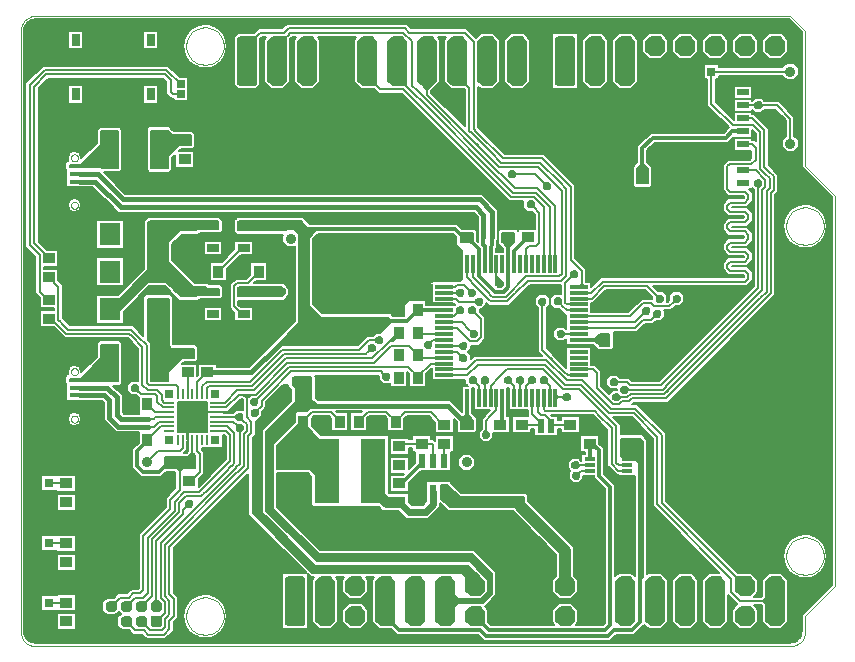
<source format=gbr>
G04 PROTEUS RS274X GERBER FILE*
%FSLAX45Y45*%
%MOMM*%
G01*
%ADD10C,0.190500*%
%ADD11C,0.200000*%
%ADD12C,0.400000*%
%ADD13C,0.300000*%
%ADD14C,0.600000*%
%ADD15C,1.000000*%
%ADD16C,0.900000*%
%ADD17C,0.500000*%
%ADD18C,0.609600*%
%ADD19R,1.700000X0.400000*%
%ADD70R,1.900000X1.900000*%
%ADD71R,1.500000X1.500000*%
%ADD20R,0.700000X1.000000*%
%ADD21R,0.800000X0.800000*%
%ADD22R,2.200000X1.650000*%
%ADD23R,1.050000X0.900000*%
%ADD24R,1.500000X3.200000*%
%AMPPAD017*
4,1,36,
0.323000,-0.450000,
-0.323000,-0.450000,
-0.348970,-0.447470,
-0.372980,-0.440200,
-0.394580,-0.428650,
-0.413290,-0.413290,
-0.428650,-0.394570,
-0.440200,-0.372980,
-0.447470,-0.348970,
-0.450000,-0.323000,
-0.450000,0.323000,
-0.447470,0.348970,
-0.440200,0.372980,
-0.428650,0.394570,
-0.413290,0.413290,
-0.394580,0.428650,
-0.372980,0.440200,
-0.348970,0.447470,
-0.323000,0.450000,
0.323000,0.450000,
0.348970,0.447470,
0.372980,0.440200,
0.394580,0.428650,
0.413290,0.413290,
0.428650,0.394570,
0.440200,0.372980,
0.447470,0.348970,
0.450000,0.323000,
0.450000,-0.323000,
0.447470,-0.348970,
0.440200,-0.372980,
0.428650,-0.394570,
0.413290,-0.413290,
0.394580,-0.428650,
0.372980,-0.440200,
0.348970,-0.447470,
0.323000,-0.450000,
0*%
%ADD25PPAD017*%
%ADD26C,0.900000*%
%AMPPAD019*
4,1,36,
-0.546000,0.800000,
0.546000,0.800000,
0.597930,0.794950,
0.645960,0.780400,
0.689150,0.757300,
0.726580,0.726580,
0.757300,0.689150,
0.780400,0.645960,
0.794950,0.597930,
0.800000,0.546000,
0.800000,-0.546000,
0.794950,-0.597930,
0.780400,-0.645960,
0.757300,-0.689150,
0.726580,-0.726580,
0.689150,-0.757300,
0.645960,-0.780400,
0.597930,-0.794950,
0.546000,-0.800000,
-0.546000,-0.800000,
-0.597930,-0.794950,
-0.645960,-0.780400,
-0.689150,-0.757300,
-0.726580,-0.726580,
-0.757300,-0.689150,
-0.780400,-0.645960,
-0.794950,-0.597930,
-0.800000,-0.546000,
-0.800000,0.546000,
-0.794950,0.597930,
-0.780400,0.645960,
-0.757300,0.689150,
-0.726580,0.726580,
-0.689150,0.757300,
-0.645960,0.780400,
-0.597930,0.794950,
-0.546000,0.800000,
0*%
%ADD27PPAD019*%
%ADD28C,1.600000*%
%ADD29R,2.390000X1.050000*%
%ADD72R,1.200000X1.050000*%
%ADD73R,1.080000X1.050000*%
%ADD30R,0.550000X2.910000*%
%ADD31R,1.000000X0.500000*%
%ADD32R,0.780000X0.720000*%
%AMPPAD027*
4,1,36,
-0.425000,-0.023800,
-0.425000,0.023800,
-0.423480,0.039380,
-0.419120,0.053790,
-0.412190,0.066740,
-0.402970,0.077970,
-0.391750,0.087190,
-0.378790,0.094120,
-0.364380,0.098480,
-0.348800,0.100000,
0.348800,0.100000,
0.364380,0.098480,
0.378790,0.094120,
0.391750,0.087190,
0.402970,0.077970,
0.412190,0.066740,
0.419120,0.053790,
0.423480,0.039380,
0.425000,0.023800,
0.425000,-0.023800,
0.423480,-0.039380,
0.419120,-0.053790,
0.412190,-0.066740,
0.402970,-0.077970,
0.391750,-0.087190,
0.378790,-0.094120,
0.364380,-0.098480,
0.348800,-0.100000,
-0.348800,-0.100000,
-0.364380,-0.098480,
-0.378790,-0.094120,
-0.391750,-0.087190,
-0.402970,-0.077970,
-0.412190,-0.066740,
-0.419120,-0.053790,
-0.423480,-0.039380,
-0.425000,-0.023800,
0*%
%ADD33PPAD027*%
%AMPPAD028*
4,1,36,
0.023800,-0.425000,
-0.023800,-0.425000,
-0.039380,-0.423480,
-0.053790,-0.419120,
-0.066740,-0.412190,
-0.077970,-0.402970,
-0.087190,-0.391750,
-0.094120,-0.378790,
-0.098480,-0.364380,
-0.100000,-0.348800,
-0.100000,0.348800,
-0.098480,0.364380,
-0.094120,0.378790,
-0.087190,0.391750,
-0.077970,0.402970,
-0.066740,0.412190,
-0.053790,0.419120,
-0.039380,0.423480,
-0.023800,0.425000,
0.023800,0.425000,
0.039380,0.423480,
0.053790,0.419120,
0.066740,0.412190,
0.077970,0.402970,
0.087190,0.391750,
0.094120,0.378790,
0.098480,0.364380,
0.100000,0.348800,
0.100000,-0.348800,
0.098480,-0.364380,
0.094120,-0.378790,
0.087190,-0.391750,
0.077970,-0.402970,
0.066740,-0.412190,
0.053790,-0.419120,
0.039380,-0.423480,
0.023800,-0.425000,
0*%
%ADD34PPAD028*%
%AMPPAD029*
4,1,36,
0.746000,-1.000000,
-0.746000,-1.000000,
-0.797930,-0.994950,
-0.845960,-0.980400,
-0.889150,-0.957300,
-0.926580,-0.926580,
-0.957300,-0.889150,
-0.980400,-0.845960,
-0.994950,-0.797930,
-1.000000,-0.746000,
-1.000000,0.746000,
-0.994950,0.797930,
-0.980400,0.845960,
-0.957300,0.889150,
-0.926580,0.926580,
-0.889150,0.957300,
-0.845960,0.980400,
-0.797930,0.994950,
-0.746000,1.000000,
0.746000,1.000000,
0.797930,0.994950,
0.845960,0.980400,
0.889150,0.957300,
0.926580,0.926580,
0.957300,0.889150,
0.980400,0.845960,
0.994950,0.797930,
1.000000,0.746000,
1.000000,-0.746000,
0.994950,-0.797930,
0.980400,-0.845960,
0.957300,-0.889150,
0.926580,-0.926580,
0.889150,-0.957300,
0.845960,-0.980400,
0.797930,-0.994950,
0.746000,-1.000000,
0*%
%ADD35PPAD029*%
%ADD36R,0.780000X0.780000*%
%ADD37R,1.500000X0.300000*%
%ADD38R,0.300000X1.500000*%
%ADD39R,0.650000X0.650000*%
%ADD40R,1.000000X0.660000*%
%ADD41R,0.600000X1.200000*%
%ADD42R,0.850000X0.300000*%
%ADD43R,0.900000X1.050000*%
%ADD44R,1.800000X1.900000*%
%ADD45R,1.397000X0.889000*%
%ADD46R,2.150000X5.500000*%
%ADD47R,2.286000X2.032000*%
%ADD48C,0.889000*%
%ADD49C,0.025400*%
G36*
X+6613525Y+5195165D02*
X+6613525Y+4052165D01*
X+6867525Y+3798165D01*
X+6867525Y+519835D01*
X+6613525Y+265835D01*
X+6613525Y+128380D01*
X+6611406Y+106608D01*
X+6605773Y+88004D01*
X+6596883Y+71382D01*
X+6585086Y+57013D01*
X+6570720Y+45218D01*
X+6554093Y+36326D01*
X+6535491Y+30694D01*
X+6513720Y+28575D01*
X+128380Y+28575D01*
X+106608Y+30694D01*
X+88002Y+36327D01*
X+71384Y+45215D01*
X+57014Y+57013D01*
X+45217Y+71382D01*
X+36327Y+88004D01*
X+30694Y+106608D01*
X+28575Y+128380D01*
X+28575Y+5205620D01*
X+30694Y+5227391D01*
X+36327Y+5245995D01*
X+45217Y+5262618D01*
X+57014Y+5276986D01*
X+71382Y+5288783D01*
X+88004Y+5297673D01*
X+106608Y+5303306D01*
X+128380Y+5305425D01*
X+6503265Y+5305425D01*
X+6613525Y+5195165D01*
G37*
%LPC*%
G36*
X+6674849Y+945349D02*
X+6689616Y+943450D01*
X+6693082Y+942032D01*
X+6735553Y+924654D01*
X+6738642Y+922256D01*
X+6776794Y+892626D01*
X+6810452Y+845324D01*
X+6811740Y+839896D01*
X+6830218Y+762000D01*
X+6810452Y+678676D01*
X+6807219Y+674132D01*
X+6776794Y+631374D01*
X+6735553Y+599346D01*
X+6727975Y+596245D01*
X+6689616Y+580550D01*
X+6642100Y+574440D01*
X+6594584Y+580550D01*
X+6591118Y+581968D01*
X+6548647Y+599346D01*
X+6545558Y+601744D01*
X+6507406Y+631374D01*
X+6473748Y+678676D01*
X+6472460Y+684104D01*
X+6453982Y+762000D01*
X+6473748Y+845324D01*
X+6476981Y+849868D01*
X+6507406Y+892626D01*
X+6548647Y+924654D01*
X+6556225Y+927755D01*
X+6594584Y+943450D01*
X+6642100Y+949560D01*
X+6674849Y+945349D01*
G37*
G36*
X+6674849Y+3739349D02*
X+6689616Y+3737450D01*
X+6693082Y+3736032D01*
X+6735553Y+3718654D01*
X+6738642Y+3716256D01*
X+6776794Y+3686626D01*
X+6810452Y+3639324D01*
X+6811740Y+3633896D01*
X+6830218Y+3556000D01*
X+6810452Y+3472676D01*
X+6807219Y+3468132D01*
X+6776794Y+3425374D01*
X+6735553Y+3393346D01*
X+6727975Y+3390245D01*
X+6689616Y+3374550D01*
X+6642100Y+3368440D01*
X+6594584Y+3374550D01*
X+6591118Y+3375968D01*
X+6548647Y+3393346D01*
X+6545558Y+3395744D01*
X+6507406Y+3425374D01*
X+6473748Y+3472676D01*
X+6472460Y+3478104D01*
X+6453982Y+3556000D01*
X+6473748Y+3639324D01*
X+6476981Y+3643868D01*
X+6507406Y+3686626D01*
X+6548647Y+3718654D01*
X+6556225Y+3721755D01*
X+6594584Y+3737450D01*
X+6642100Y+3743560D01*
X+6674849Y+3739349D01*
G37*
G36*
X+1594849Y+5263349D02*
X+1609616Y+5261450D01*
X+1613082Y+5260032D01*
X+1655553Y+5242654D01*
X+1658642Y+5240256D01*
X+1696794Y+5210626D01*
X+1730452Y+5163324D01*
X+1731740Y+5157896D01*
X+1750218Y+5080000D01*
X+1730452Y+4996676D01*
X+1727219Y+4992132D01*
X+1696794Y+4949374D01*
X+1655553Y+4917346D01*
X+1647975Y+4914245D01*
X+1609616Y+4898550D01*
X+1562100Y+4892440D01*
X+1514584Y+4898550D01*
X+1511118Y+4899968D01*
X+1468647Y+4917346D01*
X+1465558Y+4919744D01*
X+1427406Y+4949374D01*
X+1393748Y+4996676D01*
X+1392460Y+5002104D01*
X+1373982Y+5080000D01*
X+1393748Y+5163324D01*
X+1396981Y+5167868D01*
X+1427406Y+5210626D01*
X+1468647Y+5242654D01*
X+1476225Y+5245755D01*
X+1514584Y+5261450D01*
X+1562100Y+5267560D01*
X+1594849Y+5263349D01*
G37*
G36*
X+1594849Y+437349D02*
X+1609616Y+435450D01*
X+1613082Y+434032D01*
X+1655553Y+416654D01*
X+1658642Y+414256D01*
X+1696794Y+384626D01*
X+1730452Y+337324D01*
X+1731740Y+331896D01*
X+1750218Y+254000D01*
X+1730452Y+170676D01*
X+1727219Y+166132D01*
X+1696794Y+123374D01*
X+1655553Y+91346D01*
X+1647975Y+88245D01*
X+1609616Y+72550D01*
X+1562100Y+66440D01*
X+1514584Y+72550D01*
X+1511118Y+73968D01*
X+1468647Y+91346D01*
X+1465558Y+93744D01*
X+1427406Y+123374D01*
X+1393748Y+170676D01*
X+1392460Y+176104D01*
X+1373982Y+254000D01*
X+1393748Y+337324D01*
X+1396981Y+341868D01*
X+1427406Y+384626D01*
X+1468647Y+416654D01*
X+1476225Y+419755D01*
X+1514584Y+435450D01*
X+1562100Y+441560D01*
X+1594849Y+437349D01*
G37*
G36*
X+3281359Y+5256707D02*
X+3308274Y+5229792D01*
X+3775792Y+5229792D01*
X+3854450Y+5151134D01*
X+3896345Y+5193029D01*
X+4003055Y+5193029D01*
X+4062729Y+5133355D01*
X+4062729Y+4772645D01*
X+4003055Y+4712971D01*
X+3896345Y+4712971D01*
X+3873591Y+4735725D01*
X+3873591Y+4392829D01*
X+4099609Y+4166811D01*
X+4429648Y+4166811D01*
X+4695038Y+3901421D01*
X+4695038Y+3886165D01*
X+4695029Y+3283014D01*
X+4786905Y+3191138D01*
X+4786905Y+3084704D01*
X+4826704Y+3084704D01*
X+4826704Y+3037288D01*
X+4912345Y+3122929D01*
X+6122133Y+3122929D01*
X+6125959Y+3126755D01*
X+6125959Y+3134345D01*
X+6118848Y+3141456D01*
X+5991848Y+3141456D01*
X+5944874Y+3188430D01*
X+5944874Y+3244340D01*
X+5991848Y+3291314D01*
X+6118848Y+3291314D01*
X+6124961Y+3297427D01*
X+6118847Y+3303541D01*
X+5991847Y+3303541D01*
X+5944873Y+3350515D01*
X+5944873Y+3406425D01*
X+5991847Y+3453399D01*
X+6118847Y+3453399D01*
X+6125957Y+3460509D01*
X+6125957Y+3467880D01*
X+6118846Y+3474991D01*
X+5991846Y+3474991D01*
X+5944872Y+3521965D01*
X+5944872Y+3577875D01*
X+5991846Y+3624849D01*
X+6118846Y+3624849D01*
X+6125956Y+3631959D01*
X+6125956Y+3632710D01*
X+6118845Y+3639821D01*
X+5991845Y+3639821D01*
X+5944871Y+3686795D01*
X+5944871Y+3742705D01*
X+5991845Y+3789679D01*
X+6118845Y+3789679D01*
X+6125956Y+3796790D01*
X+6125956Y+3804159D01*
X+6118844Y+3811271D01*
X+5991845Y+3811271D01*
X+5944871Y+3858245D01*
X+5944871Y+4077055D01*
X+5987445Y+4119629D01*
X+6173445Y+4119629D01*
X+6188121Y+4134305D01*
X+6188121Y+4195796D01*
X+6039696Y+4195796D01*
X+6039696Y+4300404D01*
X+6194304Y+4300404D01*
X+6194304Y+4284928D01*
X+6212304Y+4284928D01*
X+6224900Y+4272332D01*
X+6224900Y+4335566D01*
X+6194304Y+4366162D01*
X+6194304Y+4305796D01*
X+6039696Y+4305796D01*
X+6039696Y+4313970D01*
X+5988722Y+4262996D01*
X+5370850Y+4262996D01*
X+5306454Y+4198600D01*
X+5306454Y+4099180D01*
X+5345429Y+4060205D01*
X+5345429Y+3902695D01*
X+5343954Y+3901220D01*
X+5343954Y+3890096D01*
X+5332830Y+3890096D01*
X+5323855Y+3881121D01*
X+5204445Y+3881121D01*
X+5195470Y+3890096D01*
X+5184346Y+3890096D01*
X+5184346Y+3901220D01*
X+5182871Y+3902695D01*
X+5182871Y+4060205D01*
X+5221846Y+4099180D01*
X+5221846Y+4233644D01*
X+5335806Y+4347604D01*
X+5953678Y+4347604D01*
X+5997545Y+4391471D01*
X+5812171Y+4576845D01*
X+5812171Y+4800796D01*
X+5782696Y+4800796D01*
X+5782696Y+4927404D01*
X+5915304Y+4927404D01*
X+5915304Y+4900929D01*
X+6451104Y+4900929D01*
X+6486029Y+4935854D01*
X+6545471Y+4935854D01*
X+6587504Y+4893821D01*
X+6587504Y+4834379D01*
X+6545471Y+4792346D01*
X+6486029Y+4792346D01*
X+6451104Y+4827271D01*
X+5915304Y+4827271D01*
X+5915304Y+4800796D01*
X+5885829Y+4800796D01*
X+5885829Y+4607355D01*
X+6039696Y+4453488D01*
X+6039696Y+4520404D01*
X+6194304Y+4520404D01*
X+6194304Y+4504929D01*
X+6211731Y+4504929D01*
X+6335308Y+4381352D01*
X+6335308Y+4072650D01*
X+6416538Y+3991420D01*
X+6416538Y+3844090D01*
X+6391152Y+3818704D01*
X+6391152Y+2970868D01*
X+5481630Y+2061346D01*
X+5195592Y+2061346D01*
X+5180356Y+2046110D01*
X+5220738Y+2046110D01*
X+5464733Y+1802115D01*
X+5464733Y+1229451D01*
X+6073155Y+621029D01*
X+6187455Y+621029D01*
X+6247129Y+561355D01*
X+6247129Y+454645D01*
X+6210313Y+417829D01*
X+6271245Y+417829D01*
X+6275071Y+421655D01*
X+6275071Y+561355D01*
X+6334745Y+621029D01*
X+6441455Y+621029D01*
X+6501129Y+561355D01*
X+6501129Y+200645D01*
X+6441455Y+140971D01*
X+6334745Y+140971D01*
X+6275071Y+200645D01*
X+6275071Y+340345D01*
X+6271245Y+344171D01*
X+6210313Y+344171D01*
X+6247129Y+307355D01*
X+6247129Y+200645D01*
X+6187455Y+140971D01*
X+6080745Y+140971D01*
X+6021071Y+200645D01*
X+6021071Y+307355D01*
X+6068702Y+354986D01*
X+5993129Y+430559D01*
X+5993129Y+200645D01*
X+5933455Y+140971D01*
X+5826745Y+140971D01*
X+5767071Y+200645D01*
X+5767071Y+561355D01*
X+5826745Y+621029D01*
X+5916953Y+621029D01*
X+5354321Y+1183661D01*
X+5354321Y+1756395D01*
X+5175015Y+1935701D01*
X+5020029Y+1935701D01*
X+5080016Y+1875714D01*
X+5080016Y+1791546D01*
X+5259368Y+1791546D01*
X+5306342Y+1744572D01*
X+5306342Y+608626D01*
X+5318745Y+621029D01*
X+5425455Y+621029D01*
X+5485129Y+561355D01*
X+5485129Y+200645D01*
X+5425455Y+140971D01*
X+5318745Y+140971D01*
X+5280721Y+178995D01*
X+5192772Y+91046D01*
X+5040372Y+91046D01*
X+4989572Y+40246D01*
X+3925828Y+40246D01*
X+3875027Y+91047D01*
X+3189227Y+91047D01*
X+3139303Y+140971D01*
X+3032745Y+140971D01*
X+2973071Y+200645D01*
X+2973071Y+561355D01*
X+2995847Y+584131D01*
X+2922353Y+584131D01*
X+2945129Y+561355D01*
X+2945129Y+454645D01*
X+2885455Y+394971D01*
X+2778745Y+394971D01*
X+2719071Y+454645D01*
X+2719071Y+561355D01*
X+2741847Y+584131D01*
X+2668353Y+584131D01*
X+2691129Y+561355D01*
X+2691129Y+200645D01*
X+2631455Y+140971D01*
X+2524745Y+140971D01*
X+2465071Y+200645D01*
X+2465071Y+561355D01*
X+2487847Y+584131D01*
X+2455185Y+584131D01*
X+2431404Y+607912D01*
X+2431404Y+592480D01*
X+2437129Y+586755D01*
X+2437129Y+175245D01*
X+2431404Y+169520D01*
X+2431404Y+146696D01*
X+2408580Y+146696D01*
X+2402855Y+140971D01*
X+2245345Y+140971D01*
X+2239620Y+146696D01*
X+2216796Y+146696D01*
X+2216796Y+169520D01*
X+2211071Y+175245D01*
X+2211071Y+586755D01*
X+2216796Y+592480D01*
X+2216796Y+615304D01*
X+2239620Y+615304D01*
X+2245345Y+621029D01*
X+2402855Y+621029D01*
X+2408580Y+615304D01*
X+2424012Y+615304D01*
X+1927691Y+1111625D01*
X+1927691Y+1458053D01*
X+1296462Y+826825D01*
X+1296462Y+453230D01*
X+1334574Y+415118D01*
X+1334574Y+237420D01*
X+1297835Y+200681D01*
X+1297835Y+130707D01*
X+1226918Y+59790D01*
X+1066708Y+59790D01*
X+1029957Y+96541D01*
X+954925Y+96541D01*
X+918195Y+133271D01*
X+861045Y+133271D01*
X+820421Y+173895D01*
X+820421Y+242505D01*
X+849616Y+271700D01*
X+831850Y+289466D01*
X+802655Y+260271D01*
X+734045Y+260271D01*
X+693421Y+300895D01*
X+693421Y+369505D01*
X+734045Y+410129D01*
X+791195Y+410129D01*
X+827978Y+446912D01*
X+902930Y+446912D01*
X+939647Y+483629D01*
X+995637Y+483629D01*
X+1002263Y+490255D01*
X+1002263Y+948688D01*
X+1229041Y+1175466D01*
X+1229041Y+1255725D01*
X+1309371Y+1336055D01*
X+1309371Y+1470645D01*
X+1305545Y+1474471D01*
X+1233447Y+1474471D01*
X+1191922Y+1432946D01*
X+1023527Y+1432946D01*
X+947946Y+1508527D01*
X+947946Y+1670572D01*
X+1000496Y+1723122D01*
X+1000496Y+1809846D01*
X+809308Y+1809846D01*
X+705396Y+1913758D01*
X+705396Y+2059808D01*
X+690308Y+2074896D01*
X+388996Y+2074896D01*
X+388996Y+2217460D01*
X+380651Y+2225805D01*
X+380651Y+2278979D01*
X+388996Y+2287324D01*
X+388996Y+2299504D01*
X+401176Y+2299504D01*
X+402225Y+2300553D01*
X+405299Y+2300553D01*
X+397725Y+2315288D01*
X+397725Y+2329112D01*
X+418840Y+2370188D01*
X+456300Y+2382210D01*
X+493760Y+2370188D01*
X+514875Y+2329112D01*
X+514875Y+2317859D01*
X+647351Y+2450335D01*
X+647351Y+2566195D01*
X+652996Y+2571840D01*
X+652996Y+2583304D01*
X+664460Y+2583304D01*
X+668925Y+2587769D01*
X+839135Y+2587769D01*
X+843600Y+2583304D01*
X+857604Y+2583304D01*
X+857604Y+2569300D01*
X+860709Y+2566195D01*
X+860709Y+2225805D01*
X+857604Y+2222700D01*
X+857604Y+2208696D01*
X+843600Y+2208696D01*
X+839135Y+2204231D01*
X+783666Y+2204231D01*
X+863504Y+2124393D01*
X+863504Y+1978342D01*
X+873892Y+1967954D01*
X+1000496Y+1967954D01*
X+1000496Y+2097020D01*
X+975345Y+2122171D01*
X+937245Y+2122171D01*
X+902971Y+2156445D01*
X+902971Y+2212355D01*
X+937245Y+2246629D01*
X+993155Y+2246629D01*
X+995062Y+2244722D01*
X+995062Y+2516904D01*
X+905950Y+2606016D01*
X+372550Y+2606016D01*
X+279670Y+2698896D01*
X+161496Y+2698896D01*
X+161496Y+2843504D01*
X+284222Y+2843504D01*
X+284222Y+2858896D01*
X+161496Y+2858896D01*
X+161496Y+2948720D01*
X+124718Y+2985498D01*
X+124718Y+3296363D01*
X+42020Y+3379061D01*
X+42020Y+4767703D01*
X+187946Y+4913629D01*
X+1249555Y+4913629D01*
X+1347580Y+4815604D01*
X+1415104Y+4815604D01*
X+1415104Y+4610996D01*
X+1295496Y+4610996D01*
X+1295496Y+4633971D01*
X+1276595Y+4633971D01*
X+1233171Y+4677395D01*
X+1233171Y+4773868D01*
X+1203824Y+4803215D01*
X+233678Y+4803215D01*
X+152435Y+4721972D01*
X+152435Y+3424849D01*
X+221080Y+3356204D01*
X+321104Y+3356204D01*
X+321104Y+3211596D01*
X+198376Y+3211596D01*
X+198376Y+3196204D01*
X+321104Y+3196204D01*
X+321104Y+3096180D01*
X+357880Y+3059404D01*
X+357880Y+2776860D01*
X+418314Y+2716426D01*
X+863415Y+2716426D01*
X+863419Y+2716430D01*
X+951724Y+2716430D01*
X+1039571Y+2628583D01*
X+1039571Y+2957355D01*
X+1047996Y+2965780D01*
X+1047996Y+2975504D01*
X+1057720Y+2975504D01*
X+1061145Y+2978929D01*
X+1269455Y+2978929D01*
X+1272880Y+2975504D01*
X+1282604Y+2975504D01*
X+1282604Y+2965780D01*
X+1291029Y+2957355D01*
X+1291029Y+2554605D01*
X+1292155Y+2553479D01*
X+1481755Y+2553479D01*
X+1484380Y+2550854D01*
X+1495504Y+2550854D01*
X+1495504Y+2539730D01*
X+1503329Y+2531905D01*
X+1503329Y+2425195D01*
X+1495504Y+2417370D01*
X+1495504Y+2406246D01*
X+1484380Y+2406246D01*
X+1481755Y+2403621D01*
X+1380155Y+2403621D01*
X+1367388Y+2390854D01*
X+1495504Y+2390854D01*
X+1495504Y+2286008D01*
X+1500996Y+2291500D01*
X+1500996Y+2390854D01*
X+1660604Y+2390854D01*
X+1660604Y+2365854D01*
X+1934806Y+2365854D01*
X+2164633Y+2595681D01*
X+2164635Y+2595681D01*
X+2324087Y+2755133D01*
X+2324087Y+3383962D01*
X+2318971Y+3378846D01*
X+2259529Y+3378846D01*
X+2217496Y+3420879D01*
X+2217496Y+3480321D01*
X+2220296Y+3483121D01*
X+1835495Y+3483121D01*
X+1820870Y+3497746D01*
X+1811546Y+3497746D01*
X+1811546Y+3507070D01*
X+1807571Y+3511045D01*
X+1807571Y+3605055D01*
X+1811546Y+3609030D01*
X+1811546Y+3618354D01*
X+1820870Y+3618354D01*
X+1835495Y+3632979D01*
X+2388155Y+3632979D01*
X+2449330Y+3571804D01*
X+3696571Y+3571804D01*
X+3733796Y+3534579D01*
X+3845455Y+3534579D01*
X+3848080Y+3531954D01*
X+3859204Y+3531954D01*
X+3859204Y+3520830D01*
X+3867029Y+3513005D01*
X+3867029Y+3431847D01*
X+3874396Y+3424480D01*
X+3874396Y+3435056D01*
X+3869396Y+3440056D01*
X+3869396Y+3632958D01*
X+3836008Y+3666346D01*
X+827058Y+3666346D01*
X+607808Y+3885596D01*
X+388996Y+3885596D01*
X+388996Y+4028480D01*
X+380651Y+4036825D01*
X+380651Y+4089628D01*
X+388996Y+4097973D01*
X+388996Y+4110204D01*
X+401227Y+4110204D01*
X+402225Y+4111202D01*
X+405326Y+4111202D01*
X+397725Y+4125988D01*
X+397725Y+4139812D01*
X+418840Y+4180888D01*
X+456300Y+4192910D01*
X+493760Y+4180888D01*
X+514875Y+4139812D01*
X+514875Y+4128559D01*
X+647351Y+4261035D01*
X+647351Y+4372135D01*
X+652996Y+4377780D01*
X+652996Y+4391464D01*
X+666680Y+4391464D01*
X+668925Y+4393709D01*
X+841675Y+4393709D01*
X+843920Y+4391464D01*
X+857604Y+4391464D01*
X+857604Y+4377780D01*
X+863249Y+4372135D01*
X+863249Y+4036825D01*
X+857604Y+4031180D01*
X+857604Y+4016856D01*
X+843280Y+4016856D01*
X+841675Y+4015251D01*
X+703845Y+4015251D01*
X+888292Y+3830804D01*
X+3906942Y+3830804D01*
X+4039404Y+3698342D01*
X+4039404Y+3440056D01*
X+4034404Y+3435056D01*
X+4034404Y+3377828D01*
X+4021704Y+3365128D01*
X+4021704Y+3339704D01*
X+4087096Y+3339704D01*
X+4087096Y+3360970D01*
X+4060720Y+3387346D01*
X+4049596Y+3387346D01*
X+4049596Y+3398470D01*
X+4041771Y+3406295D01*
X+4041771Y+3513005D01*
X+4049596Y+3520830D01*
X+4049596Y+3531954D01*
X+4060720Y+3531954D01*
X+4063345Y+3534579D01*
X+4195455Y+3534579D01*
X+4198080Y+3531954D01*
X+4209204Y+3531954D01*
X+4209204Y+3520830D01*
X+4214696Y+3515338D01*
X+4214696Y+3531954D01*
X+4355799Y+3531954D01*
X+4355799Y+3650267D01*
X+4328145Y+3677921D01*
X+4290045Y+3677921D01*
X+4255771Y+3712195D01*
X+4255771Y+3765458D01*
X+4136856Y+3765459D01*
X+3226093Y+4676222D01*
X+3031394Y+4676222D01*
X+2994645Y+4712971D01*
X+2880345Y+4712971D01*
X+2820671Y+4772645D01*
X+2820671Y+5133355D01*
X+2844353Y+5157037D01*
X+2515047Y+5157037D01*
X+2538729Y+5133355D01*
X+2538729Y+4837446D01*
X+2538744Y+4837431D01*
X+2538744Y+4806921D01*
X+2538729Y+4806906D01*
X+2538729Y+4772645D01*
X+2479055Y+4712971D01*
X+2372345Y+4712971D01*
X+2312671Y+4772645D01*
X+2312671Y+5133355D01*
X+2336353Y+5157037D01*
X+2300821Y+5157037D01*
X+2284729Y+5140945D01*
X+2284729Y+4772645D01*
X+2225055Y+4712971D01*
X+2118345Y+4712971D01*
X+2058671Y+4772645D01*
X+2058671Y+5133355D01*
X+2081455Y+5156139D01*
X+2045923Y+5156139D01*
X+2030729Y+5140945D01*
X+2030729Y+4747245D01*
X+2025004Y+4741520D01*
X+2025004Y+4718696D01*
X+2002180Y+4718696D01*
X+1996455Y+4712971D01*
X+1838945Y+4712971D01*
X+1833220Y+4718696D01*
X+1810396Y+4718696D01*
X+1810396Y+4741520D01*
X+1804671Y+4747245D01*
X+1804671Y+5158755D01*
X+1810396Y+5164480D01*
X+1810396Y+5187304D01*
X+1833220Y+5187304D01*
X+1838945Y+5193029D01*
X+1978645Y+5193029D01*
X+2015413Y+5229797D01*
X+2217374Y+5229797D01*
X+2255071Y+5267494D01*
X+3270572Y+5267494D01*
X+3281359Y+5256707D01*
G37*
G36*
X+482490Y+1973805D02*
X+493760Y+1970188D01*
X+514875Y+1929112D01*
X+514875Y+1915288D01*
X+493760Y+1874212D01*
X+456300Y+1862190D01*
X+418840Y+1874212D01*
X+397725Y+1915288D01*
X+397725Y+1929112D01*
X+418840Y+1970188D01*
X+456300Y+1982210D01*
X+482490Y+1973805D01*
G37*
G36*
X+482490Y+3784505D02*
X+493760Y+3780888D01*
X+514875Y+3739812D01*
X+514875Y+3725988D01*
X+493760Y+3684912D01*
X+456300Y+3672890D01*
X+418840Y+3684912D01*
X+397725Y+3725988D01*
X+397725Y+3739812D01*
X+418840Y+3780888D01*
X+456300Y+3792910D01*
X+482490Y+3784505D01*
G37*
G36*
X+1267670Y+4391464D02*
X+1277604Y+4391464D01*
X+1277604Y+4381530D01*
X+1297955Y+4361179D01*
X+1456705Y+4361179D01*
X+1463630Y+4354254D01*
X+1470104Y+4354254D01*
X+1470104Y+4347780D01*
X+1478279Y+4339605D01*
X+1478279Y+4226545D01*
X+1470104Y+4218370D01*
X+1470104Y+4209646D01*
X+1461380Y+4209646D01*
X+1456705Y+4204971D01*
X+1355105Y+4204971D01*
X+1344388Y+4194254D01*
X+1470104Y+4194254D01*
X+1470104Y+4049646D01*
X+1310496Y+4049646D01*
X+1310496Y+4160362D01*
X+1281429Y+4131295D01*
X+1281429Y+4029695D01*
X+1277604Y+4025870D01*
X+1277604Y+4016856D01*
X+1268590Y+4016856D01*
X+1259855Y+4008121D01*
X+1089645Y+4008121D01*
X+1080910Y+4016856D01*
X+1072996Y+4016856D01*
X+1072996Y+4024770D01*
X+1068071Y+4029695D01*
X+1068071Y+4377705D01*
X+1072996Y+4382630D01*
X+1072996Y+4391464D01*
X+1081830Y+4391464D01*
X+1089645Y+4399279D01*
X+1259855Y+4399279D01*
X+1267670Y+4391464D01*
G37*
G36*
X+1688555Y+3626629D02*
X+1696830Y+3618354D01*
X+1706154Y+3618354D01*
X+1706154Y+3609030D01*
X+1710129Y+3605055D01*
X+1710129Y+3517395D01*
X+1706154Y+3513420D01*
X+1706154Y+3497746D01*
X+1690480Y+3497746D01*
X+1688555Y+3495821D01*
X+1516454Y+3495821D01*
X+1516454Y+3486296D01*
X+1501230Y+3486296D01*
X+1498055Y+3483121D01*
X+1364705Y+3483121D01*
X+1284679Y+3403095D01*
X+1284679Y+3268505D01*
X+1479005Y+3074179D01*
X+1580605Y+3074179D01*
X+1593305Y+3061479D01*
X+1694905Y+3061479D01*
X+1696830Y+3059554D01*
X+1706154Y+3059554D01*
X+1706154Y+3050230D01*
X+1716479Y+3039905D01*
X+1716479Y+2958595D01*
X+1706154Y+2948270D01*
X+1706154Y+2938946D01*
X+1696830Y+2938946D01*
X+1694905Y+2937021D01*
X+1516454Y+2937021D01*
X+1516454Y+2927496D01*
X+1501230Y+2927496D01*
X+1498055Y+2924321D01*
X+1340545Y+2924321D01*
X+1337370Y+2927496D01*
X+1322146Y+2927496D01*
X+1322146Y+2942720D01*
X+1219895Y+3044971D01*
X+1091655Y+3044971D01*
X+872604Y+2825920D01*
X+872604Y+2730896D01*
X+637996Y+2730896D01*
X+637996Y+2975504D01*
X+825520Y+2975504D01*
X+1045921Y+3195905D01*
X+1045921Y+3598705D01*
X+1047996Y+3600780D01*
X+1047996Y+3610504D01*
X+1057720Y+3610504D01*
X+1080195Y+3632979D01*
X+1682205Y+3632979D01*
X+1688555Y+3626629D01*
G37*
G36*
X+5690242Y+610242D02*
X+5739129Y+561355D01*
X+5739129Y+200645D01*
X+5679455Y+140971D01*
X+5572745Y+140971D01*
X+5513071Y+200645D01*
X+5513071Y+561355D01*
X+5572745Y+621029D01*
X+5679455Y+621029D01*
X+5690242Y+610242D01*
G37*
G36*
X+4267842Y+5182242D02*
X+4316729Y+5133355D01*
X+4316729Y+4772645D01*
X+4257055Y+4712971D01*
X+4150345Y+4712971D01*
X+4090671Y+4772645D01*
X+4090671Y+5133355D01*
X+4150345Y+5193029D01*
X+4257055Y+5193029D01*
X+4267842Y+5182242D01*
G37*
G36*
X+4694580Y+5187304D02*
X+4717404Y+5187304D01*
X+4717404Y+5164480D01*
X+4723129Y+5158755D01*
X+4723129Y+4747245D01*
X+4717404Y+4741520D01*
X+4717404Y+4718696D01*
X+4694580Y+4718696D01*
X+4688855Y+4712971D01*
X+4531345Y+4712971D01*
X+4525620Y+4718696D01*
X+4502796Y+4718696D01*
X+4502796Y+4741520D01*
X+4497071Y+4747245D01*
X+4497071Y+5158755D01*
X+4502796Y+5164480D01*
X+4502796Y+5187304D01*
X+4525620Y+5187304D01*
X+4531345Y+5193029D01*
X+4688855Y+5193029D01*
X+4694580Y+5187304D01*
G37*
G36*
X+4928242Y+5182242D02*
X+4977129Y+5133355D01*
X+4977129Y+4772645D01*
X+4917455Y+4712971D01*
X+4810745Y+4712971D01*
X+4751071Y+4772645D01*
X+4751071Y+5133355D01*
X+4810745Y+5193029D01*
X+4917455Y+5193029D01*
X+4928242Y+5182242D01*
G37*
G36*
X+5182242Y+5182242D02*
X+5231129Y+5133355D01*
X+5231129Y+4772645D01*
X+5171455Y+4712971D01*
X+5064745Y+4712971D01*
X+5005071Y+4772645D01*
X+5005071Y+5133355D01*
X+5064745Y+5193029D01*
X+5171455Y+5193029D01*
X+5182242Y+5182242D01*
G37*
G36*
X+497355Y+2066725D02*
X+505245Y+2066725D01*
X+510825Y+2061145D01*
X+510825Y+2053255D01*
X+505245Y+2047675D01*
X+497355Y+2047675D01*
X+491775Y+2053255D01*
X+491775Y+2061145D01*
X+497355Y+2066725D01*
G37*
G36*
X+497355Y+2001725D02*
X+505245Y+2001725D01*
X+510825Y+1996145D01*
X+510825Y+1988255D01*
X+505245Y+1982675D01*
X+497355Y+1982675D01*
X+491775Y+1988255D01*
X+491775Y+1996145D01*
X+497355Y+2001725D01*
G37*
G36*
X+266065Y+1737458D02*
X+266065Y+1716942D01*
X+251558Y+1702435D01*
X+231042Y+1702435D01*
X+216535Y+1716942D01*
X+216535Y+1737458D01*
X+231042Y+1751965D01*
X+251558Y+1751965D01*
X+266065Y+1737458D01*
G37*
G36*
X+511065Y+1797458D02*
X+511065Y+1776942D01*
X+496558Y+1762435D01*
X+476042Y+1762435D01*
X+461535Y+1776942D01*
X+461535Y+1797458D01*
X+476042Y+1811965D01*
X+496558Y+1811965D01*
X+511065Y+1797458D01*
G37*
G36*
X+511065Y+2467458D02*
X+511065Y+2446942D01*
X+496558Y+2432435D01*
X+476042Y+2432435D01*
X+461535Y+2446942D01*
X+461535Y+2467458D01*
X+476042Y+2481965D01*
X+496558Y+2481965D01*
X+511065Y+2467458D01*
G37*
G36*
X+266065Y+2527458D02*
X+266065Y+2506942D01*
X+251558Y+2492435D01*
X+231042Y+2492435D01*
X+216535Y+2506942D01*
X+216535Y+2527458D01*
X+231042Y+2541965D01*
X+251558Y+2541965D01*
X+266065Y+2527458D01*
G37*
G36*
X+528604Y+4593496D02*
X+403996Y+4593496D01*
X+403996Y+4748104D01*
X+528604Y+4748104D01*
X+528604Y+4593496D01*
G37*
G36*
X+528604Y+5053496D02*
X+403996Y+5053496D01*
X+403996Y+5208104D01*
X+528604Y+5208104D01*
X+528604Y+5053496D01*
G37*
G36*
X+266065Y+5141058D02*
X+266065Y+5120542D01*
X+251558Y+5106035D01*
X+231042Y+5106035D01*
X+216535Y+5120542D01*
X+216535Y+5141058D01*
X+231042Y+5155565D01*
X+251558Y+5155565D01*
X+266065Y+5141058D01*
G37*
G36*
X+266065Y+4681058D02*
X+266065Y+4660542D01*
X+251558Y+4646035D01*
X+231042Y+4646035D01*
X+216535Y+4660542D01*
X+216535Y+4681058D01*
X+231042Y+4695565D01*
X+251558Y+4695565D01*
X+266065Y+4681058D01*
G37*
G36*
X+1163604Y+4593496D02*
X+1038996Y+4593496D01*
X+1038996Y+4748104D01*
X+1163604Y+4748104D01*
X+1163604Y+4593496D01*
G37*
G36*
X+1163604Y+5053496D02*
X+1038996Y+5053496D01*
X+1038996Y+5208104D01*
X+1163604Y+5208104D01*
X+1163604Y+5053496D01*
G37*
G36*
X+901065Y+5141058D02*
X+901065Y+5120542D01*
X+886558Y+5106035D01*
X+866042Y+5106035D01*
X+851535Y+5120542D01*
X+851535Y+5141058D01*
X+866042Y+5155565D01*
X+886558Y+5155565D01*
X+901065Y+5141058D01*
G37*
G36*
X+901065Y+4681058D02*
X+901065Y+4660542D01*
X+886558Y+4646035D01*
X+866042Y+4646035D01*
X+851535Y+4660542D01*
X+851535Y+4681058D01*
X+866042Y+4695565D01*
X+886558Y+4695565D01*
X+901065Y+4681058D01*
G37*
G36*
X+467154Y+295896D02*
X+307546Y+295896D01*
X+307546Y+300896D01*
X+173996Y+300896D01*
X+173996Y+435504D01*
X+307546Y+435504D01*
X+307546Y+440504D01*
X+467154Y+440504D01*
X+467154Y+295896D01*
G37*
G36*
X+237355Y+212725D02*
X+245245Y+212725D01*
X+250825Y+207145D01*
X+250825Y+199255D01*
X+245245Y+193675D01*
X+237355Y+193675D01*
X+231775Y+199255D01*
X+231775Y+207145D01*
X+237355Y+212725D01*
G37*
G36*
X+1967865Y+264258D02*
X+1967865Y+243742D01*
X+1953358Y+229235D01*
X+1932842Y+229235D01*
X+1918335Y+243742D01*
X+1918335Y+264258D01*
X+1932842Y+278765D01*
X+1953358Y+278765D01*
X+1967865Y+264258D01*
G37*
G36*
X+467154Y+638896D02*
X+307546Y+638896D01*
X+307546Y+783504D01*
X+467154Y+783504D01*
X+467154Y+638896D01*
G37*
G36*
X+467154Y+798896D02*
X+307546Y+798896D01*
X+307546Y+808896D01*
X+173996Y+808896D01*
X+173996Y+943504D01*
X+467154Y+943504D01*
X+467154Y+798896D01*
G37*
G36*
X+467154Y+135896D02*
X+307546Y+135896D01*
X+307546Y+280504D01*
X+467154Y+280504D01*
X+467154Y+135896D01*
G37*
G36*
X+237355Y+720725D02*
X+245245Y+720725D01*
X+250825Y+715145D01*
X+250825Y+707255D01*
X+245245Y+701675D01*
X+237355Y+701675D01*
X+231775Y+707255D01*
X+231775Y+715145D01*
X+237355Y+720725D01*
G37*
G36*
X+467154Y+1146896D02*
X+307546Y+1146896D01*
X+307546Y+1291504D01*
X+467154Y+1291504D01*
X+467154Y+1146896D01*
G37*
G36*
X+467154Y+1306896D02*
X+307546Y+1306896D01*
X+307546Y+1316896D01*
X+173996Y+1316896D01*
X+173996Y+1451504D01*
X+467154Y+1451504D01*
X+467154Y+1306896D01*
G37*
G36*
X+807875Y+224572D02*
X+807875Y+191828D01*
X+784722Y+168675D01*
X+751978Y+168675D01*
X+728825Y+191828D01*
X+728825Y+224572D01*
X+751978Y+247725D01*
X+784722Y+247725D01*
X+807875Y+224572D01*
G37*
G36*
X+2896242Y+356242D02*
X+2945129Y+307355D01*
X+2945129Y+200645D01*
X+2885455Y+140971D01*
X+2778745Y+140971D01*
X+2719071Y+200645D01*
X+2719071Y+307355D01*
X+2778745Y+367029D01*
X+2885455Y+367029D01*
X+2896242Y+356242D01*
G37*
G36*
X+2622675Y+5056379D02*
X+2622675Y+5103621D01*
X+2656079Y+5137025D01*
X+2703321Y+5137025D01*
X+2736725Y+5103621D01*
X+2736725Y+5056379D01*
X+2703321Y+5022975D01*
X+2656079Y+5022975D01*
X+2622675Y+5056379D01*
G37*
G36*
X+2622675Y+4802379D02*
X+2622675Y+4849621D01*
X+2656079Y+4883025D01*
X+2703321Y+4883025D01*
X+2736725Y+4849621D01*
X+2736725Y+4802379D01*
X+2703321Y+4768975D01*
X+2656079Y+4768975D01*
X+2622675Y+4802379D01*
G37*
G36*
X+5436242Y+5182242D02*
X+5485129Y+5133355D01*
X+5485129Y+5026645D01*
X+5425455Y+4966971D01*
X+5318745Y+4966971D01*
X+5259071Y+5026645D01*
X+5259071Y+5133355D01*
X+5318745Y+5193029D01*
X+5425455Y+5193029D01*
X+5436242Y+5182242D01*
G37*
G36*
X+5690242Y+5182242D02*
X+5739129Y+5133355D01*
X+5739129Y+5026645D01*
X+5679455Y+4966971D01*
X+5572745Y+4966971D01*
X+5513071Y+5026645D01*
X+5513071Y+5133355D01*
X+5572745Y+5193029D01*
X+5679455Y+5193029D01*
X+5690242Y+5182242D01*
G37*
G36*
X+5944242Y+5182242D02*
X+5993129Y+5133355D01*
X+5993129Y+5026645D01*
X+5933455Y+4966971D01*
X+5826745Y+4966971D01*
X+5767071Y+5026645D01*
X+5767071Y+5133355D01*
X+5826745Y+5193029D01*
X+5933455Y+5193029D01*
X+5944242Y+5182242D01*
G37*
G36*
X+6198242Y+5182242D02*
X+6247129Y+5133355D01*
X+6247129Y+5026645D01*
X+6187455Y+4966971D01*
X+6080745Y+4966971D01*
X+6021071Y+5026645D01*
X+6021071Y+5133355D01*
X+6080745Y+5193029D01*
X+6187455Y+5193029D01*
X+6198242Y+5182242D01*
G37*
G36*
X+6452242Y+5182242D02*
X+6501129Y+5133355D01*
X+6501129Y+5026645D01*
X+6441455Y+4966971D01*
X+6334745Y+4966971D01*
X+6275071Y+5026645D01*
X+6275071Y+5133355D01*
X+6334745Y+5193029D01*
X+6441455Y+5193029D01*
X+6452242Y+5182242D01*
G37*
G36*
X+237355Y+1228725D02*
X+245245Y+1228725D01*
X+250825Y+1223145D01*
X+250825Y+1215255D01*
X+245245Y+1209675D01*
X+237355Y+1209675D01*
X+231775Y+1215255D01*
X+231775Y+1223145D01*
X+237355Y+1228725D01*
G37*
G36*
X+5840445Y+3791075D02*
X+5832555Y+3791075D01*
X+5826975Y+3796655D01*
X+5826975Y+3804545D01*
X+5832555Y+3810125D01*
X+5840445Y+3810125D01*
X+5846025Y+3804545D01*
X+5846025Y+3796655D01*
X+5840445Y+3791075D01*
G37*
G36*
X+5464945Y+4854575D02*
X+5457055Y+4854575D01*
X+5451475Y+4860155D01*
X+5451475Y+4868045D01*
X+5457055Y+4873625D01*
X+5464945Y+4873625D01*
X+5470525Y+4868045D01*
X+5470525Y+4860155D01*
X+5464945Y+4854575D01*
G37*
G36*
X+5746265Y+4874358D02*
X+5746265Y+4853842D01*
X+5731758Y+4839335D01*
X+5711242Y+4839335D01*
X+5696735Y+4853842D01*
X+5696735Y+4874358D01*
X+5711242Y+4888865D01*
X+5731758Y+4888865D01*
X+5746265Y+4874358D01*
G37*
G36*
X+5418265Y+4127358D02*
X+5418265Y+4106842D01*
X+5403758Y+4092335D01*
X+5383242Y+4092335D01*
X+5368735Y+4106842D01*
X+5368735Y+4127358D01*
X+5383242Y+4141865D01*
X+5403758Y+4141865D01*
X+5418265Y+4127358D01*
G37*
G36*
X+5397445Y+4526575D02*
X+5389555Y+4526575D01*
X+5383975Y+4532155D01*
X+5383975Y+4540045D01*
X+5389555Y+4545625D01*
X+5397445Y+4545625D01*
X+5403025Y+4540045D01*
X+5403025Y+4532155D01*
X+5397445Y+4526575D01*
G37*
G36*
X+5542765Y+3810858D02*
X+5542765Y+3790342D01*
X+5528258Y+3775835D01*
X+5507742Y+3775835D01*
X+5493235Y+3790342D01*
X+5493235Y+3810858D01*
X+5507742Y+3825365D01*
X+5528258Y+3825365D01*
X+5542765Y+3810858D01*
G37*
G36*
X+6039696Y+4635796D02*
X+6039696Y+4740404D01*
X+6194304Y+4740404D01*
X+6194304Y+4635796D01*
X+6039696Y+4635796D01*
G37*
G36*
X+6282742Y+4629542D02*
X+6297355Y+4614929D01*
X+6419336Y+4614929D01*
X+6552579Y+4481686D01*
X+6552579Y+4319146D01*
X+6587504Y+4284221D01*
X+6587504Y+4224779D01*
X+6545471Y+4182746D01*
X+6486029Y+4182746D01*
X+6443996Y+4224779D01*
X+6443996Y+4284221D01*
X+6478921Y+4319146D01*
X+6478921Y+4451176D01*
X+6388826Y+4541271D01*
X+6297355Y+4541271D01*
X+6271955Y+4515871D01*
X+6216045Y+4515871D01*
X+6194304Y+4537612D01*
X+6194304Y+4525796D01*
X+6039696Y+4525796D01*
X+6039696Y+4630404D01*
X+6194304Y+4630404D01*
X+6194304Y+4618588D01*
X+6216045Y+4640329D01*
X+6271955Y+4640329D01*
X+6282742Y+4629542D01*
G37*
G36*
X+6120945Y+4128575D02*
X+6113055Y+4128575D01*
X+6107475Y+4134155D01*
X+6107475Y+4142045D01*
X+6113055Y+4147625D01*
X+6120945Y+4147625D01*
X+6126525Y+4142045D01*
X+6126525Y+4134155D01*
X+6120945Y+4128575D01*
G37*
G36*
X+497355Y+3877425D02*
X+505245Y+3877425D01*
X+510825Y+3871845D01*
X+510825Y+3863955D01*
X+505245Y+3858375D01*
X+497355Y+3858375D01*
X+491775Y+3863955D01*
X+491775Y+3871845D01*
X+497355Y+3877425D01*
G37*
G36*
X+497355Y+3812425D02*
X+505245Y+3812425D01*
X+510825Y+3806845D01*
X+510825Y+3798955D01*
X+505245Y+3793375D01*
X+497355Y+3793375D01*
X+491775Y+3798955D01*
X+491775Y+3806845D01*
X+497355Y+3812425D01*
G37*
G36*
X+266065Y+3548158D02*
X+266065Y+3527642D01*
X+251558Y+3513135D01*
X+231042Y+3513135D01*
X+216535Y+3527642D01*
X+216535Y+3548158D01*
X+231042Y+3562665D01*
X+251558Y+3562665D01*
X+266065Y+3548158D01*
G37*
G36*
X+511065Y+3608158D02*
X+511065Y+3587642D01*
X+496558Y+3573135D01*
X+476042Y+3573135D01*
X+461535Y+3587642D01*
X+461535Y+3608158D01*
X+476042Y+3622665D01*
X+496558Y+3622665D01*
X+511065Y+3608158D01*
G37*
G36*
X+511065Y+4278158D02*
X+511065Y+4257642D01*
X+496558Y+4243135D01*
X+476042Y+4243135D01*
X+461535Y+4257642D01*
X+461535Y+4278158D01*
X+476042Y+4292665D01*
X+496558Y+4292665D01*
X+511065Y+4278158D01*
G37*
G36*
X+266065Y+4338158D02*
X+266065Y+4317642D01*
X+251558Y+4303135D01*
X+231042Y+4303135D01*
X+216535Y+4317642D01*
X+216535Y+4338158D01*
X+231042Y+4352665D01*
X+251558Y+4352665D01*
X+266065Y+4338158D01*
G37*
G36*
X+1450775Y+4751855D02*
X+1450775Y+4759745D01*
X+1456355Y+4765325D01*
X+1464245Y+4765325D01*
X+1469825Y+4759745D01*
X+1469825Y+4751855D01*
X+1464245Y+4746275D01*
X+1456355Y+4746275D01*
X+1450775Y+4751855D01*
G37*
G36*
X+1450775Y+4666855D02*
X+1450775Y+4674745D01*
X+1456355Y+4680325D01*
X+1464245Y+4680325D01*
X+1469825Y+4674745D01*
X+1469825Y+4666855D01*
X+1464245Y+4661275D01*
X+1456355Y+4661275D01*
X+1450775Y+4666855D01*
G37*
G36*
X+1624905Y+2913775D02*
X+1632795Y+2913775D01*
X+1638375Y+2908195D01*
X+1638375Y+2900305D01*
X+1632795Y+2894725D01*
X+1624905Y+2894725D01*
X+1619325Y+2900305D01*
X+1619325Y+2908195D01*
X+1624905Y+2913775D01*
G37*
G36*
X+1706154Y+2748946D02*
X+1551546Y+2748946D01*
X+1551546Y+2869554D01*
X+1706154Y+2869554D01*
X+1706154Y+2748946D01*
G37*
G36*
X+2089754Y+3090896D02*
X+1995780Y+3090896D01*
X+1979063Y+3074179D01*
X+2146495Y+3074179D01*
X+2146645Y+3074329D01*
X+2177155Y+3074329D01*
X+2177305Y+3074179D01*
X+2227955Y+3074179D01*
X+2274929Y+3027205D01*
X+2274929Y+2971295D01*
X+2227955Y+2924321D01*
X+1844440Y+2924321D01*
X+1844440Y+2891194D01*
X+1866080Y+2869554D01*
X+1966154Y+2869554D01*
X+1966154Y+2748946D01*
X+1811546Y+2748946D01*
X+1811546Y+2819920D01*
X+1770782Y+2860684D01*
X+1770782Y+3061494D01*
X+1820232Y+3110944D01*
X+1911660Y+3110944D01*
X+1945146Y+3144430D01*
X+1945146Y+3250504D01*
X+2089754Y+3250504D01*
X+2089754Y+3090896D01*
G37*
G36*
X+1624905Y+3472575D02*
X+1632795Y+3472575D01*
X+1638375Y+3466995D01*
X+1638375Y+3459105D01*
X+1632795Y+3453525D01*
X+1624905Y+3453525D01*
X+1619325Y+3459105D01*
X+1619325Y+3466995D01*
X+1624905Y+3472575D01*
G37*
G36*
X+1706154Y+3307746D02*
X+1551546Y+3307746D01*
X+1551546Y+3428354D01*
X+1706154Y+3428354D01*
X+1706154Y+3307746D01*
G37*
G36*
X+1966154Y+3307746D02*
X+1863380Y+3307746D01*
X+1746854Y+3191220D01*
X+1746854Y+3090896D01*
X+1602246Y+3090896D01*
X+1602246Y+3250504D01*
X+1701970Y+3250504D01*
X+1811546Y+3360080D01*
X+1811546Y+3428354D01*
X+1966154Y+3428354D01*
X+1966154Y+3307746D01*
G37*
G36*
X+937565Y+2057008D02*
X+937565Y+2036492D01*
X+923058Y+2021985D01*
X+902542Y+2021985D01*
X+888035Y+2036492D01*
X+888035Y+2057008D01*
X+902542Y+2071515D01*
X+923058Y+2071515D01*
X+937565Y+2057008D01*
G37*
G36*
X+1288415Y+1406008D02*
X+1288415Y+1385492D01*
X+1273908Y+1370985D01*
X+1253392Y+1370985D01*
X+1238885Y+1385492D01*
X+1238885Y+1406008D01*
X+1253392Y+1420515D01*
X+1273908Y+1420515D01*
X+1288415Y+1406008D01*
G37*
G36*
X+4298445Y+3610125D02*
X+4290555Y+3610125D01*
X+4284975Y+3615705D01*
X+4284975Y+3623595D01*
X+4290555Y+3629175D01*
X+4298445Y+3629175D01*
X+4304025Y+3623595D01*
X+4304025Y+3615705D01*
X+4298445Y+3610125D01*
G37*
G36*
X+4154165Y+3629908D02*
X+4154165Y+3609392D01*
X+4139658Y+3594885D01*
X+4119142Y+3594885D01*
X+4104635Y+3609392D01*
X+4104635Y+3629908D01*
X+4119142Y+3644415D01*
X+4139658Y+3644415D01*
X+4154165Y+3629908D01*
G37*
G36*
X+3804165Y+3629908D02*
X+3804165Y+3609392D01*
X+3789658Y+3594885D01*
X+3769142Y+3594885D01*
X+3754635Y+3609392D01*
X+3754635Y+3629908D01*
X+3769142Y+3644415D01*
X+3789658Y+3644415D01*
X+3804165Y+3629908D01*
G37*
G36*
X+1584745Y+2469025D02*
X+1576855Y+2469025D01*
X+1571275Y+2474605D01*
X+1571275Y+2482495D01*
X+1576855Y+2488075D01*
X+1584745Y+2488075D01*
X+1590325Y+2482495D01*
X+1590325Y+2474605D01*
X+1584745Y+2469025D01*
G37*
G36*
X+937565Y+1752208D02*
X+937565Y+1731692D01*
X+923058Y+1717185D01*
X+902542Y+1717185D01*
X+888035Y+1731692D01*
X+888035Y+1752208D01*
X+902542Y+1766715D01*
X+923058Y+1766715D01*
X+937565Y+1752208D01*
G37*
G36*
X+872604Y+3365896D02*
X+637996Y+3365896D01*
X+637996Y+3610504D01*
X+872604Y+3610504D01*
X+872604Y+3365896D01*
G37*
G36*
X+872604Y+3048396D02*
X+637996Y+3048396D01*
X+637996Y+3293004D01*
X+872604Y+3293004D01*
X+872604Y+3048396D01*
G37*
G36*
X+1444065Y+3354948D02*
X+1444065Y+3334432D01*
X+1429558Y+3319925D01*
X+1409042Y+3319925D01*
X+1394535Y+3334432D01*
X+1394535Y+3354948D01*
X+1409042Y+3369455D01*
X+1429558Y+3369455D01*
X+1444065Y+3354948D01*
G37*
G36*
X+1415355Y+2795415D02*
X+1423245Y+2795415D01*
X+1428825Y+2789835D01*
X+1428825Y+2781945D01*
X+1423245Y+2776365D01*
X+1415355Y+2776365D01*
X+1409775Y+2781945D01*
X+1409775Y+2789835D01*
X+1415355Y+2795415D01*
G37*
G36*
X+2123165Y+2796148D02*
X+2123165Y+2775632D01*
X+2108658Y+2761125D01*
X+2088142Y+2761125D01*
X+2073635Y+2775632D01*
X+2073635Y+2796148D01*
X+2088142Y+2810655D01*
X+2108658Y+2810655D01*
X+2123165Y+2796148D01*
G37*
G36*
X+2123165Y+3354948D02*
X+2123165Y+3334432D01*
X+2108658Y+3319925D01*
X+2088142Y+3319925D01*
X+2073635Y+3334432D01*
X+2073635Y+3354948D01*
X+2088142Y+3369455D01*
X+2108658Y+3369455D01*
X+2123165Y+3354948D01*
G37*
G36*
X+5260205Y+3811925D02*
X+5268095Y+3811925D01*
X+5273675Y+3806345D01*
X+5273675Y+3798455D01*
X+5268095Y+3792875D01*
X+5260205Y+3792875D01*
X+5254625Y+3798455D01*
X+5254625Y+3806345D01*
X+5260205Y+3811925D01*
G37*
G36*
X+1866975Y+3174645D02*
X+1866975Y+3166755D01*
X+1861395Y+3161175D01*
X+1853505Y+3161175D01*
X+1847925Y+3166755D01*
X+1847925Y+3174645D01*
X+1853505Y+3180225D01*
X+1861395Y+3180225D01*
X+1866975Y+3174645D01*
G37*
G36*
X+5159305Y+1885408D02*
X+5159305Y+1864892D01*
X+5144798Y+1850385D01*
X+5124282Y+1850385D01*
X+5109775Y+1864892D01*
X+5109775Y+1885408D01*
X+5124282Y+1899915D01*
X+5144798Y+1899915D01*
X+5159305Y+1885408D01*
G37*
G36*
X+1524075Y+3174645D02*
X+1524075Y+3166755D01*
X+1518495Y+3161175D01*
X+1510605Y+3161175D01*
X+1505025Y+3166755D01*
X+1505025Y+3174645D01*
X+1510605Y+3180225D01*
X+1518495Y+3180225D01*
X+1524075Y+3174645D01*
G37*
G36*
X+903275Y+1553855D02*
X+903275Y+1561745D01*
X+908855Y+1567325D01*
X+916745Y+1567325D01*
X+922325Y+1561745D01*
X+922325Y+1553855D01*
X+916745Y+1548275D01*
X+908855Y+1548275D01*
X+903275Y+1553855D01*
G37*
G36*
X+1664335Y+497742D02*
X+1664335Y+518258D01*
X+1678842Y+532765D01*
X+1699358Y+532765D01*
X+1713865Y+518258D01*
X+1713865Y+497742D01*
X+1699358Y+483235D01*
X+1678842Y+483235D01*
X+1664335Y+497742D01*
G37*
G36*
X+1918335Y+751742D02*
X+1918335Y+772258D01*
X+1932842Y+786765D01*
X+1953358Y+786765D01*
X+1967865Y+772258D01*
X+1967865Y+751742D01*
X+1953358Y+737235D01*
X+1932842Y+737235D01*
X+1918335Y+751742D01*
G37*
G36*
X+1410335Y+751742D02*
X+1410335Y+772258D01*
X+1424842Y+786765D01*
X+1445358Y+786765D01*
X+1459865Y+772258D01*
X+1459865Y+751742D01*
X+1445358Y+737235D01*
X+1424842Y+737235D01*
X+1410335Y+751742D01*
G37*
G36*
X+902335Y+497742D02*
X+902335Y+518258D01*
X+916842Y+532765D01*
X+937358Y+532765D01*
X+951865Y+518258D01*
X+951865Y+497742D01*
X+937358Y+483235D01*
X+916842Y+483235D01*
X+902335Y+497742D01*
G37*
G36*
X+140335Y+497742D02*
X+140335Y+518258D01*
X+154842Y+532765D01*
X+175358Y+532765D01*
X+189865Y+518258D01*
X+189865Y+497742D01*
X+175358Y+483235D01*
X+154842Y+483235D01*
X+140335Y+497742D01*
G37*
G36*
X+140335Y+1005742D02*
X+140335Y+1026258D01*
X+154842Y+1040765D01*
X+175358Y+1040765D01*
X+189865Y+1026258D01*
X+189865Y+1005742D01*
X+175358Y+991235D01*
X+154842Y+991235D01*
X+140335Y+1005742D01*
G37*
G36*
X+648335Y+751742D02*
X+648335Y+772258D01*
X+662842Y+786765D01*
X+683358Y+786765D01*
X+697865Y+772258D01*
X+697865Y+751742D01*
X+683358Y+737235D01*
X+662842Y+737235D01*
X+648335Y+751742D01*
G37*
G36*
X+5474335Y+751742D02*
X+5474335Y+772258D01*
X+5488842Y+786765D01*
X+5509358Y+786765D01*
X+5523865Y+772258D01*
X+5523865Y+751742D01*
X+5509358Y+737235D01*
X+5488842Y+737235D01*
X+5474335Y+751742D01*
G37*
G36*
X+5982335Y+751742D02*
X+5982335Y+772258D01*
X+5996842Y+786765D01*
X+6017358Y+786765D01*
X+6031865Y+772258D01*
X+6031865Y+751742D01*
X+6017358Y+737235D01*
X+5996842Y+737235D01*
X+5982335Y+751742D01*
G37*
G36*
X+6744335Y+1005742D02*
X+6744335Y+1026258D01*
X+6758842Y+1040765D01*
X+6779358Y+1040765D01*
X+6793865Y+1026258D01*
X+6793865Y+1005742D01*
X+6779358Y+991235D01*
X+6758842Y+991235D01*
X+6744335Y+1005742D01*
G37*
G36*
X+6236335Y+1005742D02*
X+6236335Y+1026258D01*
X+6250842Y+1040765D01*
X+6271358Y+1040765D01*
X+6285865Y+1026258D01*
X+6285865Y+1005742D01*
X+6271358Y+991235D01*
X+6250842Y+991235D01*
X+6236335Y+1005742D01*
G37*
G36*
X+5728335Y+1005742D02*
X+5728335Y+1026258D01*
X+5742842Y+1040765D01*
X+5763358Y+1040765D01*
X+5777865Y+1026258D01*
X+5777865Y+1005742D01*
X+5763358Y+991235D01*
X+5742842Y+991235D01*
X+5728335Y+1005742D01*
G37*
G36*
X+5474335Y+1259742D02*
X+5474335Y+1280258D01*
X+5488842Y+1294765D01*
X+5509358Y+1294765D01*
X+5523865Y+1280258D01*
X+5523865Y+1259742D01*
X+5509358Y+1245235D01*
X+5488842Y+1245235D01*
X+5474335Y+1259742D01*
G37*
G36*
X+5982335Y+1259742D02*
X+5982335Y+1280258D01*
X+5996842Y+1294765D01*
X+6017358Y+1294765D01*
X+6031865Y+1280258D01*
X+6031865Y+1259742D01*
X+6017358Y+1245235D01*
X+5996842Y+1245235D01*
X+5982335Y+1259742D01*
G37*
G36*
X+6490335Y+1259742D02*
X+6490335Y+1280258D01*
X+6504842Y+1294765D01*
X+6525358Y+1294765D01*
X+6539865Y+1280258D01*
X+6539865Y+1259742D01*
X+6525358Y+1245235D01*
X+6504842Y+1245235D01*
X+6490335Y+1259742D01*
G37*
G36*
X+6744335Y+1513742D02*
X+6744335Y+1534258D01*
X+6758842Y+1548765D01*
X+6779358Y+1548765D01*
X+6793865Y+1534258D01*
X+6793865Y+1513742D01*
X+6779358Y+1499235D01*
X+6758842Y+1499235D01*
X+6744335Y+1513742D01*
G37*
G36*
X+6236335Y+1513742D02*
X+6236335Y+1534258D01*
X+6250842Y+1548765D01*
X+6271358Y+1548765D01*
X+6285865Y+1534258D01*
X+6285865Y+1513742D01*
X+6271358Y+1499235D01*
X+6250842Y+1499235D01*
X+6236335Y+1513742D01*
G37*
G36*
X+5728335Y+1513742D02*
X+5728335Y+1534258D01*
X+5742842Y+1548765D01*
X+5763358Y+1548765D01*
X+5777865Y+1534258D01*
X+5777865Y+1513742D01*
X+5763358Y+1499235D01*
X+5742842Y+1499235D01*
X+5728335Y+1513742D01*
G37*
G36*
X+5474335Y+1767742D02*
X+5474335Y+1788258D01*
X+5488842Y+1802765D01*
X+5509358Y+1802765D01*
X+5523865Y+1788258D01*
X+5523865Y+1767742D01*
X+5509358Y+1753235D01*
X+5488842Y+1753235D01*
X+5474335Y+1767742D01*
G37*
G36*
X+5982335Y+1767742D02*
X+5982335Y+1788258D01*
X+5996842Y+1802765D01*
X+6017358Y+1802765D01*
X+6031865Y+1788258D01*
X+6031865Y+1767742D01*
X+6017358Y+1753235D01*
X+5996842Y+1753235D01*
X+5982335Y+1767742D01*
G37*
G36*
X+6490335Y+1767742D02*
X+6490335Y+1788258D01*
X+6504842Y+1802765D01*
X+6525358Y+1802765D01*
X+6539865Y+1788258D01*
X+6539865Y+1767742D01*
X+6525358Y+1753235D01*
X+6504842Y+1753235D01*
X+6490335Y+1767742D01*
G37*
G36*
X+6744335Y+2021742D02*
X+6744335Y+2042258D01*
X+6758842Y+2056765D01*
X+6779358Y+2056765D01*
X+6793865Y+2042258D01*
X+6793865Y+2021742D01*
X+6779358Y+2007235D01*
X+6758842Y+2007235D01*
X+6744335Y+2021742D01*
G37*
G36*
X+6490335Y+2275742D02*
X+6490335Y+2296258D01*
X+6504842Y+2310765D01*
X+6525358Y+2310765D01*
X+6539865Y+2296258D01*
X+6539865Y+2275742D01*
X+6525358Y+2261235D01*
X+6504842Y+2261235D01*
X+6490335Y+2275742D01*
G37*
G36*
X+6744335Y+2529742D02*
X+6744335Y+2550258D01*
X+6758842Y+2564765D01*
X+6779358Y+2564765D01*
X+6793865Y+2550258D01*
X+6793865Y+2529742D01*
X+6779358Y+2515235D01*
X+6758842Y+2515235D01*
X+6744335Y+2529742D01*
G37*
G36*
X+6490335Y+2783742D02*
X+6490335Y+2804258D01*
X+6504842Y+2818765D01*
X+6525358Y+2818765D01*
X+6539865Y+2804258D01*
X+6539865Y+2783742D01*
X+6525358Y+2769235D01*
X+6504842Y+2769235D01*
X+6490335Y+2783742D01*
G37*
G36*
X+6744335Y+3037742D02*
X+6744335Y+3058258D01*
X+6758842Y+3072765D01*
X+6779358Y+3072765D01*
X+6793865Y+3058258D01*
X+6793865Y+3037742D01*
X+6779358Y+3023235D01*
X+6758842Y+3023235D01*
X+6744335Y+3037742D01*
G37*
G36*
X+6490335Y+3291742D02*
X+6490335Y+3312258D01*
X+6504842Y+3326765D01*
X+6525358Y+3326765D01*
X+6539865Y+3312258D01*
X+6539865Y+3291742D01*
X+6525358Y+3277235D01*
X+6504842Y+3277235D01*
X+6490335Y+3291742D01*
G37*
G36*
X+6744335Y+3799742D02*
X+6744335Y+3820258D01*
X+6758842Y+3834765D01*
X+6779358Y+3834765D01*
X+6793865Y+3820258D01*
X+6793865Y+3799742D01*
X+6779358Y+3785235D01*
X+6758842Y+3785235D01*
X+6744335Y+3799742D01*
G37*
G36*
X+6490335Y+4053742D02*
X+6490335Y+4074258D01*
X+6504842Y+4088765D01*
X+6525358Y+4088765D01*
X+6539865Y+4074258D01*
X+6539865Y+4053742D01*
X+6525358Y+4039235D01*
X+6504842Y+4039235D01*
X+6490335Y+4053742D01*
G37*
G36*
X+6490335Y+4561742D02*
X+6490335Y+4582258D01*
X+6504842Y+4596765D01*
X+6525358Y+4596765D01*
X+6539865Y+4582258D01*
X+6539865Y+4561742D01*
X+6525358Y+4547235D01*
X+6504842Y+4547235D01*
X+6490335Y+4561742D01*
G37*
G36*
X+5982335Y+4561742D02*
X+5982335Y+4582258D01*
X+5996842Y+4596765D01*
X+6017358Y+4596765D01*
X+6031865Y+4582258D01*
X+6031865Y+4561742D01*
X+6017358Y+4547235D01*
X+5996842Y+4547235D01*
X+5982335Y+4561742D01*
G37*
G36*
X+5474335Y+4053742D02*
X+5474335Y+4074258D01*
X+5488842Y+4088765D01*
X+5509358Y+4088765D01*
X+5523865Y+4074258D01*
X+5523865Y+4053742D01*
X+5509358Y+4039235D01*
X+5488842Y+4039235D01*
X+5474335Y+4053742D01*
G37*
G36*
X+5474335Y+3291742D02*
X+5474335Y+3312258D01*
X+5488842Y+3326765D01*
X+5509358Y+3326765D01*
X+5523865Y+3312258D01*
X+5523865Y+3291742D01*
X+5509358Y+3277235D01*
X+5488842Y+3277235D01*
X+5474335Y+3291742D01*
G37*
G36*
X+4966335Y+3291742D02*
X+4966335Y+3312258D01*
X+4980842Y+3326765D01*
X+5001358Y+3326765D01*
X+5015865Y+3312258D01*
X+5015865Y+3291742D01*
X+5001358Y+3277235D01*
X+4980842Y+3277235D01*
X+4966335Y+3291742D01*
G37*
G36*
X+4966335Y+3799742D02*
X+4966335Y+3820258D01*
X+4980842Y+3834765D01*
X+5001358Y+3834765D01*
X+5015865Y+3820258D01*
X+5015865Y+3799742D01*
X+5001358Y+3785235D01*
X+4980842Y+3785235D01*
X+4966335Y+3799742D01*
G37*
G36*
X+4966335Y+4307742D02*
X+4966335Y+4328258D01*
X+4980842Y+4342765D01*
X+5001358Y+4342765D01*
X+5015865Y+4328258D01*
X+5015865Y+4307742D01*
X+5001358Y+4293235D01*
X+4980842Y+4293235D01*
X+4966335Y+4307742D01*
G37*
G36*
X+5220335Y+4561742D02*
X+5220335Y+4582258D01*
X+5234842Y+4596765D01*
X+5255358Y+4596765D01*
X+5269865Y+4582258D01*
X+5269865Y+4561742D01*
X+5255358Y+4547235D01*
X+5234842Y+4547235D01*
X+5220335Y+4561742D01*
G37*
G36*
X+4712335Y+4561742D02*
X+4712335Y+4582258D01*
X+4726842Y+4596765D01*
X+4747358Y+4596765D01*
X+4761865Y+4582258D01*
X+4761865Y+4561742D01*
X+4747358Y+4547235D01*
X+4726842Y+4547235D01*
X+4712335Y+4561742D01*
G37*
G36*
X+4458335Y+4307742D02*
X+4458335Y+4328258D01*
X+4472842Y+4342765D01*
X+4493358Y+4342765D01*
X+4507865Y+4328258D01*
X+4507865Y+4307742D01*
X+4493358Y+4293235D01*
X+4472842Y+4293235D01*
X+4458335Y+4307742D01*
G37*
G36*
X+4712335Y+4053742D02*
X+4712335Y+4074258D01*
X+4726842Y+4088765D01*
X+4747358Y+4088765D01*
X+4761865Y+4074258D01*
X+4761865Y+4053742D01*
X+4747358Y+4039235D01*
X+4726842Y+4039235D01*
X+4712335Y+4053742D01*
G37*
G36*
X+4712335Y+3545742D02*
X+4712335Y+3566258D01*
X+4726842Y+3580765D01*
X+4747358Y+3580765D01*
X+4761865Y+3566258D01*
X+4761865Y+3545742D01*
X+4747358Y+3531235D01*
X+4726842Y+3531235D01*
X+4712335Y+3545742D01*
G37*
G36*
X+3696335Y+4053742D02*
X+3696335Y+4074258D01*
X+3710842Y+4088765D01*
X+3731358Y+4088765D01*
X+3745865Y+4074258D01*
X+3745865Y+4053742D01*
X+3731358Y+4039235D01*
X+3710842Y+4039235D01*
X+3696335Y+4053742D01*
G37*
G36*
X+3442335Y+4307742D02*
X+3442335Y+4328258D01*
X+3456842Y+4342765D01*
X+3477358Y+4342765D01*
X+3491865Y+4328258D01*
X+3491865Y+4307742D01*
X+3477358Y+4293235D01*
X+3456842Y+4293235D01*
X+3442335Y+4307742D01*
G37*
G36*
X+3188335Y+4053742D02*
X+3188335Y+4074258D01*
X+3202842Y+4088765D01*
X+3223358Y+4088765D01*
X+3237865Y+4074258D01*
X+3237865Y+4053742D01*
X+3223358Y+4039235D01*
X+3202842Y+4039235D01*
X+3188335Y+4053742D01*
G37*
G36*
X+2934335Y+4307742D02*
X+2934335Y+4328258D01*
X+2948842Y+4342765D01*
X+2969358Y+4342765D01*
X+2983865Y+4328258D01*
X+2983865Y+4307742D01*
X+2969358Y+4293235D01*
X+2948842Y+4293235D01*
X+2934335Y+4307742D01*
G37*
G36*
X+2680335Y+4053742D02*
X+2680335Y+4074258D01*
X+2694842Y+4088765D01*
X+2715358Y+4088765D01*
X+2729865Y+4074258D01*
X+2729865Y+4053742D01*
X+2715358Y+4039235D01*
X+2694842Y+4039235D01*
X+2680335Y+4053742D01*
G37*
G36*
X+3188335Y+4561742D02*
X+3188335Y+4582258D01*
X+3202842Y+4596765D01*
X+3223358Y+4596765D01*
X+3237865Y+4582258D01*
X+3237865Y+4561742D01*
X+3223358Y+4547235D01*
X+3202842Y+4547235D01*
X+3188335Y+4561742D01*
G37*
G36*
X+2680335Y+4561742D02*
X+2680335Y+4582258D01*
X+2694842Y+4596765D01*
X+2715358Y+4596765D01*
X+2729865Y+4582258D01*
X+2729865Y+4561742D01*
X+2715358Y+4547235D01*
X+2694842Y+4547235D01*
X+2680335Y+4561742D01*
G37*
G36*
X+2426335Y+4307742D02*
X+2426335Y+4328258D01*
X+2440842Y+4342765D01*
X+2461358Y+4342765D01*
X+2475865Y+4328258D01*
X+2475865Y+4307742D01*
X+2461358Y+4293235D01*
X+2440842Y+4293235D01*
X+2426335Y+4307742D01*
G37*
G36*
X+2172335Y+4053742D02*
X+2172335Y+4074258D01*
X+2186842Y+4088765D01*
X+2207358Y+4088765D01*
X+2221865Y+4074258D01*
X+2221865Y+4053742D01*
X+2207358Y+4039235D01*
X+2186842Y+4039235D01*
X+2172335Y+4053742D01*
G37*
G36*
X+2172335Y+4561742D02*
X+2172335Y+4582258D01*
X+2186842Y+4596765D01*
X+2207358Y+4596765D01*
X+2221865Y+4582258D01*
X+2221865Y+4561742D01*
X+2207358Y+4547235D01*
X+2186842Y+4547235D01*
X+2172335Y+4561742D01*
G37*
G36*
X+1918335Y+4307742D02*
X+1918335Y+4328258D01*
X+1932842Y+4342765D01*
X+1953358Y+4342765D01*
X+1967865Y+4328258D01*
X+1967865Y+4307742D01*
X+1953358Y+4293235D01*
X+1932842Y+4293235D01*
X+1918335Y+4307742D01*
G37*
G36*
X+1664335Y+4053742D02*
X+1664335Y+4074258D01*
X+1678842Y+4088765D01*
X+1699358Y+4088765D01*
X+1713865Y+4074258D01*
X+1713865Y+4053742D01*
X+1699358Y+4039235D01*
X+1678842Y+4039235D01*
X+1664335Y+4053742D01*
G37*
G36*
X+1664335Y+4561742D02*
X+1664335Y+4582258D01*
X+1678842Y+4596765D01*
X+1699358Y+4596765D01*
X+1713865Y+4582258D01*
X+1713865Y+4561742D01*
X+1699358Y+4547235D01*
X+1678842Y+4547235D01*
X+1664335Y+4561742D01*
G37*
G36*
X+902335Y+4053742D02*
X+902335Y+4074258D01*
X+916842Y+4088765D01*
X+937358Y+4088765D01*
X+951865Y+4074258D01*
X+951865Y+4053742D01*
X+937358Y+4039235D01*
X+916842Y+4039235D01*
X+902335Y+4053742D01*
G37*
G36*
X+902335Y+3545742D02*
X+902335Y+3566258D01*
X+916842Y+3580765D01*
X+937358Y+3580765D01*
X+951865Y+3566258D01*
X+951865Y+3545742D01*
X+937358Y+3531235D01*
X+916842Y+3531235D01*
X+902335Y+3545742D01*
G37*
G36*
X+394335Y+2783742D02*
X+394335Y+2804258D01*
X+408842Y+2818765D01*
X+429358Y+2818765D01*
X+443865Y+2804258D01*
X+443865Y+2783742D01*
X+429358Y+2769235D01*
X+408842Y+2769235D01*
X+394335Y+2783742D01*
G37*
%LPD*%
G36*
X+683262Y+2268082D02*
X+538482Y+2268082D01*
X+683262Y+2412862D01*
X+683262Y+2268082D01*
G37*
G36*
X+682344Y+4080020D02*
X+529944Y+4080020D01*
X+682344Y+4232420D01*
X+682344Y+4080020D01*
G37*
G36*
X+2437114Y+3526277D02*
X+2487914Y+3526277D01*
X+2494264Y+3519927D01*
X+2437114Y+3462777D01*
X+2437114Y+2878577D01*
X+2538714Y+2776977D01*
X+3110214Y+2776977D01*
X+3122914Y+2764277D01*
X+3122914Y+2738877D01*
X+3040364Y+2656327D01*
X+3008614Y+2656327D01*
X+2983214Y+2630927D01*
X+2926064Y+2630927D01*
X+2849864Y+2554727D01*
X+2465787Y+2554727D01*
X+2474579Y+2563519D01*
X+2474579Y+2584035D01*
X+2460072Y+2598542D01*
X+2439556Y+2598542D01*
X+2425049Y+2584035D01*
X+2425049Y+2563519D01*
X+2433841Y+2554727D01*
X+2345137Y+2554727D01*
X+2353929Y+2563519D01*
X+2353929Y+2584035D01*
X+2339422Y+2598542D01*
X+2318906Y+2598542D01*
X+2304399Y+2584035D01*
X+2304399Y+2563519D01*
X+2313191Y+2554727D01*
X+2208514Y+2554727D01*
X+2367264Y+2713477D01*
X+2367264Y+3488177D01*
X+2322814Y+3532627D01*
X+2252964Y+3532627D01*
X+2246614Y+3526277D01*
X+2128128Y+3526277D01*
X+2128128Y+3589777D01*
X+2373614Y+3589777D01*
X+2437114Y+3526277D01*
G37*
%LPC*%
G36*
X+2367899Y+2639719D02*
X+2367899Y+2660235D01*
X+2382406Y+2674742D01*
X+2402922Y+2674742D01*
X+2417429Y+2660235D01*
X+2417429Y+2639719D01*
X+2402922Y+2625212D01*
X+2382406Y+2625212D01*
X+2367899Y+2639719D01*
G37*
%LPD*%
G36*
X+3675364Y+3462777D02*
X+3675364Y+3392927D01*
X+3732514Y+3335777D01*
X+3732514Y+3107177D01*
X+3726164Y+3100827D01*
X+3491214Y+3100827D01*
X+3459464Y+3069077D01*
X+3459464Y+2923027D01*
X+3434064Y+2948427D01*
X+3281664Y+2948427D01*
X+3230864Y+2897627D01*
X+3230864Y+2815077D01*
X+3224514Y+2808727D01*
X+3154664Y+2808727D01*
X+3141964Y+2821427D01*
X+3089200Y+2821427D01*
X+3099915Y+2832142D01*
X+3099915Y+2852658D01*
X+3085408Y+2867165D01*
X+3064892Y+2867165D01*
X+3050385Y+2852658D01*
X+3050385Y+2832142D01*
X+3061100Y+2821427D01*
X+2557764Y+2821427D01*
X+2481564Y+2897627D01*
X+2481564Y+3443727D01*
X+2519664Y+3481827D01*
X+3656314Y+3481827D01*
X+3675364Y+3462777D01*
G37*
%LPC*%
G36*
X+3211675Y+2846345D02*
X+3211675Y+2838455D01*
X+3206095Y+2832875D01*
X+3198205Y+2832875D01*
X+3192625Y+2838455D01*
X+3192625Y+2846345D01*
X+3198205Y+2851925D01*
X+3206095Y+2851925D01*
X+3211675Y+2846345D01*
G37*
G36*
X+3442335Y+3291742D02*
X+3442335Y+3312258D01*
X+3456842Y+3326765D01*
X+3477358Y+3326765D01*
X+3491865Y+3312258D01*
X+3491865Y+3291742D01*
X+3477358Y+3277235D01*
X+3456842Y+3277235D01*
X+3442335Y+3291742D01*
G37*
G36*
X+2934335Y+3291742D02*
X+2934335Y+3312258D01*
X+2948842Y+3326765D01*
X+2969358Y+3326765D01*
X+2983865Y+3312258D01*
X+2983865Y+3291742D01*
X+2969358Y+3277235D01*
X+2948842Y+3277235D01*
X+2934335Y+3291742D01*
G37*
%LPD*%
G36*
X+1282700Y+4318000D02*
X+1352550Y+4318000D01*
X+1352550Y+4260850D01*
X+1231990Y+4140290D01*
X+1231900Y+4140379D01*
X+1231900Y+4179041D01*
X+1233084Y+4180225D01*
X+1233084Y+4228095D01*
X+1231900Y+4229279D01*
X+1231900Y+4267941D01*
X+1233084Y+4269125D01*
X+1233084Y+4316995D01*
X+1231900Y+4318179D01*
X+1231900Y+4356100D01*
X+1244600Y+4356100D01*
X+1282700Y+4318000D01*
G37*
G36*
X+1600200Y+3536950D02*
X+1492250Y+3536950D01*
X+1485900Y+3530600D01*
X+1352550Y+3530600D01*
X+1238250Y+3416300D01*
X+1238250Y+3251200D01*
X+1293985Y+3195465D01*
X+1282042Y+3195465D01*
X+1267535Y+3180958D01*
X+1267535Y+3160442D01*
X+1282042Y+3145935D01*
X+1302558Y+3145935D01*
X+1317065Y+3160442D01*
X+1317065Y+3172385D01*
X+1460500Y+3028950D01*
X+1568450Y+3028950D01*
X+1593850Y+3009900D01*
X+1593850Y+2978150D01*
X+1485900Y+2978150D01*
X+1479550Y+2971800D01*
X+1353150Y+2971200D01*
X+1228800Y+3094500D01*
X+1079500Y+3092450D01*
X+838200Y+2851150D01*
X+838200Y+2933700D01*
X+844550Y+2933700D01*
X+1092200Y+3181350D01*
X+1092200Y+3562350D01*
X+1117600Y+3587750D01*
X+1600200Y+3587750D01*
X+1600200Y+3536950D01*
G37*
%LPC*%
G36*
X+1155775Y+3484255D02*
X+1155775Y+3492145D01*
X+1161355Y+3497725D01*
X+1169245Y+3497725D01*
X+1174825Y+3492145D01*
X+1174825Y+3484255D01*
X+1169245Y+3478675D01*
X+1161355Y+3478675D01*
X+1155775Y+3484255D01*
G37*
G36*
X+1190065Y+3180958D02*
X+1190065Y+3160442D01*
X+1175558Y+3145935D01*
X+1155042Y+3145935D01*
X+1140535Y+3160442D01*
X+1140535Y+3180958D01*
X+1155042Y+3195465D01*
X+1175558Y+3195465D01*
X+1190065Y+3180958D01*
G37*
G36*
X+1415355Y+3567575D02*
X+1423245Y+3567575D01*
X+1428825Y+3561995D01*
X+1428825Y+3554105D01*
X+1423245Y+3548525D01*
X+1415355Y+3548525D01*
X+1409775Y+3554105D01*
X+1409775Y+3561995D01*
X+1415355Y+3567575D01*
G37*
G36*
X+1444065Y+3009508D02*
X+1444065Y+2988992D01*
X+1429558Y+2974485D01*
X+1409042Y+2974485D01*
X+1394535Y+2988992D01*
X+1394535Y+3009508D01*
X+1409042Y+3024015D01*
X+1429558Y+3024015D01*
X+1444065Y+3009508D01*
G37*
%LPD*%
G36*
X+1250950Y+2533650D02*
X+1276350Y+2508250D01*
X+1377950Y+2508250D01*
X+1378371Y+2481607D01*
X+1346200Y+2449850D01*
X+1237700Y+2341900D01*
X+1212300Y+2324100D01*
X+1111250Y+2324100D01*
X+1111250Y+2571750D01*
X+1085850Y+2597150D01*
X+1085850Y+2794000D01*
X+1250950Y+2794000D01*
X+1250950Y+2533650D01*
G37*
%LPC*%
G36*
X+1165775Y+2392055D02*
X+1165775Y+2399945D01*
X+1171355Y+2405525D01*
X+1179245Y+2405525D01*
X+1184825Y+2399945D01*
X+1184825Y+2392055D01*
X+1179245Y+2386475D01*
X+1171355Y+2386475D01*
X+1165775Y+2392055D01*
G37*
%LPD*%
G36*
X+6457950Y+304800D02*
X+6417946Y+304800D01*
X+6411721Y+311025D01*
X+6364479Y+311025D01*
X+6358254Y+304800D01*
X+6318250Y+304800D01*
X+6318250Y+457200D01*
X+6358254Y+457200D01*
X+6364479Y+450975D01*
X+6411721Y+450975D01*
X+6417946Y+457200D01*
X+6457950Y+457200D01*
X+6457950Y+304800D01*
G37*
G36*
X+5949950Y+298450D02*
X+5916296Y+298450D01*
X+5903721Y+311025D01*
X+5856479Y+311025D01*
X+5843904Y+298450D01*
X+5810250Y+298450D01*
X+5810250Y+450850D01*
X+5949950Y+450850D01*
X+5949950Y+298450D01*
G37*
G36*
X+5695950Y+304800D02*
X+5655946Y+304800D01*
X+5649721Y+311025D01*
X+5602479Y+311025D01*
X+5596254Y+304800D01*
X+5556250Y+304800D01*
X+5556250Y+457200D01*
X+5596254Y+457200D01*
X+5602479Y+450975D01*
X+5649721Y+450975D01*
X+5655946Y+457200D01*
X+5695950Y+457200D01*
X+5695950Y+304800D01*
G37*
G36*
X+5435600Y+304800D02*
X+5401946Y+304800D01*
X+5395721Y+311025D01*
X+5348479Y+311025D01*
X+5342254Y+304800D01*
X+5295900Y+304800D01*
X+5295900Y+457200D01*
X+5342254Y+457200D01*
X+5348479Y+450975D01*
X+5395721Y+450975D01*
X+5401946Y+457200D01*
X+5435600Y+457200D01*
X+5435600Y+304800D01*
G37*
G36*
X+5187950Y+304800D02*
X+5147946Y+304800D01*
X+5141721Y+311025D01*
X+5094479Y+311025D01*
X+5088254Y+304800D01*
X+5048250Y+304800D01*
X+5048250Y+457200D01*
X+5088254Y+457200D01*
X+5094479Y+450975D01*
X+5141721Y+450975D01*
X+5147946Y+457200D01*
X+5187950Y+457200D01*
X+5187950Y+304800D01*
G37*
G36*
X+3663950Y+443438D02*
X+3651250Y+438178D01*
X+3651250Y+323822D01*
X+3663950Y+318562D01*
X+3663950Y+311150D01*
X+3524250Y+311150D01*
X+3524250Y+463550D01*
X+3557904Y+463550D01*
X+3570479Y+450975D01*
X+3617721Y+450975D01*
X+3630296Y+463550D01*
X+3663950Y+463550D01*
X+3663950Y+443438D01*
G37*
G36*
X+3403600Y+304800D02*
X+3369946Y+304800D01*
X+3363721Y+311025D01*
X+3316479Y+311025D01*
X+3310254Y+304800D01*
X+3263900Y+304800D01*
X+3263900Y+457200D01*
X+3310254Y+457200D01*
X+3316479Y+450975D01*
X+3363721Y+450975D01*
X+3369946Y+457200D01*
X+3403600Y+457200D01*
X+3403600Y+304800D01*
G37*
G36*
X+3155950Y+304800D02*
X+3115946Y+304800D01*
X+3109721Y+311025D01*
X+3062479Y+311025D01*
X+3056254Y+304800D01*
X+3016250Y+304800D01*
X+3016250Y+457200D01*
X+3056254Y+457200D01*
X+3062479Y+450975D01*
X+3109721Y+450975D01*
X+3115946Y+457200D01*
X+3155950Y+457200D01*
X+3155950Y+304800D01*
G37*
G36*
X+2647950Y+304800D02*
X+2607946Y+304800D01*
X+2601721Y+311025D01*
X+2554479Y+311025D01*
X+2548254Y+304800D01*
X+2508250Y+304800D01*
X+2508250Y+457200D01*
X+2548254Y+457200D01*
X+2554479Y+450975D01*
X+2601721Y+450975D01*
X+2607946Y+457200D01*
X+2647950Y+457200D01*
X+2647950Y+304800D01*
G37*
G36*
X+2393950Y+304800D02*
X+2353946Y+304800D01*
X+2347721Y+311025D01*
X+2300479Y+311025D01*
X+2294254Y+304800D01*
X+2254250Y+304800D01*
X+2254250Y+457200D01*
X+2294254Y+457200D01*
X+2300479Y+450975D01*
X+2347721Y+450975D01*
X+2353946Y+457200D01*
X+2393950Y+457200D01*
X+2393950Y+304800D01*
G37*
G36*
X+2412349Y+2266535D02*
X+2412349Y+2246019D01*
X+2426856Y+2231512D01*
X+2447372Y+2231512D01*
X+2457450Y+2241590D01*
X+2457450Y+2076450D01*
X+2501900Y+2032000D01*
X+2368550Y+2032000D01*
X+2311400Y+1974850D01*
X+2311400Y+1898650D01*
X+2127250Y+1714500D01*
X+2127250Y+1162050D01*
X+2520950Y+768350D01*
X+3822700Y+768350D01*
X+3981450Y+609600D01*
X+3981450Y+444500D01*
X+3911600Y+374650D01*
X+3708400Y+374650D01*
X+3670300Y+336550D01*
X+3670300Y+425450D01*
X+3708400Y+387350D01*
X+3905250Y+387350D01*
X+3968750Y+450850D01*
X+3968750Y+565150D01*
X+3810000Y+723900D01*
X+2508250Y+723900D01*
X+2089150Y+1143000D01*
X+2089150Y+1809750D01*
X+2336800Y+2057400D01*
X+2336800Y+2190750D01*
X+2311400Y+2216150D01*
X+2311400Y+2239018D01*
X+2318906Y+2231512D01*
X+2339422Y+2231512D01*
X+2353929Y+2246019D01*
X+2353929Y+2266535D01*
X+2340814Y+2279650D01*
X+2425464Y+2279650D01*
X+2412349Y+2266535D01*
G37*
%LPC*%
G36*
X+2361549Y+2169819D02*
X+2361549Y+2190335D01*
X+2376056Y+2204842D01*
X+2396572Y+2204842D01*
X+2411079Y+2190335D01*
X+2411079Y+2169819D01*
X+2396572Y+2155312D01*
X+2376056Y+2155312D01*
X+2361549Y+2169819D01*
G37*
%LPD*%
G36*
X+3721100Y+1250950D02*
X+3733031Y+1250950D01*
X+3725866Y+1243785D01*
X+3725866Y+1195915D01*
X+3733800Y+1187981D01*
X+3733800Y+1181100D01*
X+3638550Y+1181100D01*
X+3568700Y+1250950D01*
X+3568700Y+1352550D01*
X+3619500Y+1352550D01*
X+3721100Y+1250950D01*
G37*
%LPC*%
G36*
X+3579999Y+1302273D02*
X+3579999Y+1310163D01*
X+3585579Y+1315743D01*
X+3593469Y+1315743D01*
X+3599049Y+1310163D01*
X+3599049Y+1302273D01*
X+3593469Y+1296693D01*
X+3585579Y+1296693D01*
X+3579999Y+1302273D01*
G37*
%LPD*%
G36*
X+2457450Y+1504950D02*
X+2501900Y+1460500D01*
X+2686050Y+1460500D01*
X+2686050Y+1739900D01*
X+2533650Y+1739900D01*
X+2419350Y+1854200D01*
X+2343150Y+1854200D01*
X+2184400Y+1695450D01*
X+2184400Y+1511300D01*
X+2190750Y+1504950D01*
X+2457450Y+1504950D01*
G37*
G36*
X+2216860Y+2193533D02*
X+2216860Y+2173017D01*
X+2231367Y+2158510D01*
X+2251883Y+2158510D01*
X+2266390Y+2173017D01*
X+2266390Y+2191310D01*
X+2286000Y+2171700D01*
X+2286000Y+2107248D01*
X+2277283Y+2115965D01*
X+2256767Y+2115965D01*
X+2242260Y+2101458D01*
X+2242260Y+2080942D01*
X+2256767Y+2066435D01*
X+2275985Y+2066435D01*
X+2038350Y+1828800D01*
X+2038350Y+1123950D01*
X+2489200Y+673100D01*
X+3784600Y+673100D01*
X+3898900Y+558800D01*
X+3877946Y+558800D01*
X+3871721Y+565025D01*
X+3824479Y+565025D01*
X+3818254Y+558800D01*
X+3778250Y+558800D01*
X+3778250Y+590550D01*
X+3740150Y+628650D01*
X+2470150Y+628650D01*
X+1968500Y+1130300D01*
X+1968500Y+1758950D01*
X+1993900Y+1784350D01*
X+1993900Y+1892300D01*
X+2051050Y+1949450D01*
X+2051050Y+1981200D01*
X+2089150Y+2019300D01*
X+2089150Y+2070100D01*
X+2222500Y+2203450D01*
X+2226777Y+2203450D01*
X+2216860Y+2193533D01*
G37*
%LPC*%
G36*
X+2150185Y+2106342D02*
X+2150185Y+2126858D01*
X+2164692Y+2141365D01*
X+2185208Y+2141365D01*
X+2199715Y+2126858D01*
X+2199715Y+2106342D01*
X+2185208Y+2091835D01*
X+2164692Y+2091835D01*
X+2150185Y+2106342D01*
G37*
%LPD*%
G36*
X+1987550Y+4876800D02*
X+1947546Y+4876800D01*
X+1941321Y+4883025D01*
X+1894079Y+4883025D01*
X+1887854Y+4876800D01*
X+1847850Y+4876800D01*
X+1847850Y+5029200D01*
X+1887854Y+5029200D01*
X+1894079Y+5022975D01*
X+1941321Y+5022975D01*
X+1947546Y+5029200D01*
X+1987550Y+5029200D01*
X+1987550Y+4876800D01*
G37*
G36*
X+2241550Y+4876800D02*
X+2201546Y+4876800D01*
X+2195321Y+4883025D01*
X+2148079Y+4883025D01*
X+2141854Y+4876800D01*
X+2101850Y+4876800D01*
X+2101850Y+5029200D01*
X+2141854Y+5029200D01*
X+2148079Y+5022975D01*
X+2195321Y+5022975D01*
X+2201546Y+5029200D01*
X+2241550Y+5029200D01*
X+2241550Y+4876800D01*
G37*
G36*
X+2495550Y+4876800D02*
X+2455546Y+4876800D01*
X+2449321Y+4883025D01*
X+2402079Y+4883025D01*
X+2395854Y+4876800D01*
X+2355850Y+4876800D01*
X+2355850Y+5029200D01*
X+2395854Y+5029200D01*
X+2402079Y+5022975D01*
X+2449321Y+5022975D01*
X+2455546Y+5029200D01*
X+2495550Y+5029200D01*
X+2495550Y+4876800D01*
G37*
G36*
X+3003550Y+4876800D02*
X+2963546Y+4876800D01*
X+2957321Y+4883025D01*
X+2910079Y+4883025D01*
X+2903854Y+4876800D01*
X+2863850Y+4876800D01*
X+2863850Y+5029200D01*
X+2903854Y+5029200D01*
X+2910079Y+5022975D01*
X+2957321Y+5022975D01*
X+2963546Y+5029200D01*
X+3003550Y+5029200D01*
X+3003550Y+4876800D01*
G37*
G36*
X+3256279Y+4876800D02*
X+3217546Y+4876800D01*
X+3211321Y+4883025D01*
X+3164079Y+4883025D01*
X+3157854Y+4876800D01*
X+3116579Y+4876800D01*
X+3116579Y+5029200D01*
X+3157854Y+5029200D01*
X+3164079Y+5022975D01*
X+3211321Y+5022975D01*
X+3217546Y+5029200D01*
X+3256279Y+5029200D01*
X+3256279Y+4876800D01*
G37*
G36*
X+3511550Y+4876800D02*
X+3471546Y+4876800D01*
X+3465321Y+4883025D01*
X+3418079Y+4883025D01*
X+3411854Y+4876800D01*
X+3371850Y+4876800D01*
X+3371850Y+5029200D01*
X+3411854Y+5029200D01*
X+3418079Y+5022975D01*
X+3465321Y+5022975D01*
X+3471546Y+5029200D01*
X+3511550Y+5029200D01*
X+3511550Y+4876800D01*
G37*
G36*
X+3765550Y+4876800D02*
X+3725546Y+4876800D01*
X+3719321Y+4883025D01*
X+3672079Y+4883025D01*
X+3665854Y+4876800D01*
X+3625850Y+4876800D01*
X+3625850Y+5029200D01*
X+3665854Y+5029200D01*
X+3672079Y+5022975D01*
X+3719321Y+5022975D01*
X+3725546Y+5029200D01*
X+3765550Y+5029200D01*
X+3765550Y+4876800D01*
G37*
G36*
X+4019550Y+4876800D02*
X+3979546Y+4876800D01*
X+3973321Y+4883025D01*
X+3926079Y+4883025D01*
X+3919854Y+4876800D01*
X+3879850Y+4876800D01*
X+3879850Y+5029200D01*
X+3919854Y+5029200D01*
X+3926079Y+5022975D01*
X+3973321Y+5022975D01*
X+3979546Y+5029200D01*
X+4019550Y+5029200D01*
X+4019550Y+4876800D01*
G37*
G36*
X+4273550Y+4876800D02*
X+4233546Y+4876800D01*
X+4227321Y+4883025D01*
X+4180079Y+4883025D01*
X+4173854Y+4876800D01*
X+4133850Y+4876800D01*
X+4133850Y+5029200D01*
X+4173854Y+5029200D01*
X+4180079Y+5022975D01*
X+4227321Y+5022975D01*
X+4233546Y+5029200D01*
X+4273550Y+5029200D01*
X+4273550Y+4876800D01*
G37*
G36*
X+4679950Y+4876800D02*
X+4639946Y+4876800D01*
X+4633721Y+4883025D01*
X+4586479Y+4883025D01*
X+4580254Y+4876800D01*
X+4540250Y+4876800D01*
X+4540250Y+5029200D01*
X+4580254Y+5029200D01*
X+4586479Y+5022975D01*
X+4633721Y+5022975D01*
X+4639946Y+5029200D01*
X+4679950Y+5029200D01*
X+4679950Y+4876800D01*
G37*
G36*
X+4933950Y+4876800D02*
X+4893946Y+4876800D01*
X+4887721Y+4883025D01*
X+4840479Y+4883025D01*
X+4834254Y+4876800D01*
X+4794250Y+4876800D01*
X+4794250Y+5029200D01*
X+4834254Y+5029200D01*
X+4840479Y+5022975D01*
X+4887721Y+5022975D01*
X+4893946Y+5029200D01*
X+4933950Y+5029200D01*
X+4933950Y+4876800D01*
G37*
G36*
X+5187950Y+4876800D02*
X+5147946Y+4876800D01*
X+5141721Y+4883025D01*
X+5094479Y+4883025D01*
X+5088254Y+4876800D01*
X+5048250Y+4876800D01*
X+5048250Y+5029200D01*
X+5088254Y+5029200D01*
X+5094479Y+5022975D01*
X+5141721Y+5022975D01*
X+5147946Y+5029200D01*
X+5187950Y+5029200D01*
X+5187950Y+4876800D01*
G37*
G36*
X+3593458Y+5144142D02*
X+3582671Y+5133355D01*
X+3582671Y+4772645D01*
X+3642345Y+4712971D01*
X+3756645Y+4712971D01*
X+3763149Y+4706467D01*
X+3763149Y+4399193D01*
X+3478529Y+4683813D01*
X+3478529Y+4696445D01*
X+3554729Y+4772645D01*
X+3554729Y+5133355D01*
X+3531950Y+5156134D01*
X+3605450Y+5156134D01*
X+3593458Y+5144142D01*
G37*
%LPC*%
G36*
X+3696335Y+4561742D02*
X+3696335Y+4582258D01*
X+3710842Y+4596765D01*
X+3731358Y+4596765D01*
X+3745865Y+4582258D01*
X+3745865Y+4561742D01*
X+3731358Y+4547235D01*
X+3710842Y+4547235D01*
X+3696335Y+4561742D01*
G37*
%LPD*%
G36*
X+3482096Y+3000096D02*
X+3482096Y+2900096D01*
X+3578626Y+2900096D01*
X+3574875Y+2896345D01*
X+3574875Y+2888455D01*
X+3578626Y+2884704D01*
X+3434454Y+2884704D01*
X+3434454Y+2921097D01*
X+3454994Y+2900557D01*
X+3478514Y+2910299D01*
X+3478514Y+3061187D01*
X+3482096Y+3064769D01*
X+3482096Y+3000096D01*
G37*
G36*
X+3682546Y+2891030D02*
X+3676220Y+2884704D01*
X+3590174Y+2884704D01*
X+3593925Y+2888455D01*
X+3593925Y+2896345D01*
X+3590174Y+2900096D01*
X+3673479Y+2900096D01*
X+3682546Y+2891030D01*
G37*
G36*
X+5340221Y+2960295D02*
X+5347971Y+2952545D01*
X+5347971Y+2942430D01*
X+5257706Y+2942430D01*
X+5144505Y+2829229D01*
X+4826704Y+2829229D01*
X+4826704Y+2905571D01*
X+4851119Y+2905571D01*
X+4958073Y+3012525D01*
X+5287991Y+3012525D01*
X+5340221Y+2960295D01*
G37*
%LPC*%
G36*
X+4900144Y+2907083D02*
X+4900144Y+2927599D01*
X+4914651Y+2942106D01*
X+4935167Y+2942106D01*
X+4949674Y+2927599D01*
X+4949674Y+2907083D01*
X+4935167Y+2892576D01*
X+4914651Y+2892576D01*
X+4900144Y+2907083D01*
G37*
%LPD*%
G36*
X+4573271Y+2980829D02*
X+4518645Y+2980829D01*
X+4484371Y+2946555D01*
X+4484371Y+2890645D01*
X+4518645Y+2856371D01*
X+4556745Y+2856371D01*
X+4607545Y+2805571D01*
X+4622096Y+2805571D01*
X+4622096Y+2682488D01*
X+4599955Y+2704629D01*
X+4544045Y+2704629D01*
X+4509771Y+2670355D01*
X+4509771Y+2614445D01*
X+4544045Y+2580171D01*
X+4599955Y+2580171D01*
X+4622096Y+2602312D01*
X+4622096Y+2550096D01*
X+4718626Y+2550096D01*
X+4714875Y+2546345D01*
X+4714875Y+2538455D01*
X+4718626Y+2534704D01*
X+4622096Y+2534704D01*
X+4622096Y+2355133D01*
X+4543857Y+2433372D01*
X+4543857Y+2433378D01*
X+4453738Y+2523497D01*
X+4453738Y+2863986D01*
X+4479138Y+2889386D01*
X+4479138Y+2945296D01*
X+4444864Y+2979570D01*
X+4388954Y+2979570D01*
X+4354680Y+2945296D01*
X+4354680Y+2889386D01*
X+4380080Y+2863986D01*
X+4380080Y+2492987D01*
X+4415525Y+2457542D01*
X+3842172Y+2457542D01*
X+3811729Y+2427099D01*
X+3811729Y+2466355D01*
X+3787684Y+2490400D01*
X+3811729Y+2514445D01*
X+3811729Y+2543435D01*
X+3878651Y+2543435D01*
X+3934393Y+2599177D01*
X+3934393Y+2784541D01*
X+3886679Y+2832256D01*
X+3886679Y+2854771D01*
X+3910805Y+2854771D01*
X+3945079Y+2889045D01*
X+3945079Y+2903877D01*
X+3967610Y+2881346D01*
X+4137409Y+2881346D01*
X+4313021Y+3056958D01*
X+4573271Y+3056958D01*
X+4573271Y+2980829D01*
G37*
%LPC*%
G36*
X+4128135Y+2656742D02*
X+4128135Y+2677258D01*
X+4142642Y+2691765D01*
X+4163158Y+2691765D01*
X+4177665Y+2677258D01*
X+4177665Y+2656742D01*
X+4163158Y+2642235D01*
X+4142642Y+2642235D01*
X+4128135Y+2656742D01*
G37*
%LPD*%
G36*
X+6205258Y+3866258D02*
X+6207171Y+3864345D01*
X+6207171Y+3046981D01*
X+5405500Y+2245310D01*
X+5180318Y+2245310D01*
X+5153599Y+2272029D01*
X+5076205Y+2272029D01*
X+5050805Y+2297429D01*
X+4994895Y+2297429D01*
X+4960621Y+2263155D01*
X+4960621Y+2207245D01*
X+4994895Y+2172971D01*
X+5049521Y+2172971D01*
X+5049521Y+2170429D01*
X+5013945Y+2170429D01*
X+4979671Y+2136155D01*
X+4979671Y+2132085D01*
X+4913629Y+2198125D01*
X+4913629Y+2325905D01*
X+4860305Y+2379229D01*
X+4826704Y+2379229D01*
X+4826704Y+2534704D01*
X+4730174Y+2534704D01*
X+4733925Y+2538455D01*
X+4733925Y+2546345D01*
X+4730174Y+2550096D01*
X+4847970Y+2550096D01*
X+4874346Y+2523720D01*
X+4874346Y+2512596D01*
X+4885470Y+2512596D01*
X+4893295Y+2504771D01*
X+5000005Y+2504771D01*
X+5007830Y+2512596D01*
X+5018954Y+2512596D01*
X+5018954Y+2523720D01*
X+5021579Y+2526345D01*
X+5021579Y+2655571D01*
X+5217123Y+2655571D01*
X+5286973Y+2725421D01*
X+5355605Y+2725421D01*
X+5381005Y+2750821D01*
X+5419105Y+2750821D01*
X+5453379Y+2785095D01*
X+5453379Y+2841005D01*
X+5451001Y+2843383D01*
X+5509317Y+2843383D01*
X+5546105Y+2880171D01*
X+5584205Y+2880171D01*
X+5618479Y+2914445D01*
X+5618479Y+2970355D01*
X+5584205Y+3004629D01*
X+5528295Y+3004629D01*
X+5494021Y+2970355D01*
X+5494021Y+2932255D01*
X+5478807Y+2917041D01*
X+5472429Y+2917041D01*
X+5472429Y+2970355D01*
X+5438155Y+3004629D01*
X+5400055Y+3004629D01*
X+5355413Y+3049271D01*
X+6152643Y+3049271D01*
X+6199617Y+3096245D01*
X+6199617Y+3164855D01*
X+6149358Y+3215114D01*
X+6022358Y+3215114D01*
X+6021087Y+3216385D01*
X+6022358Y+3217656D01*
X+6149358Y+3217656D01*
X+6199616Y+3267914D01*
X+6199616Y+3326940D01*
X+6149357Y+3377199D01*
X+6022357Y+3377199D01*
X+6021086Y+3378470D01*
X+6022357Y+3379741D01*
X+6149357Y+3379741D01*
X+6199615Y+3429999D01*
X+6199615Y+3498390D01*
X+6149356Y+3548649D01*
X+6022356Y+3548649D01*
X+6021085Y+3549920D01*
X+6022356Y+3551191D01*
X+6149356Y+3551191D01*
X+6199614Y+3601449D01*
X+6199614Y+3663220D01*
X+6149355Y+3713479D01*
X+6022355Y+3713479D01*
X+6021084Y+3714750D01*
X+6022355Y+3716021D01*
X+6149355Y+3716021D01*
X+6199614Y+3766280D01*
X+6199614Y+3834669D01*
X+6168487Y+3865796D01*
X+6194304Y+3865796D01*
X+6194304Y+3877212D01*
X+6205258Y+3866258D01*
G37*
%LPC*%
G36*
X+5097125Y+2588455D02*
X+5097125Y+2596345D01*
X+5102705Y+2601925D01*
X+5110595Y+2601925D01*
X+5116175Y+2596345D01*
X+5116175Y+2588455D01*
X+5110595Y+2582875D01*
X+5102705Y+2582875D01*
X+5097125Y+2588455D01*
G37*
G36*
X+5366385Y+2582142D02*
X+5366385Y+2602658D01*
X+5380892Y+2617165D01*
X+5401408Y+2617165D01*
X+5415915Y+2602658D01*
X+5415915Y+2582142D01*
X+5401408Y+2567635D01*
X+5380892Y+2567635D01*
X+5366385Y+2582142D01*
G37*
%LPD*%
G36*
X+3482096Y+2350096D02*
X+3482096Y+2250096D01*
X+3686704Y+2250096D01*
X+3686704Y+2255571D01*
X+3766371Y+2255571D01*
X+3766371Y+2221845D01*
X+3788512Y+2199704D01*
X+3737096Y+2199704D01*
X+3737096Y+1984350D01*
X+3640242Y+2081204D01*
X+2515658Y+2081204D01*
X+2499343Y+2097518D01*
X+2499343Y+2284232D01*
X+2494957Y+2288618D01*
X+3033471Y+2288618D01*
X+3033471Y+2253745D01*
X+3067745Y+2219471D01*
X+3123655Y+2219471D01*
X+3129846Y+2225662D01*
X+3129846Y+2191096D01*
X+3274454Y+2191096D01*
X+3274454Y+2318612D01*
X+3289846Y+2303220D01*
X+3289846Y+2191096D01*
X+3434454Y+2191096D01*
X+3434454Y+2302870D01*
X+3482096Y+2350512D01*
X+3482096Y+2350096D01*
G37*
%LPC*%
G36*
X+2869549Y+2169819D02*
X+2869549Y+2190335D01*
X+2884056Y+2204842D01*
X+2904572Y+2204842D01*
X+2919079Y+2190335D01*
X+2919079Y+2169819D01*
X+2904572Y+2155312D01*
X+2884056Y+2155312D01*
X+2869549Y+2169819D01*
G37*
%LPD*%
G36*
X+4137096Y+2103174D02*
X+4133345Y+2106925D01*
X+4125455Y+2106925D01*
X+4121704Y+2103174D01*
X+4121704Y+2187571D01*
X+4137096Y+2187571D01*
X+4137096Y+2103174D01*
G37*
G36*
X+3837096Y+2103174D02*
X+3833345Y+2106925D01*
X+3825455Y+2106925D01*
X+3821704Y+2103174D01*
X+3821704Y+2187571D01*
X+3837096Y+2187571D01*
X+3837096Y+2103174D01*
G37*
G36*
X+4137096Y+1995096D02*
X+4292571Y+1995096D01*
X+4292571Y+1947735D01*
X+4292852Y+1947454D01*
X+4164696Y+1947454D01*
X+4164696Y+1802846D01*
X+4324304Y+1802846D01*
X+4324304Y+1838321D01*
X+4345946Y+1838321D01*
X+4345946Y+1775146D01*
X+4550554Y+1775146D01*
X+4550554Y+1838321D01*
X+4573636Y+1838321D01*
X+4573636Y+1802846D01*
X+4733244Y+1802846D01*
X+4733244Y+1947454D01*
X+4573636Y+1947454D01*
X+4573636Y+1911979D01*
X+4550554Y+1911979D01*
X+4550554Y+1949754D01*
X+4498670Y+1949754D01*
X+4494586Y+1953838D01*
X+4845728Y+1953838D01*
X+4969564Y+1830002D01*
X+4969564Y+1522297D01*
X+5046890Y+1444971D01*
X+5064736Y+1444971D01*
X+5064736Y+1439496D01*
X+5128766Y+1439496D01*
X+5125015Y+1435745D01*
X+5125015Y+1427855D01*
X+5130595Y+1422275D01*
X+5138485Y+1422275D01*
X+5144065Y+1427855D01*
X+5144065Y+1435745D01*
X+5140314Y+1439496D01*
X+5202796Y+1439496D01*
X+5202796Y+589688D01*
X+5171455Y+621029D01*
X+5064745Y+621029D01*
X+5033404Y+589688D01*
X+5033404Y+1363614D01*
X+4938154Y+1458864D01*
X+4938154Y+1674872D01*
X+4898344Y+1714682D01*
X+4898344Y+1787454D01*
X+4738736Y+1787454D01*
X+4738736Y+1642846D01*
X+4776236Y+1642846D01*
X+4776236Y+1624104D01*
X+4748736Y+1624104D01*
X+4748736Y+1571138D01*
X+4725845Y+1594029D01*
X+4669935Y+1594029D01*
X+4635661Y+1559755D01*
X+4635661Y+1503845D01*
X+4654931Y+1484575D01*
X+4642011Y+1471655D01*
X+4642011Y+1415745D01*
X+4676285Y+1381471D01*
X+4732195Y+1381471D01*
X+4766469Y+1415745D01*
X+4766469Y+1439496D01*
X+4812766Y+1439496D01*
X+4809015Y+1435745D01*
X+4809015Y+1427855D01*
X+4814595Y+1422275D01*
X+4822485Y+1422275D01*
X+4828065Y+1427855D01*
X+4828065Y+1435745D01*
X+4824314Y+1439496D01*
X+4853546Y+1439496D01*
X+4853546Y+1423820D01*
X+4948796Y+1328570D01*
X+4948796Y+195323D01*
X+4931027Y+177554D01*
X+4700038Y+177554D01*
X+4723129Y+200645D01*
X+4723129Y+307355D01*
X+4663455Y+367029D01*
X+4556745Y+367029D01*
X+4497071Y+307355D01*
X+4497071Y+200645D01*
X+4520162Y+177554D01*
X+3984372Y+177554D01*
X+3961129Y+200797D01*
X+3961129Y+307355D01*
X+3932534Y+335950D01*
X+3937527Y+340942D01*
X+4025936Y+429351D01*
X+4025936Y+625435D01*
X+3837792Y+813579D01*
X+2539454Y+813579D01*
X+2173679Y+1179354D01*
X+2173679Y+1461771D01*
X+2435845Y+1461771D01*
X+2461895Y+1435721D01*
X+2461895Y+1195191D01*
X+2463746Y+1193340D01*
X+2463746Y+1184246D01*
X+2472840Y+1184246D01*
X+2477891Y+1179195D01*
X+3032003Y+1179195D01*
X+3063652Y+1147546D01*
X+3197064Y+1147546D01*
X+3264614Y+1079996D01*
X+3453886Y+1079996D01*
X+3551828Y+1177938D01*
X+3551828Y+1209280D01*
X+3619997Y+1141111D01*
X+4165655Y+1141111D01*
X+4532796Y+773970D01*
X+4532796Y+597080D01*
X+4497071Y+561355D01*
X+4497071Y+454645D01*
X+4556745Y+394971D01*
X+4663455Y+394971D01*
X+4723129Y+454645D01*
X+4723129Y+561355D01*
X+4687404Y+597080D01*
X+4687404Y+838010D01*
X+4300379Y+1225035D01*
X+4300379Y+1275745D01*
X+4297204Y+1278920D01*
X+4297204Y+1287794D01*
X+4288330Y+1287794D01*
X+4278805Y+1297319D01*
X+3733057Y+1297319D01*
X+3646828Y+1383548D01*
X+3646828Y+1393522D01*
X+3636854Y+1393522D01*
X+3630179Y+1400197D01*
X+3548869Y+1400197D01*
X+3542194Y+1393522D01*
X+3437220Y+1393522D01*
X+3437220Y+1225410D01*
X+3406414Y+1194604D01*
X+3312086Y+1194604D01*
X+3285604Y+1221086D01*
X+3285604Y+1292154D01*
X+3123548Y+1292154D01*
X+3119755Y+1295947D01*
X+3119755Y+1770259D01*
X+3118354Y+1771660D01*
X+3118354Y+1788854D01*
X+2848746Y+1788854D01*
X+2848746Y+1786255D01*
X+2733354Y+1786255D01*
X+2733354Y+1788854D01*
X+2543130Y+1788854D01*
X+2464904Y+1867080D01*
X+2464904Y+1925870D01*
X+2484055Y+1945021D01*
X+2612295Y+1945021D01*
X+2631446Y+1925870D01*
X+2631446Y+1819496D01*
X+2776054Y+1819496D01*
X+2776054Y+1979104D01*
X+2682380Y+1979104D01*
X+2674888Y+1986596D01*
X+2891362Y+1986596D01*
X+2883870Y+1979104D01*
X+2791446Y+1979104D01*
X+2791446Y+1819496D01*
X+2936054Y+1819496D01*
X+2936054Y+1927120D01*
X+2953955Y+1945021D01*
X+3082195Y+1945021D01*
X+3102596Y+1924620D01*
X+3102596Y+1819496D01*
X+3247204Y+1819496D01*
X+3247204Y+1919520D01*
X+3272705Y+1945021D01*
X+3456845Y+1945021D01*
X+3509096Y+1892770D01*
X+3509096Y+1802846D01*
X+3668704Y+1802846D01*
X+3668704Y+1918950D01*
X+3691771Y+1895883D01*
X+3691771Y+1821795D01*
X+3699596Y+1813970D01*
X+3699596Y+1802846D01*
X+3710720Y+1802846D01*
X+3713345Y+1800221D01*
X+3844710Y+1800221D01*
X+3847335Y+1802846D01*
X+3859204Y+1802846D01*
X+3859204Y+1814715D01*
X+3866284Y+1821795D01*
X+3866284Y+1928505D01*
X+3859204Y+1935585D01*
X+3859204Y+1947454D01*
X+3847336Y+1947454D01*
X+3821704Y+1973086D01*
X+3821704Y+2091626D01*
X+3825455Y+2087875D01*
X+3833345Y+2087875D01*
X+3837096Y+2091626D01*
X+3837096Y+1995096D01*
X+3975812Y+1995096D01*
X+3903911Y+1923195D01*
X+3903911Y+1840755D01*
X+3878511Y+1815355D01*
X+3878511Y+1759445D01*
X+3912785Y+1725171D01*
X+3968695Y+1725171D01*
X+4002969Y+1759445D01*
X+4002969Y+1802846D01*
X+4140154Y+1802846D01*
X+4140154Y+1947454D01*
X+4121704Y+1947454D01*
X+4121704Y+2091626D01*
X+4125455Y+2087875D01*
X+4133345Y+2087875D01*
X+4137096Y+2091626D01*
X+4137096Y+1995096D01*
G37*
%LPC*%
G36*
X+4807075Y+484379D02*
X+4807075Y+531621D01*
X+4840479Y+565025D01*
X+4887721Y+565025D01*
X+4921125Y+531621D01*
X+4921125Y+484379D01*
X+4887721Y+450975D01*
X+4840479Y+450975D01*
X+4807075Y+484379D01*
G37*
G36*
X+4807075Y+230379D02*
X+4807075Y+277621D01*
X+4840479Y+311025D01*
X+4887721Y+311025D01*
X+4921125Y+277621D01*
X+4921125Y+230379D01*
X+4887721Y+196975D01*
X+4840479Y+196975D01*
X+4807075Y+230379D01*
G37*
G36*
X+4045075Y+484379D02*
X+4045075Y+531621D01*
X+4078479Y+565025D01*
X+4125721Y+565025D01*
X+4159125Y+531621D01*
X+4159125Y+484379D01*
X+4125721Y+450975D01*
X+4078479Y+450975D01*
X+4045075Y+484379D01*
G37*
G36*
X+4299075Y+484379D02*
X+4299075Y+531621D01*
X+4332479Y+565025D01*
X+4379721Y+565025D01*
X+4413125Y+531621D01*
X+4413125Y+484379D01*
X+4379721Y+450975D01*
X+4332479Y+450975D01*
X+4299075Y+484379D01*
G37*
G36*
X+4045075Y+230379D02*
X+4045075Y+277621D01*
X+4078479Y+311025D01*
X+4125721Y+311025D01*
X+4159125Y+277621D01*
X+4159125Y+230379D01*
X+4125721Y+196975D01*
X+4078479Y+196975D01*
X+4045075Y+230379D01*
G37*
G36*
X+4299075Y+230379D02*
X+4299075Y+277621D01*
X+4332479Y+311025D01*
X+4379721Y+311025D01*
X+4413125Y+277621D01*
X+4413125Y+230379D01*
X+4379721Y+196975D01*
X+4332479Y+196975D01*
X+4299075Y+230379D01*
G37*
G36*
X+3389999Y+1302273D02*
X+3389999Y+1310163D01*
X+3395579Y+1315743D01*
X+3403469Y+1315743D01*
X+3409049Y+1310163D01*
X+3409049Y+1302273D01*
X+3403469Y+1296693D01*
X+3395579Y+1296693D01*
X+3389999Y+1302273D01*
G37*
G36*
X+3668704Y+1642846D02*
X+3646828Y+1642846D01*
X+3646828Y+1478914D01*
X+3387090Y+1478914D01*
X+3285604Y+1377428D01*
X+3285604Y+1307546D01*
X+3125996Y+1307546D01*
X+3125996Y+1452154D01*
X+3240678Y+1452154D01*
X+3247220Y+1458696D01*
X+3125996Y+1458696D01*
X+3125996Y+1603304D01*
X+3285604Y+1603304D01*
X+3285604Y+1497080D01*
X+3342220Y+1553696D01*
X+3342220Y+1642846D01*
X+3318596Y+1642846D01*
X+3318596Y+1678321D01*
X+3285604Y+1678321D01*
X+3285604Y+1618696D01*
X+3125996Y+1618696D01*
X+3125996Y+1763304D01*
X+3285604Y+1763304D01*
X+3285604Y+1751979D01*
X+3318596Y+1751979D01*
X+3318596Y+1787454D01*
X+3478204Y+1787454D01*
X+3478204Y+1751979D01*
X+3496205Y+1751979D01*
X+3509096Y+1739088D01*
X+3509096Y+1787454D01*
X+3668704Y+1787454D01*
X+3668704Y+1642846D01*
G37*
G36*
X+3775455Y+1724675D02*
X+3783345Y+1724675D01*
X+3788925Y+1719095D01*
X+3788925Y+1711205D01*
X+3783345Y+1705625D01*
X+3775455Y+1705625D01*
X+3769875Y+1711205D01*
X+3769875Y+1719095D01*
X+3775455Y+1724675D01*
G37*
G36*
X+4056405Y+1724675D02*
X+4064295Y+1724675D01*
X+4069875Y+1719095D01*
X+4069875Y+1711205D01*
X+4064295Y+1705625D01*
X+4056405Y+1705625D01*
X+4050825Y+1711205D01*
X+4050825Y+1719095D01*
X+4056405Y+1724675D01*
G37*
G36*
X+3787595Y+1370325D02*
X+3779705Y+1370325D01*
X+3774125Y+1375905D01*
X+3774125Y+1383795D01*
X+3779705Y+1389375D01*
X+3787595Y+1389375D01*
X+3793175Y+1383795D01*
X+3793175Y+1375905D01*
X+3787595Y+1370325D01*
G37*
G36*
X+4224815Y+1439658D02*
X+4224815Y+1419142D01*
X+4210308Y+1404635D01*
X+4189792Y+1404635D01*
X+4175285Y+1419142D01*
X+4175285Y+1439658D01*
X+4189792Y+1454165D01*
X+4210308Y+1454165D01*
X+4224815Y+1439658D01*
G37*
G36*
X+4412775Y+1236395D02*
X+4412775Y+1228505D01*
X+4407195Y+1222925D01*
X+4399305Y+1222925D01*
X+4393725Y+1228505D01*
X+4393725Y+1236395D01*
X+4399305Y+1241975D01*
X+4407195Y+1241975D01*
X+4412775Y+1236395D01*
G37*
G36*
X+4502775Y+1236395D02*
X+4502775Y+1228505D01*
X+4497195Y+1222925D01*
X+4489305Y+1222925D01*
X+4483725Y+1228505D01*
X+4483725Y+1236395D01*
X+4489305Y+1241975D01*
X+4497195Y+1241975D01*
X+4502775Y+1236395D01*
G37*
G36*
X+4248445Y+1705625D02*
X+4240555Y+1705625D01*
X+4234975Y+1711205D01*
X+4234975Y+1719095D01*
X+4240555Y+1724675D01*
X+4248445Y+1724675D01*
X+4254025Y+1719095D01*
X+4254025Y+1711205D01*
X+4248445Y+1705625D01*
G37*
G36*
X+4678205Y+1725408D02*
X+4678205Y+1704892D01*
X+4663698Y+1690385D01*
X+4643182Y+1690385D01*
X+4628675Y+1704892D01*
X+4628675Y+1725408D01*
X+4643182Y+1739915D01*
X+4663698Y+1739915D01*
X+4678205Y+1725408D01*
G37*
G36*
X+4008915Y+1439658D02*
X+4008915Y+1419142D01*
X+3994408Y+1404635D01*
X+3973892Y+1404635D01*
X+3959385Y+1419142D01*
X+3959385Y+1439658D01*
X+3973892Y+1454165D01*
X+3994408Y+1454165D01*
X+4008915Y+1439658D01*
G37*
G36*
X+3423165Y+1885408D02*
X+3423165Y+1864892D01*
X+3408658Y+1850385D01*
X+3388142Y+1850385D01*
X+3373635Y+1864892D01*
X+3373635Y+1885408D01*
X+3388142Y+1899915D01*
X+3408658Y+1899915D01*
X+3423165Y+1885408D01*
G37*
G36*
X+3039665Y+1909558D02*
X+3039665Y+1889042D01*
X+3025158Y+1874535D01*
X+3004642Y+1874535D01*
X+2990135Y+1889042D01*
X+2990135Y+1909558D01*
X+3004642Y+1924065D01*
X+3025158Y+1924065D01*
X+3039665Y+1909558D01*
G37*
G36*
X+2577365Y+1909558D02*
X+2577365Y+1889042D01*
X+2562858Y+1874535D01*
X+2542342Y+1874535D01*
X+2527835Y+1889042D01*
X+2527835Y+1909558D01*
X+2542342Y+1924065D01*
X+2562858Y+1924065D01*
X+2577365Y+1909558D01*
G37*
G36*
X+2276855Y+1305575D02*
X+2284745Y+1305575D01*
X+2290325Y+1299995D01*
X+2290325Y+1292105D01*
X+2284745Y+1286525D01*
X+2276855Y+1286525D01*
X+2271275Y+1292105D01*
X+2271275Y+1299995D01*
X+2276855Y+1305575D01*
G37*
G36*
X+3851154Y+1586121D02*
X+3851154Y+1526679D01*
X+3809121Y+1484646D01*
X+3749679Y+1484646D01*
X+3707646Y+1526679D01*
X+3707646Y+1586121D01*
X+3749679Y+1628154D01*
X+3809121Y+1628154D01*
X+3851154Y+1586121D01*
G37*
G36*
X+4822485Y+1865625D02*
X+4814595Y+1865625D01*
X+4809015Y+1871205D01*
X+4809015Y+1879095D01*
X+4814595Y+1884675D01*
X+4822485Y+1884675D01*
X+4828065Y+1879095D01*
X+4828065Y+1871205D01*
X+4822485Y+1865625D01*
G37*
G36*
X+2426335Y+1005742D02*
X+2426335Y+1026258D01*
X+2440842Y+1040765D01*
X+2461358Y+1040765D01*
X+2475865Y+1026258D01*
X+2475865Y+1005742D01*
X+2461358Y+991235D01*
X+2440842Y+991235D01*
X+2426335Y+1005742D01*
G37*
G36*
X+2934335Y+1005742D02*
X+2934335Y+1026258D01*
X+2948842Y+1040765D01*
X+2969358Y+1040765D01*
X+2983865Y+1026258D01*
X+2983865Y+1005742D01*
X+2969358Y+991235D01*
X+2948842Y+991235D01*
X+2934335Y+1005742D01*
G37*
G36*
X+3442335Y+1005742D02*
X+3442335Y+1026258D01*
X+3456842Y+1040765D01*
X+3477358Y+1040765D01*
X+3491865Y+1026258D01*
X+3491865Y+1005742D01*
X+3477358Y+991235D01*
X+3456842Y+991235D01*
X+3442335Y+1005742D01*
G37*
G36*
X+3950335Y+1005742D02*
X+3950335Y+1026258D01*
X+3964842Y+1040765D01*
X+3985358Y+1040765D01*
X+3999865Y+1026258D01*
X+3999865Y+1005742D01*
X+3985358Y+991235D01*
X+3964842Y+991235D01*
X+3950335Y+1005742D01*
G37*
G36*
X+4839335Y+1018442D02*
X+4839335Y+1038958D01*
X+4853842Y+1053465D01*
X+4874358Y+1053465D01*
X+4888865Y+1038958D01*
X+4888865Y+1018442D01*
X+4874358Y+1003935D01*
X+4853842Y+1003935D01*
X+4839335Y+1018442D01*
G37*
%LPD*%
G36*
X+1871143Y+2091767D02*
X+1881920Y+2080990D01*
X+1881920Y+2002814D01*
X+1881855Y+2002879D01*
X+1825945Y+2002879D01*
X+1800545Y+1977479D01*
X+1720504Y+1977479D01*
X+1720504Y+1977954D01*
X+1660225Y+1977954D01*
X+1660225Y+1983346D01*
X+1720504Y+1983346D01*
X+1720504Y+1983821D01*
X+1755529Y+1983821D01*
X+1864700Y+2092992D01*
X+1869918Y+2092992D01*
X+1871143Y+2091767D01*
G37*
%LPC*%
G36*
X+1829135Y+2025642D02*
X+1829135Y+2046158D01*
X+1843642Y+2060665D01*
X+1864158Y+2060665D01*
X+1878665Y+2046158D01*
X+1878665Y+2025642D01*
X+1864158Y+2011135D01*
X+1843642Y+2011135D01*
X+1829135Y+2025642D01*
G37*
%LPD*%
G36*
X+1580896Y+2023346D02*
X+1580896Y+1983346D01*
X+1641175Y+1983346D01*
X+1641175Y+1977954D01*
X+1580896Y+1977954D01*
X+1580896Y+1815454D01*
X+1418396Y+1815454D01*
X+1418396Y+1755175D01*
X+1413004Y+1755175D01*
X+1413004Y+1815454D01*
X+1330504Y+1815454D01*
X+1330504Y+2065846D01*
X+1580896Y+2065846D01*
X+1580896Y+2023346D01*
G37*
%LPC*%
G36*
X+1480465Y+1950908D02*
X+1480465Y+1930392D01*
X+1465958Y+1915885D01*
X+1445442Y+1915885D01*
X+1430935Y+1930392D01*
X+1430935Y+1950908D01*
X+1445442Y+1965415D01*
X+1465958Y+1965415D01*
X+1480465Y+1950908D01*
G37*
%LPD*%
G36*
X+1418396Y+1675846D02*
X+1418396Y+1649531D01*
X+1405894Y+1637029D01*
X+1388263Y+1637029D01*
X+1412529Y+1661295D01*
X+1412529Y+1675846D01*
X+1413004Y+1675846D01*
X+1413004Y+1736125D01*
X+1418396Y+1736125D01*
X+1418396Y+1675846D01*
G37*
G36*
X+1733271Y+1774625D02*
X+1737449Y+1770447D01*
X+1737449Y+1580033D01*
X+1508554Y+1351138D01*
X+1508554Y+1412020D01*
X+1554479Y+1457945D01*
X+1554479Y+1640854D01*
X+1532529Y+1662804D01*
X+1532529Y+1675846D01*
X+1613004Y+1675846D01*
X+1613004Y+1679346D01*
X+1717004Y+1679346D01*
X+1717004Y+1783346D01*
X+1720504Y+1783346D01*
X+1720504Y+1783821D01*
X+1724075Y+1783821D01*
X+1733271Y+1774625D01*
G37*
%LPC*%
G36*
X+1607185Y+1544242D02*
X+1607185Y+1564758D01*
X+1621692Y+1579265D01*
X+1642208Y+1579265D01*
X+1656715Y+1564758D01*
X+1656715Y+1544242D01*
X+1642208Y+1529735D01*
X+1621692Y+1529735D01*
X+1607185Y+1544242D01*
G37*
%LPD*%
G36*
X+5238750Y+1746250D02*
X+5238750Y+1742034D01*
X+5233203Y+1742034D01*
X+5218696Y+1727527D01*
X+5218696Y+1707011D01*
X+5233203Y+1692504D01*
X+5238750Y+1692504D01*
X+5238750Y+1587500D01*
X+5142310Y+1587500D01*
X+5138485Y+1591325D01*
X+5130595Y+1591325D01*
X+5126770Y+1587500D01*
X+5118100Y+1587500D01*
X+5092700Y+1612900D01*
X+5092700Y+1746250D01*
X+5099050Y+1752600D01*
X+5232400Y+1752600D01*
X+5238750Y+1746250D01*
G37*
%LPC*%
G36*
X+5160276Y+1727527D02*
X+5160276Y+1707011D01*
X+5145769Y+1692504D01*
X+5125253Y+1692504D01*
X+5110746Y+1707011D01*
X+5110746Y+1727527D01*
X+5125253Y+1742034D01*
X+5145769Y+1742034D01*
X+5160276Y+1727527D01*
G37*
%LPD*%
D10*
X+2578100Y+254000D02*
X+2654300Y+254000D01*
X+2832100Y+254000D02*
X+2908300Y+254000D01*
X+2908300Y+292100D01*
X+2870200Y+330200D01*
X+2794000Y+330200D01*
X+2755900Y+292100D01*
X+2755900Y+215900D01*
X+2794000Y+177800D01*
X+2870200Y+177800D01*
X+2908300Y+215900D01*
X+2908300Y+254000D01*
X+2832100Y+508000D02*
X+2908300Y+508000D01*
X+2908300Y+546100D01*
X+2870200Y+584200D01*
X+2794000Y+584200D01*
X+2755900Y+546100D01*
X+2755900Y+469900D01*
X+2794000Y+431800D01*
X+2870200Y+431800D01*
X+2908300Y+469900D01*
X+2908300Y+508000D01*
X+6388100Y+5080000D02*
X+6464300Y+5080000D01*
X+6464300Y+5118100D01*
X+6426200Y+5156200D01*
X+6350000Y+5156200D01*
X+6311900Y+5118100D01*
X+6311900Y+5041900D01*
X+6350000Y+5003800D01*
X+6426200Y+5003800D01*
X+6464300Y+5041900D01*
X+6464300Y+5080000D01*
X+6134100Y+5080000D02*
X+6210300Y+5080000D01*
X+6210300Y+5118100D01*
X+6172200Y+5156200D01*
X+6096000Y+5156200D01*
X+6057900Y+5118100D01*
X+6057900Y+5041900D01*
X+6096000Y+5003800D01*
X+6172200Y+5003800D01*
X+6210300Y+5041900D01*
X+6210300Y+5080000D01*
X+5880100Y+5080000D02*
X+5956300Y+5080000D01*
X+5956300Y+5118100D01*
X+5918200Y+5156200D01*
X+5842000Y+5156200D01*
X+5803900Y+5118100D01*
X+5803900Y+5041900D01*
X+5842000Y+5003800D01*
X+5918200Y+5003800D01*
X+5956300Y+5041900D01*
X+5956300Y+5080000D01*
X+5626100Y+5080000D02*
X+5702300Y+5080000D01*
X+5702300Y+5118100D01*
X+5664200Y+5156200D01*
X+5588000Y+5156200D01*
X+5549900Y+5118100D01*
X+5549900Y+5041900D01*
X+5588000Y+5003800D01*
X+5664200Y+5003800D01*
X+5702300Y+5041900D01*
X+5702300Y+5080000D01*
X+5372100Y+5080000D02*
X+5448300Y+5080000D01*
X+5448300Y+5118100D01*
X+5410200Y+5156200D01*
X+5334000Y+5156200D01*
X+5295900Y+5118100D01*
X+5295900Y+5041900D01*
X+5334000Y+5003800D01*
X+5410200Y+5003800D01*
X+5448300Y+5041900D01*
X+5448300Y+5080000D01*
X+4610100Y+508000D02*
X+4667250Y+565150D01*
X+4610100Y+508000D02*
X+4686300Y+508000D01*
X+4686300Y+546100D01*
X+4667250Y+565150D01*
X+427640Y+2263724D02*
X+489776Y+2263724D01*
X+724624Y+2263724D02*
X+755300Y+2294400D01*
X+755300Y+2396000D01*
X+501300Y+2252200D02*
X+489776Y+2263724D01*
X+427640Y+2263724D02*
X+417480Y+2263724D01*
X+450500Y+2241060D02*
X+501300Y+2241060D01*
X+501300Y+2252200D02*
X+501300Y+2241060D01*
X+450500Y+2241060D02*
X+417480Y+2241060D01*
X+417480Y+2263724D01*
X+684180Y+2312180D02*
X+684180Y+2302020D01*
X+684180Y+2263724D01*
X+684180Y+2252200D01*
X+684180Y+2241060D01*
X+684180Y+2263724D02*
X+724624Y+2263724D01*
X+501300Y+2252200D02*
X+684180Y+2252200D01*
X+713100Y+2252200D01*
X+724624Y+2263724D01*
X+501300Y+2241060D02*
X+684180Y+2241060D01*
X+501300Y+2252200D02*
X+512824Y+2263724D01*
X+684180Y+2435080D01*
X+800040Y+2550940D01*
X+489776Y+2263724D02*
X+512824Y+2263724D01*
X+684180Y+2263724D01*
X+684180Y+2241060D02*
X+823880Y+2241060D01*
X+823880Y+2550940D01*
X+800040Y+2550940D01*
X+684180Y+2550940D01*
X+684180Y+2435080D01*
X+684180Y+2312180D01*
X+739493Y+4074373D02*
X+755300Y+4090180D01*
X+755300Y+4204160D01*
X+501300Y+4062900D02*
X+489827Y+4074373D01*
X+417480Y+4074373D02*
X+489827Y+4074373D01*
X+430180Y+4052080D02*
X+501300Y+4052080D01*
X+684180Y+4074373D02*
X+684180Y+4062900D01*
X+684180Y+4074373D02*
X+739493Y+4074373D01*
X+501300Y+4062900D02*
X+684180Y+4062900D01*
X+728020Y+4062900D01*
X+739493Y+4074373D01*
X+501300Y+4062900D02*
X+501300Y+4052080D01*
X+430180Y+4052080D02*
X+417480Y+4052080D01*
X+417480Y+4074373D01*
X+501300Y+4062900D02*
X+512773Y+4074373D01*
X+684180Y+4245780D01*
X+795280Y+4356880D01*
X+501300Y+4052080D02*
X+826420Y+4052080D01*
X+826420Y+4356880D01*
X+795280Y+4356880D01*
X+684180Y+4356880D01*
X+684180Y+4245780D01*
X+684180Y+4074373D01*
X+489827Y+4074373D02*
X+512773Y+4074373D01*
X+684180Y+4074373D01*
X+1175300Y+2396000D02*
X+1175300Y+2435000D01*
X+1245150Y+2472200D02*
X+1212500Y+2472200D01*
X+1175300Y+2435000D01*
X+1378500Y+2478550D02*
X+1364900Y+2478550D01*
X+1245150Y+2472200D02*
X+1245150Y+2548400D01*
X+1168950Y+2548400D01*
D11*
X+1260700Y+1980650D02*
X+1138900Y+1980650D01*
X+1072800Y+2046750D01*
D10*
X+397610Y+1949840D02*
X+397610Y+1932995D01*
X+486300Y+1787200D02*
X+397610Y+1875890D01*
X+397610Y+1932995D01*
X+439970Y+1992200D02*
X+431450Y+1992200D01*
X+412400Y+2011250D01*
X+412400Y+2036650D01*
X+397610Y+1949840D02*
X+439970Y+1992200D01*
X+501300Y+1992200D01*
X+501300Y+2057200D02*
X+432950Y+2057200D01*
X+412400Y+2036650D01*
X+416450Y+2387350D02*
X+416450Y+2517200D01*
X+486300Y+2527050D02*
X+505350Y+2527050D01*
X+486300Y+2457200D02*
X+426300Y+2517200D01*
X+416450Y+2517200D01*
X+486300Y+2457200D02*
X+486300Y+2527050D01*
X+416450Y+2517200D02*
X+330200Y+2517200D01*
X+241300Y+2517200D01*
X+330200Y+2606100D02*
X+409250Y+2527050D01*
X+416450Y+2527050D01*
X+450850Y+2527050D01*
X+416450Y+2517200D02*
X+416450Y+2527050D01*
X+450850Y+2527050D02*
X+486300Y+2527050D01*
X+330200Y+2606100D02*
X+330200Y+2517200D01*
X+317500Y+2428300D02*
X+330200Y+2428300D01*
X+375500Y+2428300D01*
X+416450Y+2387350D01*
X+330200Y+2517200D02*
X+330200Y+2428300D01*
X+241300Y+4670800D02*
X+241300Y+4422900D01*
X+241300Y+4416800D01*
X+241300Y+4327900D01*
X+416450Y+4198050D02*
X+375500Y+4239000D01*
X+330200Y+4239000D01*
X+283100Y+4239000D01*
X+330200Y+4416800D02*
X+409250Y+4337750D01*
X+416450Y+4337750D01*
X+448200Y+4337750D01*
X+416450Y+4198050D02*
X+416450Y+4337750D01*
X+448200Y+4337750D02*
X+518050Y+4337750D01*
X+241300Y+4416800D02*
X+330200Y+4416800D01*
X+330200Y+4239000D01*
X+330200Y+3449000D02*
X+409250Y+3528050D01*
X+416450Y+3528050D01*
X+451992Y+3528050D01*
X+330200Y+3449000D02*
X+152400Y+3449000D01*
X+152400Y+3626800D01*
X+266700Y+3626800D01*
X+416450Y+3667750D02*
X+375500Y+3626800D01*
X+330200Y+3626800D01*
X+297682Y+3626800D01*
X+241300Y+3537900D02*
X+241300Y+3626800D01*
X+297682Y+3626800D01*
X+330200Y+3626800D02*
X+330200Y+3449000D01*
X+416450Y+3528050D02*
X+416450Y+3667750D01*
X+518050Y+3667750D01*
X+952500Y+2209800D02*
X+977900Y+2209800D01*
X+965200Y+2184400D02*
X+952500Y+2197100D01*
X+952500Y+2209800D01*
X+990600Y+2171700D02*
X+984250Y+2165350D01*
X+977900Y+2159000D01*
X+1098550Y+2133303D02*
X+1016297Y+2133303D01*
X+984250Y+2165350D02*
X+965200Y+2184400D01*
X+1260700Y+2020650D02*
X+1205136Y+2020650D01*
X+1157712Y+2068074D01*
X+1157712Y+2114238D01*
X+1138647Y+2133303D01*
X+1098550Y+2133303D01*
X+990600Y+2190750D02*
X+990600Y+2178050D01*
X+990600Y+2171700D01*
X+990600Y+2159000D01*
X+965200Y+2184400D02*
X+965200Y+2209800D01*
X+977900Y+2209800D01*
X+990600Y+2197100D01*
X+990600Y+2190750D01*
X+1016297Y+2133303D02*
X+1000125Y+2149475D01*
X+990600Y+2159000D02*
X+984250Y+2165350D01*
X+952500Y+2159000D02*
X+971550Y+2159000D01*
X+977900Y+2159000D01*
X+990600Y+2159000D01*
X+996950Y+2152650D01*
X+952500Y+2159000D02*
X+939800Y+2171700D01*
X+939800Y+2197100D01*
X+952500Y+2209800D01*
X+996950Y+2152650D02*
X+1000125Y+2149475D01*
X+486300Y+4267900D02*
X+556150Y+4337750D01*
X+876300Y+4657900D01*
X+876300Y+4670800D01*
X+486300Y+4267900D02*
X+486300Y+4337750D01*
X+556150Y+4337750D01*
X+1460300Y+4670800D02*
X+1460300Y+4755800D01*
X+556150Y+2527050D02*
X+486300Y+2457200D01*
X+505350Y+2527050D02*
X+556150Y+2527050D01*
X+1260700Y+1940650D02*
X+1147350Y+1940650D01*
X+1133700Y+1927000D01*
X+1127350Y+1920650D01*
X+1082900Y+1920650D01*
D12*
X+501300Y+2187200D02*
X+733801Y+2187200D01*
X+816200Y+2104801D01*
X+816200Y+1958750D01*
X+854300Y+1920650D01*
X+1082900Y+1920650D01*
D10*
X+1260700Y+1900650D02*
X+1171801Y+1900650D01*
X+1128301Y+1857150D01*
X+1082900Y+1857150D01*
D12*
X+828900Y+1857150D01*
X+752700Y+1933350D01*
X+752700Y+2079400D01*
X+709900Y+2122200D01*
X+501300Y+2122200D01*
D10*
X+416450Y+3667750D02*
X+486300Y+3597900D01*
X+397100Y+3758294D02*
X+397100Y+3734333D01*
X+501300Y+3802900D02*
X+441706Y+3802900D01*
X+397100Y+3758294D01*
X+397100Y+3734333D02*
X+397100Y+3687100D01*
X+416450Y+3667750D01*
X+501300Y+3867900D02*
X+426650Y+3867900D01*
X+397100Y+3838350D01*
X+397100Y+3758294D01*
X+60325Y+1038225D02*
X+28479Y+1006379D01*
X+241300Y+1219200D02*
X+60325Y+1038225D01*
X+66900Y+885600D02*
X+28492Y+924008D01*
X+28479Y+924021D01*
X+241300Y+711200D02*
X+66900Y+885600D01*
X+28479Y+1006379D02*
X+28479Y+924021D01*
X+181200Y+1279300D02*
X+124050Y+1336450D01*
X+28503Y+1431997D01*
X+28503Y+1514403D01*
X+124050Y+1609950D01*
X+146050Y+1631950D01*
X+241300Y+1727200D02*
X+146050Y+1631950D01*
X+181200Y+1279300D02*
X+241300Y+1219200D01*
X+241300Y+1727200D02*
X+28481Y+1940019D01*
X+28481Y+2304381D01*
X+152400Y+2428300D01*
X+241300Y+2517200D01*
X+317500Y+2428300D02*
X+152400Y+2428300D01*
X+152400Y+2600700D01*
X+241300Y+203200D02*
X+28503Y+415997D01*
X+28503Y+456265D01*
X+28503Y+498403D01*
X+241300Y+711200D01*
X+387350Y+368200D02*
X+241300Y+368200D01*
X+241300Y+876200D02*
X+382350Y+876200D01*
X+387350Y+871200D01*
X+241300Y+1384200D02*
X+382350Y+1384200D01*
X+387350Y+1379200D01*
X+241300Y+203200D02*
X+415984Y+28516D01*
X+533400Y+28516D01*
X+588666Y+28516D01*
X+739775Y+179625D01*
X+768350Y+208200D01*
X+739775Y+179625D02*
X+730250Y+189150D01*
X+730250Y+227250D01*
X+749300Y+246300D01*
X+768350Y+246300D01*
X+1943100Y+254000D02*
X+1717616Y+28516D01*
X+996950Y+28516D01*
X+948034Y+28516D01*
X+796925Y+179625D01*
X+768350Y+208200D01*
X+768350Y+246300D01*
X+787400Y+246300D01*
X+806450Y+227250D01*
X+806450Y+189150D01*
X+796925Y+179625D01*
X+787400Y+170100D01*
X+749300Y+170100D01*
X+739775Y+179625D01*
D12*
X+501300Y+3932900D02*
X+627400Y+3932900D01*
X+846650Y+3713650D01*
X+3855600Y+3713650D01*
X+3916700Y+3652550D01*
X+3916700Y+3459650D01*
D13*
X+3916700Y+3396150D01*
X+3929400Y+3383450D01*
X+3929400Y+3237400D01*
X+3979400Y+3237400D02*
X+3979400Y+3382650D01*
X+3992100Y+3395350D01*
X+3992100Y+3459650D01*
D12*
X+3992100Y+3678750D01*
X+3887350Y+3783500D01*
X+868700Y+3783500D01*
X+654300Y+3997900D01*
X+501300Y+3997900D01*
D10*
X+556150Y+4202846D02*
X+486300Y+4267900D01*
X+556150Y+4337750D02*
X+556150Y+4202846D01*
X+556150Y+4198050D01*
X+416450Y+4198050D01*
X+1055250Y+3830749D02*
X+998120Y+3830749D01*
X+998080Y+3830749D01*
X+863223Y+4034795D02*
X+863223Y+4062900D01*
X+998120Y+3830749D02*
X+998100Y+3830729D01*
X+998080Y+3830749D01*
X+888225Y+3830749D01*
X+703667Y+4015307D01*
X+843735Y+4015307D01*
X+863223Y+4034795D01*
D13*
X+4179400Y+3237400D02*
X+4179400Y+3344550D01*
X+4294500Y+3459650D01*
D10*
X+1650700Y+1980650D02*
X+1495700Y+1980650D01*
X+1455700Y+1940650D01*
X+1415700Y+1745650D02*
X+1415700Y+1900650D01*
X+1455700Y+1940650D01*
X+912800Y+2046750D02*
X+912800Y+2145077D01*
X+903060Y+2154817D01*
X+860653Y+2197224D01*
X+860653Y+2297032D01*
X+860653Y+2566137D01*
X+839110Y+2587680D01*
X+794693Y+2587680D01*
X+661980Y+2587680D01*
X+647435Y+2573135D01*
X+647435Y+2514829D01*
X+647435Y+2450338D01*
X+617946Y+2420849D01*
X+584447Y+2387350D01*
X+556150Y+2387350D01*
X+501650Y+2387350D01*
X+912800Y+2046750D02*
X+903060Y+2056490D01*
X+903060Y+2154817D01*
X+556150Y+2527050D02*
X+556150Y+2387350D01*
X+501650Y+2387350D02*
X+416450Y+2387350D01*
X+241300Y+2606100D02*
X+247650Y+2606100D01*
X+330200Y+2606100D01*
X+241300Y+2517200D02*
X+241300Y+2606100D01*
X+152400Y+2600700D02*
X+152400Y+2606100D01*
X+241300Y+2606100D01*
X+907592Y+2604450D02*
X+633550Y+2604450D01*
X+556150Y+2527050D01*
X+1068650Y+2503950D02*
X+1068650Y+2547420D01*
X+1335700Y+2135650D02*
X+1335700Y+2189675D01*
X+1318538Y+2206837D01*
X+1191676Y+2206837D01*
X+1090263Y+2206837D01*
X+1068650Y+2228450D01*
X+1068650Y+2290593D01*
X+1068650Y+2503950D01*
X+244575Y+2767925D02*
X+241300Y+2771200D01*
X+262725Y+2767925D02*
X+244575Y+2767925D01*
X+321051Y+2764300D02*
X+321051Y+2777000D01*
X+241300Y+3123900D02*
X+321051Y+3044149D01*
X+321051Y+2785923D01*
X+321051Y+2777000D01*
X+995088Y+2516954D02*
X+945921Y+2566121D01*
X+907592Y+2604450D01*
X+905942Y+2606100D01*
X+28518Y+2847978D02*
X+28518Y+2948450D01*
X+152400Y+2600700D02*
X+28518Y+2724582D01*
X+28518Y+2847978D01*
X+28518Y+2948450D02*
X+28518Y+4906118D01*
X+241300Y+5118900D01*
X+241300Y+5130800D01*
X+903060Y+2154817D02*
X+903060Y+2212350D01*
X+995088Y+2304378D01*
X+995088Y+2516954D01*
X+1165300Y+2548400D02*
X+1165300Y+2406000D01*
X+1175300Y+2396000D01*
X+1175300Y+2435000D02*
X+1175300Y+2548400D01*
X+1165300Y+2548400D01*
X+1165300Y+2821450D02*
X+1165300Y+2853200D01*
X+1165300Y+2821450D02*
X+1165300Y+2764300D01*
X+1165300Y+2548400D01*
X+1076400Y+2923050D02*
X+1076400Y+2942100D01*
X+1165300Y+2548400D02*
X+1105450Y+2548400D01*
X+1105450Y+2516650D02*
X+1105450Y+2243600D01*
X+1245150Y+2243600D01*
X+1245150Y+2292607D01*
X+1076400Y+2764300D02*
X+1165300Y+2764300D01*
X+1254200Y+2802400D02*
X+1254200Y+2764300D01*
X+1165300Y+2764300D02*
X+1254200Y+2764300D01*
X+1254200Y+2802400D02*
X+1254200Y+2942100D01*
X+1076400Y+2942100D01*
X+1076400Y+2859550D02*
X+1076400Y+2764300D01*
X+1076400Y+2592850D01*
X+1105450Y+2563800D01*
X+1105450Y+2548400D01*
X+1105450Y+2516650D01*
X+1076400Y+2923050D02*
X+1076400Y+2859550D01*
X+1254200Y+2722600D02*
X+1254200Y+2751600D01*
X+1254200Y+2764300D02*
X+1254200Y+2751600D01*
X+1254200Y+2722600D02*
X+1254200Y+2539350D01*
X+1355300Y+4755800D02*
X+1234300Y+4876800D01*
X+203201Y+4876800D01*
X+78849Y+4752448D01*
X+78849Y+3394316D01*
X+161547Y+3311618D01*
X+161547Y+3000753D01*
X+231100Y+2931200D01*
X+241300Y+2931200D01*
X+115606Y+4669882D02*
X+115606Y+4669881D01*
X+115606Y+4648200D01*
X+115606Y+4613374D01*
X+115606Y+4669882D02*
X+115606Y+4648200D01*
X+241300Y+3283900D02*
X+115606Y+3409594D01*
X+115606Y+4613374D01*
X+1355300Y+4670800D02*
X+1291850Y+4670800D01*
X+1270000Y+4692650D01*
X+1270000Y+4789123D01*
X+1219079Y+4840044D01*
X+218423Y+4840044D01*
X+115606Y+4737227D01*
X+115606Y+4669882D01*
X+152400Y+4375150D02*
X+152400Y+4416800D01*
X+152400Y+4722018D01*
X+178991Y+4748609D01*
X+233650Y+4803268D01*
X+313836Y+4803268D01*
X+1203861Y+4803268D01*
X+1223281Y+4783848D01*
X+1233263Y+4773866D01*
X+1233263Y+4677397D01*
X+1299616Y+4611044D01*
X+1410644Y+4611044D01*
X+283100Y+4239000D02*
X+152400Y+4239000D01*
X+152400Y+4375150D01*
X+152400Y+4416800D02*
X+247650Y+4416800D01*
X+1410644Y+4611044D02*
X+1460300Y+4660700D01*
X+1460300Y+4670800D01*
X+912800Y+1741950D02*
X+531550Y+1741950D01*
X+486300Y+1787200D01*
X+6134100Y+254000D02*
X+6134100Y+330200D01*
X+6134100Y+431800D02*
X+6134100Y+508000D01*
X+6134100Y+330200D02*
X+6096000Y+330200D01*
X+6057900Y+292100D01*
X+6057900Y+215900D01*
X+6096000Y+177800D01*
X+6172200Y+177800D01*
X+6210300Y+215900D01*
X+6210300Y+254000D01*
X+6134100Y+431800D02*
X+6172200Y+431800D01*
X+6210300Y+469900D01*
X+6210300Y+508000D01*
X+5880100Y+254000D02*
X+5880100Y+330200D01*
X+5880100Y+431800D01*
X+5880100Y+508000D01*
X+5626100Y+254000D02*
X+5626100Y+330200D01*
X+5626100Y+431800D01*
X+5626100Y+508000D01*
X+5372100Y+254000D02*
X+5372100Y+330200D01*
X+5372100Y+431800D01*
X+5372100Y+508000D01*
X+5118100Y+254000D02*
X+5118100Y+330200D01*
X+5118100Y+431800D01*
X+5118100Y+508000D01*
X+4864100Y+254000D02*
X+4864100Y+330200D01*
X+4610100Y+254000D02*
X+4610100Y+330200D01*
X+4610100Y+431800D02*
X+4610100Y+508000D01*
X+4610100Y+254000D02*
X+4686300Y+254000D01*
X+4686300Y+292100D01*
X+4648200Y+330200D01*
X+4610100Y+330200D01*
X+4572000Y+330200D01*
X+4533900Y+292100D01*
X+4533900Y+215900D01*
X+4572000Y+177800D01*
X+4648200Y+177800D01*
X+4686300Y+215900D01*
X+4686300Y+254000D01*
X+4610100Y+431800D02*
X+4648200Y+431800D01*
X+4686300Y+469900D01*
X+4686300Y+508000D01*
X+4356100Y+254000D02*
X+4356100Y+330200D01*
X+4356100Y+431800D02*
X+4356100Y+508000D01*
X+4102100Y+431800D02*
X+4140200Y+431800D01*
X+4178300Y+469900D01*
X+4178300Y+508000D01*
X+4102100Y+254000D02*
X+4178300Y+254000D01*
X+4178300Y+292100D01*
X+4140200Y+330200D01*
X+4102100Y+330200D01*
X+3848100Y+254000D02*
X+3848100Y+330200D01*
X+3848100Y+431800D02*
X+3848100Y+508000D01*
X+3848100Y+254000D02*
X+3924300Y+254000D01*
X+3924300Y+292100D01*
X+3886200Y+330200D01*
X+3848100Y+330200D01*
X+3848100Y+431800D02*
X+3886200Y+431800D01*
X+3924300Y+469900D01*
X+3924300Y+508000D01*
X+3594100Y+254000D02*
X+3594100Y+330200D01*
X+3594100Y+431800D01*
X+3594100Y+508000D01*
X+2324100Y+254000D02*
X+2324100Y+330200D01*
X+2324100Y+431800D01*
X+2324100Y+508000D01*
X+2578100Y+254000D02*
X+2578100Y+330200D01*
X+2578100Y+431800D01*
X+2578100Y+508000D01*
X+3086100Y+254000D02*
X+3086100Y+330200D01*
X+3086100Y+431800D01*
X+3086100Y+508000D01*
X+3340100Y+254000D02*
X+3340100Y+330200D01*
X+3340100Y+431800D01*
X+3340100Y+508000D01*
X+4403250Y+1232450D02*
X+4493250Y+1232450D01*
X+4667250Y+565150D02*
X+4648200Y+584200D01*
X+4610100Y+584200D01*
X+4572000Y+584200D01*
X+4533900Y+546100D01*
X+4533900Y+469900D01*
X+4572000Y+431800D01*
X+4610100Y+431800D01*
D14*
X+4200050Y+1216040D02*
X+3984150Y+1216040D01*
D10*
X+3993200Y+1429400D02*
X+3984150Y+1429400D01*
X+4132900Y+1429400D02*
X+4200050Y+1429400D01*
X+4132900Y+1429400D02*
X+3993200Y+1429400D01*
X+4864100Y+584200D02*
X+4862830Y+584200D01*
X+4864100Y+431800D02*
X+4800600Y+431800D01*
X+4787900Y+444500D01*
X+4787900Y+571500D01*
X+4800600Y+584200D01*
X+4862830Y+584200D01*
X+4653440Y+1875150D02*
X+4505950Y+1875150D01*
X+4493250Y+1862450D01*
X+4390550Y+1875150D02*
X+4403250Y+1862450D01*
X+4244500Y+1875150D02*
X+4390550Y+1875150D01*
X+4329400Y+2097400D02*
X+4329400Y+1962990D01*
X+4390550Y+1901840D01*
X+4390550Y+1875150D01*
X+4379400Y+2097400D02*
X+4379400Y+1981379D01*
X+4406889Y+1953890D01*
X+4442450Y+1953890D01*
X+4493250Y+1903090D01*
X+4493250Y+1862450D01*
X+3792724Y+1216040D02*
X+3787652Y+1216040D01*
D14*
X+3984150Y+1216040D02*
X+3792724Y+1216040D01*
D10*
X+3787652Y+1216040D02*
X+3787460Y+1216040D01*
X+3783650Y+1219850D01*
D15*
X+4610100Y+584200D02*
X+4610100Y+508000D01*
D10*
X+4193700Y+1260490D02*
X+4200050Y+1260490D01*
X+4263550Y+1177940D02*
X+4263550Y+1152540D01*
X+4238150Y+1177940D02*
X+4263550Y+1177940D01*
D15*
X+4238150Y+1177940D02*
X+4263550Y+1152540D01*
X+4610100Y+805990D01*
X+4610100Y+584200D01*
D10*
X+4263550Y+1247790D02*
X+4200050Y+1247790D01*
X+3736500Y+1247790D01*
X+4200050Y+1260490D02*
X+4263550Y+1260490D01*
X+4263550Y+1247790D01*
X+4200050Y+1216040D02*
X+4200050Y+1247790D01*
X+4200050Y+1254140D01*
X+4200050Y+1260490D01*
X+3736500Y+1190640D02*
X+4225450Y+1190640D01*
X+4263550Y+1190640D01*
X+3736500Y+1216428D02*
X+3736500Y+1190640D01*
D15*
X+4200050Y+1216040D02*
X+4225450Y+1190640D01*
X+4238150Y+1177940D01*
D10*
X+4263550Y+1247790D02*
X+4263550Y+1190640D01*
X+4263550Y+1177940D01*
X+3736500Y+1260490D02*
X+3736500Y+1247790D01*
X+3749200Y+1177940D02*
X+4238150Y+1177940D01*
X+3736500Y+1184290D02*
X+3742850Y+1177940D01*
X+3749200Y+1177940D02*
X+3742850Y+1177940D01*
X+3736500Y+1190640D02*
X+3736500Y+1184290D01*
X+3736500Y+1177940D01*
X+3589524Y+1566218D02*
X+3589524Y+1714526D01*
X+3588900Y+1715150D01*
X+3436500Y+1715150D02*
X+3398400Y+1715150D01*
X+3229950Y+1715150D01*
X+3205800Y+1691000D01*
X+3494524Y+1566218D02*
X+3494524Y+1701576D01*
X+3480950Y+1715150D01*
X+3436500Y+1715150D01*
D14*
X+3494524Y+1306218D02*
X+3494524Y+1201674D01*
X+3430150Y+1137300D01*
X+3288350Y+1137300D01*
X+3205800Y+1219850D01*
D16*
X+3093600Y+1219850D01*
X+2983550Y+1329900D01*
X+2983550Y+1486550D01*
D13*
X+3205800Y+1379850D02*
X+3228200Y+1379850D01*
X+3399524Y+1551174D01*
X+3399524Y+1566218D01*
D10*
X+3399524Y+1306218D02*
X+3399524Y+1407204D01*
X+3426850Y+1434530D01*
X+3728970Y+1434530D01*
X+3783650Y+1379850D01*
X+3736500Y+1219850D02*
X+3783650Y+1219850D01*
X+3736500Y+1247790D02*
X+3736500Y+1219850D01*
X+3736500Y+1216428D01*
X+3589524Y+1306218D02*
X+3589524Y+1276376D01*
X+3646050Y+1219850D01*
X+3736500Y+1219850D01*
X+4060350Y+1715150D02*
X+4069400Y+1715150D01*
X+4196400Y+1715150D02*
X+4244500Y+1715150D01*
X+3014900Y+1899300D02*
X+3014900Y+1892950D01*
X+4356100Y+584200D02*
X+4356100Y+508000D01*
X+4432300Y+508000D01*
X+4432300Y+546100D01*
X+4394200Y+584200D01*
X+4356100Y+584200D01*
X+4318000Y+584200D01*
X+4279900Y+546100D01*
X+4279900Y+469900D01*
X+4318000Y+431800D01*
X+4356100Y+431800D01*
X+4102100Y+508000D02*
X+4102100Y+584200D01*
X+4102100Y+508000D02*
X+4178300Y+508000D01*
X+4178300Y+546100D01*
X+4140200Y+584200D01*
X+4102100Y+584200D01*
X+2863750Y+1899300D02*
X+2863750Y+1906900D01*
X+2938700Y+1981850D01*
X+3097450Y+1981850D01*
X+3174900Y+1904400D01*
X+3174900Y+1899300D01*
X+3257450Y+1981850D01*
X+3472100Y+1981850D01*
X+3578800Y+1875150D01*
X+3588900Y+1875150D01*
X+4864100Y+508000D02*
X+4940300Y+508000D01*
X+4864100Y+584200D02*
X+4927600Y+584200D01*
X+4940300Y+571500D01*
X+4403250Y+1232450D02*
X+4403250Y+1260490D01*
X+4374690Y+1289050D01*
X+3584400Y+2642400D02*
X+3371650Y+2642400D01*
X+3362150Y+2651900D01*
X+3584400Y+2442400D02*
X+3381150Y+2442400D01*
X+3362150Y+2461400D01*
D11*
X+1260700Y+1860650D02*
X+1191500Y+1860650D01*
X+1072800Y+1741950D01*
D10*
X+768350Y+335200D02*
X+768350Y+373300D01*
X+1428750Y+1555750D02*
X+1346200Y+1555750D01*
X+895350Y+335200D02*
X+895350Y+373300D01*
X+1022350Y+335200D02*
X+1022350Y+373300D01*
X+920075Y+367625D02*
X+914400Y+373300D01*
X+870625Y+367625D02*
X+876300Y+373300D01*
X+895350Y+373300D01*
X+768350Y+335200D02*
X+796925Y+363775D01*
X+806450Y+330200D02*
X+806450Y+354250D01*
X+806450Y+373300D01*
X+796925Y+363775D02*
X+806450Y+373300D01*
X+796925Y+363775D02*
X+806450Y+354250D01*
X+806450Y+330200D02*
X+806450Y+316150D01*
X+787400Y+297100D01*
X+749300Y+297100D01*
X+730250Y+316150D01*
X+730250Y+354250D01*
X+749300Y+373300D01*
X+768350Y+373300D01*
X+774700Y+373300D02*
X+787400Y+373300D01*
X+806450Y+373300D01*
X+768350Y+373300D02*
X+774700Y+373300D01*
X+787400Y+373300D02*
X+796925Y+363775D01*
X+1022350Y+335200D02*
X+993775Y+363775D01*
X+1022350Y+373300D02*
X+1003300Y+373300D01*
X+993775Y+363775D02*
X+1003300Y+373300D01*
X+984250Y+336550D02*
X+984250Y+354250D01*
X+993775Y+363775D01*
X+1149350Y+335200D02*
X+1120775Y+363775D01*
X+1428750Y+1205250D02*
X+1409700Y+1186200D01*
X+1428750Y+1179850D02*
X+1416050Y+1179850D01*
X+1403350Y+1179850D01*
X+1428750Y+1205250D02*
X+1454150Y+1205250D01*
X+1454150Y+1192550D01*
X+1441450Y+1179850D01*
X+1428750Y+1179850D01*
X+1416050Y+1179850D02*
X+1409700Y+1186200D01*
X+1403350Y+1179850D02*
X+1409700Y+1186200D01*
X+1403350Y+1205250D02*
X+1403350Y+1192550D01*
X+1403350Y+1179850D01*
X+1409700Y+1186200D02*
X+1403350Y+1192550D01*
X+1403350Y+1205250D02*
X+1403350Y+1217950D01*
X+1416050Y+1230650D01*
X+1441450Y+1230650D01*
X+1454150Y+1217950D01*
X+1454150Y+1192550D01*
X+1155700Y+373300D02*
X+1149350Y+373300D01*
X+1130300Y+373300D01*
X+1111250Y+341650D02*
X+1111250Y+354250D01*
X+895350Y+208200D02*
X+923925Y+179625D01*
X+1149350Y+208200D02*
X+1184275Y+243125D01*
X+1149350Y+335200D02*
X+1149350Y+373300D01*
X+1377950Y+1154450D02*
X+1403350Y+1179850D01*
X+1574771Y+1313229D02*
X+1545580Y+1284038D01*
X+1117650Y+360650D02*
X+1120775Y+363775D01*
X+1130300Y+373300D01*
X+1149350Y+392350D01*
X+1111250Y+354250D02*
X+1117650Y+360650D01*
X+1149350Y+373300D02*
X+1149350Y+392350D01*
X+1149350Y+417850D02*
X+1149350Y+887719D01*
X+1240367Y+978736D01*
X+1377950Y+1116319D01*
X+1377950Y+1154450D01*
X+1181050Y+360650D02*
X+1168400Y+373300D01*
X+1149350Y+392350D01*
X+1149350Y+411500D01*
X+1155700Y+373300D02*
X+1168400Y+373300D01*
X+1181050Y+360650D02*
X+1187450Y+354250D01*
X+1187450Y+316150D01*
X+1168400Y+297100D01*
X+1130300Y+297100D01*
X+1111250Y+316150D01*
X+1111250Y+341650D01*
X+1149350Y+411500D02*
X+1149350Y+417850D01*
X+1060450Y+214650D02*
X+1060450Y+189150D01*
X+1060450Y+170100D01*
X+1022350Y+208200D02*
X+1022350Y+246300D01*
X+1041400Y+246300D01*
X+1060450Y+227250D01*
X+1060450Y+214650D01*
X+1060450Y+189150D02*
X+1050925Y+179625D01*
X+1022350Y+170100D02*
X+1041400Y+170100D01*
X+1060450Y+170100D01*
X+1050925Y+179625D02*
X+1041400Y+170100D01*
X+1022350Y+170100D02*
X+1003300Y+170100D01*
X+984250Y+189150D01*
X+984250Y+227250D01*
X+1003300Y+246300D01*
X+1022350Y+246300D01*
X+933450Y+214650D02*
X+933450Y+189150D01*
X+933450Y+170100D01*
X+923925Y+179625D02*
X+933450Y+170100D01*
X+895350Y+208200D02*
X+895350Y+246300D01*
X+914400Y+246300D01*
X+933450Y+227250D01*
X+933450Y+214650D01*
X+933450Y+189150D02*
X+923925Y+179625D01*
X+889000Y+170100D02*
X+914400Y+170100D01*
X+933450Y+170100D01*
X+923925Y+179625D02*
X+914400Y+170100D01*
X+889000Y+170100D02*
X+876300Y+170100D01*
X+857250Y+189150D01*
X+857250Y+227250D01*
X+876300Y+246300D01*
X+895350Y+246300D01*
X+1187450Y+221000D02*
X+1187450Y+239950D01*
X+1187450Y+246300D01*
X+1184275Y+243125D02*
X+1187450Y+239950D01*
X+1187450Y+221000D02*
X+1187450Y+176450D01*
X+1181100Y+170100D01*
X+1117600Y+170100D01*
X+1111250Y+176450D01*
X+1111250Y+239950D01*
X+1117600Y+246300D01*
X+1149350Y+246300D01*
X+1184275Y+243125D02*
X+1187450Y+246300D01*
X+1155700Y+246300D02*
X+1181100Y+246300D01*
X+1187450Y+246300D01*
X+1149350Y+208200D02*
X+1149350Y+246300D01*
X+1155700Y+246300D01*
X+1181100Y+246300D02*
X+1184275Y+243125D01*
X+1022350Y+335200D02*
X+1050925Y+363775D01*
X+1112577Y+461558D02*
X+1112577Y+506750D01*
X+1545580Y+1284038D02*
X+1528929Y+1267387D01*
X+1400764Y+1267387D01*
X+1341187Y+1207810D01*
X+1341187Y+1141750D01*
X+1341187Y+1131514D01*
X+1284562Y+1074889D01*
X+1112577Y+902904D01*
X+1112577Y+823897D01*
X+1112577Y+506750D01*
X+1060450Y+341650D02*
X+1060450Y+354250D01*
X+1060450Y+373300D01*
X+1050925Y+363775D02*
X+1060450Y+373300D01*
X+1079550Y+392400D02*
X+1112577Y+425427D01*
X+1112577Y+461558D01*
X+1050925Y+363775D02*
X+1060450Y+354250D01*
X+1060450Y+341650D02*
X+1060450Y+316150D01*
X+1041400Y+297100D01*
X+1003300Y+297100D01*
X+984250Y+316150D01*
X+984250Y+336550D01*
X+1028700Y+373300D02*
X+1041400Y+373300D01*
X+1060450Y+373300D01*
X+1076375Y+389225D01*
X+1022350Y+373300D02*
X+1028700Y+373300D01*
X+1041400Y+373300D02*
X+1050925Y+363775D01*
X+1076375Y+389225D02*
X+1079550Y+392400D01*
X+895350Y+335200D02*
X+923925Y+363775D01*
X+920075Y+367625D02*
X+923925Y+363775D01*
X+933450Y+341650D02*
X+933450Y+354250D01*
X+933450Y+373300D01*
X+923925Y+363775D02*
X+933450Y+373300D01*
X+923925Y+363775D02*
X+933450Y+354250D01*
X+933450Y+341650D02*
X+933450Y+316150D01*
X+914400Y+297100D01*
X+876300Y+297100D01*
X+857250Y+316150D01*
X+857250Y+354250D01*
X+870625Y+367625D01*
X+895350Y+373300D02*
X+914400Y+373300D01*
X+933450Y+373300D01*
X+806500Y+373350D02*
X+843233Y+410083D01*
X+895723Y+410083D01*
X+918185Y+410083D01*
X+954902Y+446800D01*
X+990600Y+446800D01*
X+1010892Y+446800D01*
X+1039092Y+475000D01*
X+1039092Y+933433D01*
X+1103531Y+997872D01*
X+1265870Y+1160211D01*
X+1265870Y+1240470D01*
X+806450Y+373300D02*
X+806500Y+373350D01*
X+933450Y+170100D02*
X+946100Y+157450D01*
X+952450Y+151100D01*
X+970180Y+133370D01*
X+1013758Y+133370D01*
X+1045212Y+133370D01*
X+1081963Y+96619D01*
X+1220472Y+105428D02*
X+1261006Y+145962D01*
X+1081963Y+96619D02*
X+1125126Y+96619D01*
X+1211663Y+96619D01*
X+1220472Y+105428D01*
X+1873250Y+1828800D02*
X+1854200Y+1847850D01*
X+1574771Y+1313229D02*
X+1610985Y+1349443D01*
X+1746846Y+1485304D01*
X+1187450Y+246300D02*
X+1224180Y+283030D01*
X+1224180Y+369515D01*
X+1186093Y+407602D01*
X+1186093Y+872503D01*
X+1804620Y+1491030D01*
X+1828800Y+1841500D02*
X+1828800Y+1860550D01*
X+1828800Y+1873250D01*
X+1828800Y+1860550D02*
X+1835150Y+1866900D01*
X+1854200Y+1873250D02*
X+1841500Y+1873250D01*
X+1828800Y+1873250D01*
X+1835150Y+1866900D02*
X+1841500Y+1873250D01*
X+1854200Y+1873250D02*
X+1866900Y+1873250D01*
X+1879600Y+1860550D01*
X+1879600Y+1841500D01*
X+1854200Y+1847850D02*
X+1854200Y+1822450D01*
X+1879600Y+1835150D02*
X+1873250Y+1828800D01*
X+1866900Y+1822450D01*
X+1854200Y+1809750D01*
X+1854200Y+1847850D02*
X+1879600Y+1847850D01*
X+1879600Y+1835150D01*
X+1866900Y+1822450D02*
X+1854200Y+1822450D01*
X+1854200Y+1809750D01*
X+1835150Y+1828800D02*
X+1841500Y+1822450D01*
X+1854200Y+1809750D01*
X+1854200Y+1822450D02*
X+1841500Y+1822450D01*
X+1835150Y+1828800D02*
X+1828800Y+1835150D01*
X+1828800Y+1841500D01*
X+1795687Y+1534145D02*
X+1775421Y+1513879D01*
X+1746846Y+1485304D02*
X+1775421Y+1513879D01*
X+1733525Y+1524025D02*
X+1758950Y+1549450D01*
X+933450Y+373300D02*
X+970189Y+410039D01*
X+1033589Y+410039D01*
X+1075828Y+452278D01*
X+1075828Y+918132D01*
X+1304443Y+1146747D01*
X+1304443Y+1223022D01*
X+1385594Y+1304173D01*
X+1513673Y+1304173D01*
X+1733525Y+1524025D01*
X+1879300Y+1940650D02*
X+1853900Y+1940650D01*
X+1828500Y+1940650D01*
X+1847850Y+1854200D02*
X+1835150Y+1866900D01*
X+1828800Y+1873250D01*
X+1854200Y+1847850D02*
X+1847850Y+1854200D01*
X+1811063Y+1682750D02*
X+1811063Y+1549521D01*
X+1795687Y+1534145D01*
X+1682750Y+1820650D02*
X+1710343Y+1820650D01*
X+1758950Y+1549450D02*
X+1774278Y+1564778D01*
X+1774278Y+1612900D01*
X+1774278Y+1739900D01*
X+1682750Y+1820650D02*
X+1650700Y+1820650D01*
X+1841200Y+1915250D02*
X+1828500Y+1927950D01*
X+1815800Y+1940650D01*
X+1828500Y+1927950D02*
X+1828500Y+1940650D01*
X+1815800Y+1940650D01*
X+1650700Y+1940650D01*
X+1834850Y+1959700D02*
X+1828500Y+1953350D01*
X+1815800Y+1940650D01*
X+1828500Y+1940650D02*
X+1828500Y+1953350D01*
X+1834850Y+1959700D02*
X+1841200Y+1966050D01*
X+1866600Y+1966050D01*
X+1879300Y+1953350D01*
X+1879300Y+1940650D01*
X+1872950Y+1921600D02*
X+1853900Y+1940650D01*
X+1853900Y+1915250D02*
X+1866600Y+1915250D01*
X+1879300Y+1915250D01*
X+1853900Y+1940650D02*
X+1853900Y+1915250D01*
X+1841200Y+1915250D01*
X+1879300Y+1915250D02*
X+1872950Y+1921600D01*
X+1866600Y+1915250D01*
X+1853900Y+1915250D02*
X+1847550Y+1915250D01*
X+1879300Y+1940650D02*
X+1879300Y+1927950D01*
X+1879300Y+1915250D01*
X+1879300Y+1927950D02*
X+1872950Y+1921600D01*
X+1828800Y+1873250D02*
X+1801400Y+1900650D01*
X+1650700Y+1900650D01*
X+1854200Y+1797050D02*
X+1854200Y+1708150D01*
X+1854200Y+1540610D01*
X+1847850Y+1534260D01*
X+1835150Y+1521560D01*
X+1814145Y+1500555D01*
X+1804620Y+1491030D01*
X+1854200Y+1809750D02*
X+1854200Y+1797050D01*
X+1811063Y+1682750D02*
X+1811063Y+1758411D01*
X+1811063Y+1794530D01*
X+1811063Y+1800913D01*
X+1751326Y+1860650D01*
X+1744943Y+1860650D01*
X+1708150Y+1860650D01*
X+1650700Y+1860650D01*
X+1720850Y+1820650D02*
X+1732988Y+1820650D01*
X+1739330Y+1820650D01*
X+1759313Y+1800667D01*
X+1774278Y+1785702D01*
X+1774278Y+1779360D01*
X+1774278Y+1756715D01*
X+1774278Y+1746250D01*
X+1774278Y+1739900D01*
X+1710343Y+1820650D02*
X+1720850Y+1820650D01*
X+1887750Y+1906800D02*
X+1916360Y+1878190D01*
X+1916360Y+1819934D01*
X+1890987Y+1794561D01*
X+1890987Y+1727200D01*
X+1890987Y+1525415D01*
X+1890987Y+1525378D01*
X+1887750Y+1906800D02*
X+1879300Y+1915250D01*
X+1859186Y+1493614D02*
X+1810186Y+1444614D01*
X+1859186Y+1493614D02*
X+1890987Y+1525415D01*
X+1034375Y+196175D02*
X+1050925Y+179625D01*
X+1060450Y+170100D01*
X+1097190Y+133360D01*
X+1196372Y+133360D01*
X+1224259Y+161247D01*
X+1224259Y+231158D01*
X+1224259Y+231159D01*
X+1245850Y+252750D01*
X+1022350Y+208200D02*
X+1034375Y+196175D01*
X+1810186Y+1444614D02*
X+1222839Y+857267D01*
X+1222839Y+768882D01*
X+1222839Y+422801D01*
X+1260960Y+384680D01*
X+1260960Y+267859D01*
X+1245850Y+252750D01*
X+1224259Y+231159D01*
X+1224259Y+231158D01*
X+1224202Y+231101D01*
X+1888352Y+1470798D02*
X+1927756Y+1510202D01*
X+1927756Y+1510203D01*
X+1261006Y+145962D02*
X+1261006Y+215936D01*
X+1297745Y+252675D01*
X+1297745Y+399863D01*
X+1259633Y+437975D01*
X+1259633Y+842080D01*
X+1888352Y+1470798D01*
X+1927756Y+1510203D01*
X+2000250Y+1955800D02*
X+1981200Y+1974850D01*
X+1955800Y+1968500D02*
X+1955800Y+1987550D01*
X+1962150Y+1993900D01*
X+1981200Y+2000250D02*
X+1968500Y+2000250D01*
X+1962150Y+1993900D02*
X+1968500Y+2000250D01*
X+1981200Y+1974850D02*
X+1981200Y+1949450D01*
X+2006600Y+1962150D02*
X+2000250Y+1955800D01*
X+1993900Y+1949450D01*
X+1981200Y+1949450D01*
X+1962150Y+1955800D02*
X+1968500Y+1949450D01*
X+1981200Y+1949450D02*
X+1968500Y+1949450D01*
X+1962150Y+1955800D02*
X+1955800Y+1962150D01*
X+1955800Y+1968500D01*
X+1974850Y+1981200D02*
X+1962150Y+1993900D01*
X+1981200Y+1974850D02*
X+1974850Y+1981200D01*
X+1981200Y+1974850D02*
X+2000250Y+1993900D01*
X+1999950Y+2086700D02*
X+1980900Y+2067650D01*
X+2006300Y+2070100D02*
X+2006300Y+2080350D01*
X+2006300Y+2093050D01*
X+1999950Y+2086700D01*
X+1980900Y+2067650D02*
X+1980900Y+2042250D01*
X+1993600Y+2042250D01*
X+2006300Y+2054950D01*
X+2006300Y+2070100D01*
X+2006300Y+2080350D02*
X+1999950Y+2086700D01*
X+1974850Y+2093050D02*
X+1993600Y+2093050D01*
X+2006300Y+2093050D01*
X+1999950Y+2086700D02*
X+1993600Y+2093050D01*
X+1974850Y+2093050D02*
X+1968200Y+2093050D01*
X+1955500Y+2080350D01*
X+1955500Y+2054950D01*
X+1968200Y+2042250D01*
X+1987250Y+2042250D01*
X+3362150Y+2270900D02*
X+3362150Y+2282650D01*
X+3584400Y+2392400D02*
X+3471900Y+2392400D01*
X+3362150Y+2282650D01*
X+3362150Y+2283000D01*
X+3282950Y+2362200D01*
X+2275450Y+2362200D01*
X+2006300Y+2093050D01*
X+2006600Y+1974850D02*
X+2006600Y+1987550D01*
X+2006600Y+2000250D01*
X+1981200Y+1974850D02*
X+2006600Y+1974850D01*
X+2006600Y+1962150D01*
X+2000250Y+1993900D02*
X+2006600Y+2000250D01*
X+2000250Y+1993900D02*
X+2006600Y+1987550D01*
X+2006600Y+1974850D02*
X+2006600Y+1968500D01*
X+1981200Y+2000250D02*
X+1993900Y+2000250D01*
X+2006600Y+2000250D01*
X+1993900Y+2000250D02*
X+2000250Y+1993900D01*
X+2012950Y+2006600D02*
X+2025650Y+2019300D01*
X+2043067Y+2036717D01*
X+2006600Y+2000250D02*
X+2012950Y+2006600D01*
X+3109458Y+2566792D02*
X+3124716Y+2582050D01*
X+3194566Y+2651900D01*
X+3202150Y+2651900D01*
X+3124716Y+2582050D02*
X+3124715Y+2582050D01*
X+3109458Y+2566792D01*
X+3138650Y+2582050D02*
X+3202150Y+2645550D01*
X+3202150Y+2651900D01*
X+3202150Y+2645550D02*
X+3202150Y+2632850D01*
X+3151350Y+2582050D01*
X+3138650Y+2582050D01*
X+3124716Y+2582050D01*
X+1918749Y+2086750D02*
X+1918749Y+2039801D01*
X+1918749Y+1935700D01*
X+1953128Y+1901321D01*
X+1953128Y+1804755D01*
X+1927756Y+1779383D01*
X+1927756Y+1510203D01*
X+3109458Y+2566792D02*
X+2978394Y+2435729D01*
X+2245037Y+2435729D01*
X+1975859Y+2166551D01*
X+1834152Y+2166551D01*
X+1728251Y+2060650D01*
X+1650700Y+2060650D01*
X+1703550Y+2020650D02*
X+1740274Y+2020650D01*
X+1952324Y+2129821D02*
X+1970250Y+2129821D01*
X+1703550Y+2020650D02*
X+1650700Y+2020650D01*
X+3362150Y+2461400D02*
X+3362150Y+2467150D01*
X+3285350Y+2543950D01*
X+3138650Y+2543950D01*
X+2993681Y+2398981D01*
X+2260267Y+2398981D01*
X+1991107Y+2129821D01*
X+1970250Y+2129821D01*
X+1885174Y+2129821D02*
X+1865765Y+2129821D01*
X+1740274Y+2020650D02*
X+1849445Y+2129821D01*
X+1865765Y+2129821D01*
X+1885174Y+2129821D02*
X+1952324Y+2129821D01*
X+1918749Y+2096246D02*
X+1918749Y+2086750D01*
X+1895272Y+2119722D02*
X+1895273Y+2119722D01*
X+1942225Y+2119722D01*
X+1951762Y+2129259D01*
X+1895272Y+2119722D02*
X+1885174Y+2129821D01*
X+1952324Y+2129821D02*
X+1951762Y+2129259D01*
X+1942225Y+2119722D02*
X+1918749Y+2096246D01*
X+1907972Y+2107022D02*
X+1907973Y+2107022D01*
X+1929524Y+2107022D01*
X+1936576Y+2114074D01*
X+1918749Y+2096246D02*
X+1907973Y+2107022D01*
X+1907972Y+2107022D02*
X+1895273Y+2119722D01*
X+1834850Y+2016850D02*
X+1853900Y+2035900D01*
X+1860250Y+2010500D02*
X+1841200Y+2010500D01*
X+1828500Y+2010500D01*
X+1853900Y+2035900D02*
X+1853900Y+2061300D01*
X+1866600Y+2061300D01*
X+1879300Y+2048600D01*
X+1879300Y+2023200D01*
X+1866600Y+2010500D01*
X+1860250Y+2010500D01*
X+1841200Y+2010500D02*
X+1834850Y+2016850D01*
X+1650700Y+1980650D02*
X+1798650Y+1980650D01*
X+1828500Y+2010500D01*
X+1834850Y+2016850D01*
X+1828500Y+2029550D02*
X+1828500Y+2023200D01*
X+1828500Y+2010500D01*
X+1834850Y+2016850D02*
X+1828500Y+2023200D01*
X+1828500Y+2029550D02*
X+1828500Y+2048600D01*
X+1834850Y+2054950D01*
X+1841200Y+2061300D01*
X+1866600Y+2061300D01*
X+1504650Y+3558050D02*
X+1419300Y+3558050D01*
X+1628850Y+3558050D02*
X+1504650Y+3558050D01*
X+1888850Y+3368050D02*
X+1871600Y+3368050D01*
X+1674550Y+3171000D01*
X+1674550Y+3170700D01*
X+1857450Y+3170700D02*
X+1954550Y+3267800D01*
X+1999950Y+3267800D01*
X+2076840Y+3344690D01*
X+2098400Y+3344690D01*
X+1857450Y+3170700D02*
X+1857450Y+3163400D01*
X+1767896Y+3073846D01*
X+1760841Y+3073846D01*
X+1440460Y+2785890D02*
X+1419300Y+2785890D01*
X+3439506Y+2578484D02*
X+3426806Y+2565784D01*
X+3426806Y+2540384D01*
X+3439506Y+2527684D01*
X+3452206Y+2578484D02*
X+3445856Y+2578484D01*
X+3469524Y+2573866D02*
X+3452206Y+2553084D01*
X+3452206Y+2578484D01*
X+3445856Y+2578484D02*
X+3439506Y+2578484D01*
X+3452206Y+2553084D02*
X+3471256Y+2572134D01*
X+3469524Y+2573866D01*
X+3477606Y+2553084D02*
X+3477606Y+2559434D01*
X+3439506Y+2527684D02*
X+3464906Y+2527684D01*
X+3477606Y+2540384D01*
X+3477606Y+2553084D01*
X+3477606Y+2565784D02*
X+3471256Y+2572134D01*
X+3458556Y+2578484D02*
X+3464906Y+2578484D01*
X+3469524Y+2573866D02*
X+3464906Y+2578484D01*
X+3458556Y+2578484D02*
X+3452206Y+2578484D01*
X+3456476Y+2557355D02*
X+3471256Y+2572134D01*
X+3477606Y+2578484D01*
X+3477606Y+2559434D02*
X+3477606Y+2565784D01*
X+3477606Y+2578484D01*
X+2043067Y+2036717D02*
X+2043067Y+2070100D01*
X+2043067Y+2077803D01*
X+2103532Y+2138268D01*
X+2290711Y+2325447D01*
X+2442330Y+2325447D01*
X+2889250Y+2325447D01*
X+2917788Y+2325447D01*
D11*
X+1415700Y+2135650D02*
X+1415700Y+2318550D01*
D10*
X+1535700Y+2135650D02*
X+1535700Y+2198484D01*
X+1364900Y+2440450D02*
X+1403000Y+2478550D01*
X+1415700Y+2478550D01*
X+1419687Y+2478550D01*
X+1378500Y+2478550D02*
X+1403000Y+2478550D01*
X+1419687Y+2478550D02*
X+1466500Y+2478550D01*
X+1466500Y+2516650D01*
X+1377600Y+2516650D02*
X+1364900Y+2516650D01*
X+1276900Y+2516650D01*
X+1254200Y+2539350D01*
X+1245150Y+2548400D01*
X+1466500Y+2516650D02*
X+1377600Y+2516650D01*
X+1364900Y+2458250D02*
X+1364900Y+2472200D01*
X+1364900Y+2478550D01*
X+1364900Y+2500694D01*
X+1364900Y+2516650D02*
X+1364900Y+2500694D01*
X+1364900Y+2458250D02*
X+1364900Y+2440450D01*
X+3086100Y+254000D02*
X+3143250Y+196850D01*
X+5135511Y+1717269D02*
X+5134540Y+1718240D01*
X+5137150Y+1720850D01*
X+5135511Y+1717269D01*
D13*
X+4818540Y+1581800D02*
X+4818540Y+1715150D01*
D10*
X+3905250Y+196850D02*
X+3848100Y+254000D01*
X+912800Y+1557800D02*
X+912800Y+1741950D01*
X+1072800Y+1557800D02*
X+1168050Y+1653050D01*
X+1352200Y+1653050D01*
X+1375700Y+1676550D01*
X+1375700Y+1745650D01*
X+1263650Y+1555750D02*
X+1270000Y+1555750D01*
X+1273850Y+1555750D01*
X+1346200Y+1555750D02*
X+1273850Y+1555750D01*
D11*
X+1580800Y+2318550D02*
X+1495700Y+2233450D01*
X+1495700Y+2135650D01*
D10*
X+755300Y+3488200D02*
X+812450Y+3431050D01*
X+768000Y+3183400D02*
X+755300Y+3170700D01*
X+768000Y+3183400D02*
X+812450Y+3227850D01*
X+755300Y+3170700D02*
X+698150Y+3113550D01*
X+4864100Y+330200D02*
X+4864100Y+374650D01*
X+4864100Y+431800D01*
X+4356100Y+330200D02*
X+4356100Y+374650D01*
X+4356100Y+431800D01*
X+4704240Y+1444296D02*
X+4704240Y+1443700D01*
X+4723290Y+1462750D02*
X+4704240Y+1443700D01*
X+4729640Y+1443998D02*
X+4729640Y+1456400D01*
X+4729640Y+1469100D01*
X+4704240Y+1443700D02*
X+4704240Y+1418300D01*
X+4716940Y+1418300D01*
X+4729640Y+1431000D01*
X+4729640Y+1443998D01*
X+4729640Y+1456400D02*
X+4723290Y+1462750D01*
X+4818540Y+1481800D02*
X+4742340Y+1481800D01*
X+4729640Y+1469100D01*
X+4723290Y+1462750D01*
X+4704240Y+1469100D02*
X+4716940Y+1469100D01*
X+4729640Y+1469100D01*
X+4723290Y+1462750D02*
X+4716940Y+1469100D01*
X+4704240Y+1469100D02*
X+4691540Y+1469100D01*
X+4678840Y+1456400D01*
X+4678840Y+1431000D01*
X+4691540Y+1418300D01*
X+4710590Y+1418300D01*
X+4716940Y+1512750D02*
X+4723290Y+1519100D01*
X+4735990Y+1531800D01*
X+4697890Y+1531800D02*
X+4697890Y+1506400D01*
X+4710590Y+1506400D01*
X+4716940Y+1512750D01*
X+4723290Y+1519100D02*
X+4723290Y+1531800D01*
X+4716940Y+1550850D02*
X+4723290Y+1544500D01*
X+4735990Y+1531800D01*
X+4723290Y+1531800D02*
X+4723290Y+1544500D01*
X+4716940Y+1550850D02*
X+4710590Y+1557200D01*
X+4685190Y+1557200D01*
X+4672490Y+1544500D01*
X+4672490Y+1519100D01*
X+4685190Y+1506400D01*
X+4697890Y+1506400D01*
X+4742340Y+1531800D02*
X+4735990Y+1531800D01*
X+4723290Y+1531800D01*
X+4716940Y+1531800D01*
X+4704240Y+1531800D01*
X+4697890Y+1531800D01*
X+4818540Y+1531800D02*
X+4742340Y+1531800D01*
X+3940740Y+1787400D02*
X+3921690Y+1806450D01*
X+3966140Y+1787400D02*
X+3966140Y+1800100D01*
X+3959790Y+1806450D02*
X+3966140Y+1800100D01*
X+3966140Y+1787400D02*
X+3966140Y+1774700D01*
X+3953440Y+1762000D01*
X+3928040Y+1762000D01*
X+3915340Y+1774700D01*
X+3915340Y+1800100D01*
X+3921690Y+1806450D01*
X+3934390Y+1812800D02*
X+3940740Y+1812800D01*
X+3953440Y+1812800D01*
X+6388100Y+508000D02*
X+6388100Y+584200D01*
X+6191250Y+311150D02*
X+6134100Y+254000D01*
X+6210300Y+254000D01*
X+6210300Y+292100D01*
X+6191250Y+311150D01*
X+6172200Y+330200D01*
X+6134100Y+330200D01*
X+3823850Y+1715150D02*
X+3785940Y+1715150D01*
X+3773050Y+1715150D01*
X+3779400Y+1715150D01*
X+3959790Y+1806450D02*
X+3940740Y+1787400D01*
X+3828600Y+2224400D02*
X+3815900Y+2224400D01*
X+3803200Y+2237100D01*
X+3803200Y+2262500D01*
X+3815900Y+2275200D01*
X+3841300Y+2275200D01*
X+3828600Y+2224400D02*
X+3828600Y+2249800D01*
X+3847650Y+2230750D02*
X+3828600Y+2249800D01*
X+3929400Y+2218050D02*
X+3929400Y+2249800D01*
X+3929400Y+2218050D02*
X+3929400Y+2224400D01*
X+3929400Y+2249800D01*
X+3910350Y+2230750D02*
X+3916700Y+2224400D01*
X+3929400Y+2211700D01*
X+3929400Y+2224400D02*
X+3916700Y+2224400D01*
X+3910350Y+2230750D02*
X+3904000Y+2237100D01*
X+3904000Y+2262500D01*
X+3916700Y+2275200D01*
X+3942100Y+2275200D01*
X+3929400Y+2097400D02*
X+3929400Y+2211700D01*
X+3929400Y+2218050D01*
X+3948450Y+2230750D02*
X+3942100Y+2224400D01*
X+3929400Y+2211700D01*
X+3929400Y+2249800D02*
X+3929400Y+2275200D01*
X+3942100Y+2275200D01*
X+3954800Y+2262500D01*
X+3954800Y+2237100D01*
X+3948450Y+2230750D01*
X+3942100Y+2224400D02*
X+3929400Y+2224400D01*
X+3854000Y+2249800D02*
X+3854000Y+2237100D01*
X+3854000Y+2224400D01*
X+3879400Y+2097400D02*
X+3879400Y+2199000D01*
X+3854000Y+2224400D01*
X+3847650Y+2230750D01*
X+3828600Y+2249800D02*
X+3828600Y+2275200D01*
X+3841300Y+2275200D01*
X+3854000Y+2262500D01*
X+3854000Y+2249800D01*
X+3854000Y+2237100D02*
X+3847650Y+2230750D01*
X+3828600Y+2224400D02*
X+3841300Y+2224400D01*
X+3854000Y+2224400D01*
X+3847650Y+2230750D02*
X+3841300Y+2224400D01*
X+4147650Y+2230750D02*
X+4128600Y+2249800D01*
X+4154000Y+2249800D02*
X+4154000Y+2237100D01*
X+4154000Y+2224400D01*
X+4128600Y+2249800D02*
X+4128600Y+2275200D01*
X+4141300Y+2275200D01*
X+4154000Y+2262500D01*
X+4154000Y+2249800D01*
X+4154000Y+2237100D02*
X+4147650Y+2230750D01*
X+4179400Y+2097400D02*
X+4179400Y+2199000D01*
X+4154000Y+2224400D01*
X+4147650Y+2230750D01*
X+4128600Y+2224400D02*
X+4141300Y+2224400D01*
X+4154000Y+2224400D01*
X+4147650Y+2230750D02*
X+4141300Y+2224400D01*
X+4128600Y+2224400D02*
X+4115900Y+2224400D01*
X+4103200Y+2237100D01*
X+4103200Y+2262500D01*
X+4115900Y+2275200D01*
X+4141300Y+2275200D01*
X+4229400Y+2237100D02*
X+4229400Y+2249800D01*
X+4248450Y+2230750D02*
X+4242100Y+2224400D01*
X+4229400Y+2211700D01*
X+4229400Y+2249800D02*
X+4229400Y+2275200D01*
X+4242100Y+2275200D01*
X+4254800Y+2262500D01*
X+4254800Y+2237100D01*
X+4248450Y+2230750D01*
X+4242100Y+2224400D02*
X+4229400Y+2224400D01*
X+4216700Y+2224400D02*
X+4229400Y+2211700D01*
X+4229400Y+2224400D02*
X+4216700Y+2224400D01*
X+4204000Y+2237100D01*
X+4204000Y+2262500D01*
X+4216700Y+2275200D01*
X+4242100Y+2275200D01*
X+4229400Y+2237100D02*
X+4229400Y+2224400D01*
X+4229400Y+2211700D01*
X+4229400Y+2097400D01*
X+4311150Y+2230750D02*
X+4330200Y+2249800D01*
X+4330200Y+2224400D02*
X+4317500Y+2224400D01*
X+4304800Y+2224400D01*
X+4317500Y+2224400D02*
X+4311150Y+2230750D01*
X+4279400Y+2097400D02*
X+4279400Y+2199000D01*
X+4304800Y+2224400D01*
X+4311150Y+2230750D01*
X+4304800Y+2249800D02*
X+4304800Y+2237100D01*
X+4304800Y+2224400D01*
X+4311150Y+2230750D02*
X+4304800Y+2237100D01*
X+4304800Y+2249800D02*
X+4304800Y+2262500D01*
X+4317500Y+2275200D01*
X+4342900Y+2275200D01*
X+4355600Y+2262500D01*
X+4355600Y+2243450D01*
X+4428600Y+2275200D02*
X+4434950Y+2275200D01*
X+4447650Y+2230750D02*
X+4428600Y+2249800D01*
X+4428600Y+2275200D01*
X+4434950Y+2275200D02*
X+4441300Y+2275200D01*
X+4454000Y+2262500D01*
X+4454000Y+2243450D02*
X+4454000Y+2237100D01*
X+4454000Y+2224400D01*
X+4454000Y+2262500D02*
X+4454000Y+2243450D01*
X+4454000Y+2237100D02*
X+4447650Y+2230750D01*
X+4479400Y+2097400D02*
X+4479400Y+2199000D01*
X+4454000Y+2224400D01*
X+4447650Y+2230750D01*
X+4434950Y+2224400D02*
X+4441300Y+2224400D01*
X+4454000Y+2224400D01*
X+4447650Y+2230750D02*
X+4441300Y+2224400D01*
X+4434950Y+2224400D02*
X+4415900Y+2224400D01*
X+4403200Y+2237100D01*
X+4403200Y+2262500D01*
X+4415900Y+2275200D01*
X+4428600Y+2275200D01*
X+4603750Y+2127250D02*
X+4597400Y+2120900D01*
X+4584700Y+2108200D01*
X+4597400Y+2108200D02*
X+4597400Y+2120900D01*
X+4603750Y+2127250D02*
X+4610100Y+2133600D01*
X+4635500Y+2133600D01*
X+4603750Y+2089150D02*
X+4597400Y+2095500D01*
X+4584700Y+2108200D01*
X+4622800Y+2108200D02*
X+4622800Y+2133600D01*
X+4635500Y+2133600D01*
X+4648200Y+2120900D01*
X+4648200Y+2095500D01*
X+4635500Y+2082800D01*
X+4610100Y+2082800D01*
X+4603750Y+2089150D01*
X+4597400Y+2095500D02*
X+4597400Y+2108200D01*
X+3860800Y+177800D02*
X+3886200Y+177800D01*
X+3924300Y+177800D01*
X+3848100Y+330200D02*
X+3810000Y+330200D01*
X+3771900Y+292100D01*
X+3771900Y+215900D01*
X+3810000Y+177800D01*
X+3860800Y+177800D01*
X+3886200Y+177800D02*
X+3905250Y+196850D01*
D13*
X+3924300Y+177800D02*
X+3905250Y+196850D01*
D10*
X+3924300Y+241300D02*
X+3924300Y+215900D01*
X+3924300Y+177800D01*
X+3905250Y+196850D02*
X+3924300Y+215900D01*
X+3924300Y+241300D02*
X+3924300Y+254000D01*
X+3162300Y+228600D02*
X+3162300Y+215900D01*
X+3162300Y+177800D01*
X+3143250Y+196850D02*
X+3162300Y+215900D01*
X+3162300Y+228600D02*
X+3162300Y+254000D01*
D13*
X+3162300Y+177800D02*
X+3143250Y+196850D01*
D10*
X+3105150Y+177800D02*
X+3124200Y+177800D01*
X+3162300Y+177800D01*
X+3124200Y+177800D02*
X+3143250Y+196850D01*
X+5041900Y+260350D02*
X+5041900Y+292100D01*
X+5041900Y+469900D01*
X+5041900Y+488950D01*
X+5118100Y+330200D02*
X+5080000Y+330200D01*
X+5041900Y+292100D01*
X+5041900Y+260350D02*
X+5041900Y+215900D01*
X+5080000Y+177800D01*
X+5156200Y+177800D01*
X+5194300Y+215900D01*
X+5194300Y+254000D01*
X+5041900Y+469900D02*
X+5080000Y+431800D01*
X+5118100Y+431800D01*
X+5194300Y+527050D02*
X+5194300Y+508000D01*
X+5194300Y+469900D01*
X+5194300Y+292100D01*
X+5194300Y+273050D01*
X+5118100Y+254000D02*
X+5194300Y+254000D01*
X+5194300Y+273050D01*
X+5194300Y+292100D02*
X+5156200Y+330200D01*
X+5118100Y+330200D01*
X+5118100Y+431800D02*
X+5156200Y+431800D01*
X+5194300Y+469900D01*
X+5118100Y+508000D02*
X+5194300Y+508000D01*
X+5194300Y+527050D02*
X+5194300Y+546100D01*
X+5156200Y+584200D01*
X+5080000Y+584200D01*
X+5041900Y+546100D01*
X+5041900Y+488950D01*
X+5295900Y+234950D02*
X+5295900Y+292100D01*
X+5295900Y+469900D01*
X+5295900Y+508000D01*
X+5295900Y+469900D02*
X+5334000Y+431800D01*
X+5372100Y+431800D01*
X+5372100Y+330200D02*
X+5334000Y+330200D01*
X+5295900Y+292100D01*
X+5295900Y+234950D02*
X+5295900Y+215900D01*
X+5334000Y+177800D01*
X+5410200Y+177800D01*
X+5448300Y+215900D01*
X+5448300Y+254000D01*
X+5448300Y+527050D02*
X+5448300Y+508000D01*
X+5448300Y+469900D01*
X+5448300Y+292100D01*
X+5448300Y+266700D01*
X+5372100Y+431800D02*
X+5410200Y+431800D01*
X+5448300Y+469900D01*
X+5372100Y+254000D02*
X+5448300Y+254000D01*
X+5448300Y+266700D01*
X+5448300Y+292100D02*
X+5410200Y+330200D01*
X+5372100Y+330200D01*
X+5372100Y+508000D02*
X+5448300Y+508000D01*
X+5448300Y+527050D02*
X+5448300Y+546100D01*
X+5410200Y+584200D01*
X+5334000Y+584200D01*
X+5295900Y+546100D01*
X+5295900Y+508000D01*
X+4451350Y+1990667D02*
X+4467283Y+1990667D01*
X+4860983Y+1990667D01*
X+4901958Y+1949692D01*
X+5000625Y+1851025D01*
X+4429400Y+2097400D02*
X+4429400Y+2003417D01*
X+4442150Y+1990667D01*
X+4451350Y+1990667D01*
X+5000625Y+1851025D02*
X+5006393Y+1845257D01*
X+5006393Y+1537552D01*
X+5062145Y+1481800D01*
X+5134540Y+1481800D01*
X+6134100Y+508000D02*
X+6076950Y+565150D01*
X+6057900Y+514350D02*
X+6057900Y+546100D01*
X+6076950Y+565150D02*
X+6057900Y+546100D01*
X+6057900Y+514350D02*
X+6057900Y+469900D01*
X+6096000Y+431800D01*
X+6134100Y+431800D01*
X+6115050Y+584200D02*
X+6096000Y+584200D01*
X+6134100Y+508000D02*
X+6210300Y+508000D01*
X+6210300Y+546100D01*
X+6172200Y+584200D01*
X+6115050Y+584200D01*
X+6096000Y+584200D02*
X+6076950Y+565150D01*
X+6057900Y+558800D02*
X+6070600Y+571500D01*
X+6083300Y+584200D01*
X+6057900Y+546100D02*
X+6057900Y+558800D01*
X+6057900Y+584200D01*
X+6076950Y+565150D02*
X+6070600Y+571500D01*
X+6057900Y+584200D01*
X+6096000Y+584200D02*
X+6083300Y+584200D01*
X+6057900Y+584200D01*
X+6388100Y+266700D02*
X+6388100Y+330200D01*
X+6388100Y+431800D02*
X+6388100Y+508000D01*
X+6388100Y+254000D02*
X+6388100Y+266700D01*
X+6388100Y+330200D02*
X+6388100Y+381782D01*
X+6388100Y+431800D01*
X+6311900Y+501650D02*
X+6311900Y+469900D01*
X+6311900Y+292100D02*
X+6311900Y+262950D01*
X+6388100Y+330200D02*
X+6350000Y+330200D01*
X+6311900Y+292100D01*
X+6311900Y+262950D02*
X+6311900Y+215900D01*
X+6350000Y+177800D01*
X+6426200Y+177800D01*
X+6464300Y+215900D01*
X+6464300Y+254000D01*
X+6388100Y+584200D02*
X+6350000Y+584200D01*
X+6311900Y+546100D01*
X+6311900Y+501650D01*
X+6311900Y+469900D02*
X+6350000Y+431800D01*
X+6388100Y+431800D01*
X+6311900Y+381000D02*
X+6387318Y+381000D01*
X+6388100Y+381782D01*
X+6464300Y+527050D02*
X+6464300Y+508000D01*
X+6464300Y+469900D01*
X+6464300Y+292100D01*
X+6464300Y+260350D01*
X+6388100Y+431800D02*
X+6426200Y+431800D01*
X+6464300Y+469900D01*
X+6388100Y+254000D02*
X+6464300Y+254000D01*
X+6464300Y+260350D01*
X+6464300Y+292100D02*
X+6426200Y+330200D01*
X+6388100Y+330200D01*
X+6388100Y+508000D02*
X+6464300Y+508000D01*
X+6464300Y+527050D02*
X+6464300Y+546100D01*
X+6426200Y+584200D01*
X+6388100Y+584200D01*
X+6311900Y+355600D02*
X+6286500Y+381000D01*
X+6311900Y+381000D02*
X+6311900Y+355600D01*
X+6311900Y+292100D01*
X+6286500Y+381000D02*
X+6311900Y+381000D01*
X+6286500Y+381000D02*
X+6311900Y+406400D01*
X+6311900Y+469900D02*
X+6311900Y+406400D01*
X+6311900Y+381000D01*
X+3848100Y+508000D02*
X+3848100Y+584200D01*
X+3491521Y+2592400D02*
X+3477605Y+2578484D01*
X+3471283Y+2572162D01*
X+3464906Y+2578484D02*
X+3477605Y+2578484D01*
X+3477606Y+2578484D01*
X+3477605Y+2578484D01*
X+3491521Y+2592400D02*
X+3584400Y+2592400D01*
X+2962350Y+2325447D02*
X+2951972Y+2325447D01*
X+2948289Y+2325447D01*
X+2917788Y+2325447D01*
X+3095700Y+2281700D02*
X+3076650Y+2300750D01*
X+3102050Y+2307100D02*
X+3095700Y+2307100D01*
X+3083000Y+2307100D01*
X+3070300Y+2307100D01*
X+3095700Y+2281700D02*
X+3095700Y+2307100D01*
X+3076650Y+2300750D02*
X+3083000Y+2307100D01*
X+3076650Y+2300750D02*
X+3070300Y+2307100D01*
X+3051953Y+2325447D01*
X+2962350Y+2325447D01*
X+3070300Y+2281700D02*
X+3070300Y+2294400D01*
X+3070300Y+2307100D01*
X+3102050Y+2307100D02*
X+3108400Y+2307100D01*
X+3121100Y+2294400D01*
X+3121100Y+2269000D01*
X+3108400Y+2256300D01*
X+3083000Y+2256300D01*
X+3070300Y+2269000D01*
X+3070300Y+2281700D01*
X+3070300Y+2294400D02*
X+3076650Y+2300750D01*
X+2971800Y+2521750D02*
X+2946400Y+2521750D01*
X+2952750Y+2540800D02*
X+2946400Y+2534450D01*
X+2952750Y+2540800D02*
X+2959100Y+2547150D01*
X+2984500Y+2547150D01*
X+2254250Y+2509226D02*
X+2317400Y+2509226D01*
X+2023517Y+2318211D02*
X+2214532Y+2509226D01*
X+2254250Y+2509226D01*
X+3019425Y+2607475D02*
X+3038475Y+2588425D01*
X+3044825Y+2613825D02*
X+3038475Y+2613825D01*
X+3025775Y+2613825D01*
X+3038475Y+2588425D02*
X+3038475Y+2613825D01*
X+3013075Y+2594775D02*
X+3013075Y+2601125D01*
X+4052900Y+2278050D02*
X+4086823Y+2311973D01*
X+4122060Y+2347210D01*
X+4240454Y+2347210D01*
X+4421278Y+2347210D01*
X+4456515Y+2311973D01*
X+4514238Y+2254250D01*
X+4514850Y+2254250D01*
X+4457127Y+2311973D01*
X+4456515Y+2311973D01*
X+4052900Y+2278050D02*
X+3979400Y+2204550D01*
X+3979400Y+2097400D01*
X+4102100Y+501650D02*
X+4041775Y+561975D01*
X+4102100Y+584200D02*
X+4064000Y+584200D01*
X+4041775Y+561975D01*
X+4348898Y+957998D02*
X+4320408Y+986488D01*
X+4278360Y+1028536D01*
X+3742850Y+1177940D02*
X+3736500Y+1177940D01*
X+3635252Y+1177940D01*
X+3564124Y+1249068D01*
X+3564124Y+1363368D01*
X+3614924Y+1363368D01*
X+3717802Y+1260490D01*
X+3736500Y+1260490D01*
X+3761900Y+1260490D01*
X+3767324Y+1260490D01*
X+4193700Y+1260490D02*
X+3767324Y+1260490D01*
X+4261826Y+1045070D02*
X+4165714Y+1141182D01*
X+4278360Y+1028536D02*
X+4261826Y+1045070D01*
X+4165714Y+1141182D02*
X+4165710Y+1141186D01*
X+4078474Y+177800D02*
X+4140200Y+177800D01*
X+4318000Y+177800D01*
X+4394200Y+177800D01*
X+4410021Y+193621D01*
X+4356100Y+330200D02*
X+4318000Y+330200D01*
X+4279900Y+292100D01*
X+4279900Y+215900D01*
X+4318000Y+177800D01*
X+4410021Y+193621D02*
X+4432300Y+215900D01*
X+4432300Y+254000D01*
X+4140200Y+177800D02*
X+4178300Y+215900D01*
X+4178300Y+254000D01*
X+4356100Y+254000D02*
X+4413250Y+311150D01*
X+4794250Y+323850D02*
X+4864100Y+254000D01*
X+4787900Y+330200D02*
X+4794250Y+323850D01*
X+4787900Y+317500D02*
X+4794250Y+323850D01*
X+4356100Y+508000D02*
X+4413250Y+450850D01*
X+4356100Y+431800D02*
X+4394200Y+431800D01*
X+4413250Y+450850D01*
X+4432300Y+469900D01*
X+4432300Y+508000D01*
X+4374690Y+1289050D02*
X+4300346Y+1363394D01*
X+4940300Y+220368D02*
X+4940300Y+247650D01*
X+4940300Y+254000D01*
X+4940300Y+317500D01*
X+4940300Y+444500D01*
X+4940300Y+501650D01*
X+4940300Y+508000D01*
X+4940300Y+571500D01*
X+4940300Y+869950D01*
X+4818540Y+1431800D02*
X+4799658Y+1431800D01*
X+4864100Y+330200D02*
X+4927600Y+330200D01*
X+4940300Y+317500D01*
X+4940300Y+444500D02*
X+4927600Y+431800D01*
X+4864100Y+431800D01*
X+4864100Y+254000D02*
X+4940300Y+254000D01*
X+4940300Y+220368D02*
X+4940300Y+190500D01*
X+4927600Y+177800D01*
X+4800600Y+177800D01*
X+4787900Y+190500D01*
X+4787900Y+277518D01*
X+4940300Y+869950D02*
X+4940300Y+1333391D01*
X+4841891Y+1431800D01*
X+4818540Y+1431800D01*
D13*
X+4818540Y+1715150D02*
X+4838050Y+1715150D01*
X+4895850Y+1657350D01*
X+4895850Y+1441342D01*
X+4991100Y+1346092D01*
X+4991100Y+177801D01*
X+4948549Y+135250D01*
X+3966850Y+135250D01*
X+3924300Y+177800D01*
D10*
X+4663505Y+395069D02*
X+4602492Y+395069D01*
X+4556713Y+395069D01*
X+4497098Y+454684D01*
X+4497098Y+493228D01*
X+4497098Y+561293D01*
X+4519126Y+583321D01*
X+4532895Y+597090D01*
X+4532895Y+652168D01*
X+4532895Y+773909D01*
X+4395904Y+910900D01*
X+4356100Y+950704D01*
X+4165622Y+1141182D01*
X+4348898Y+957998D02*
X+4356100Y+950796D01*
X+4356100Y+950704D01*
X+4165714Y+1141182D02*
X+4165622Y+1141182D01*
X+4663505Y+395069D02*
X+4723078Y+454642D01*
X+4723078Y+487068D01*
X+4723078Y+561348D01*
X+4705210Y+579216D01*
X+4687360Y+597066D01*
X+4687360Y+683097D01*
X+4687360Y+838010D01*
X+4599663Y+925707D01*
X+4300346Y+1225024D01*
X+4300346Y+1363394D01*
X+4787900Y+296568D02*
X+4787900Y+317500D01*
X+4787900Y+330200D01*
X+4787900Y+277518D02*
X+4787900Y+296568D01*
X+4840474Y+330200D02*
X+4800600Y+330200D01*
X+4787900Y+330200D01*
X+4780203Y+337897D01*
X+4770678Y+347422D01*
X+4794250Y+323850D02*
X+4800600Y+330200D01*
X+4840474Y+330200D02*
X+4864100Y+330200D01*
X+4432300Y+254000D02*
X+4432300Y+292100D01*
X+4432300Y+330200D01*
X+4356100Y+254000D02*
X+4432300Y+254000D01*
X+4432300Y+292100D02*
X+4413250Y+311150D01*
X+4432300Y+330200D01*
X+4451296Y+349196D02*
X+4469041Y+366941D01*
X+4624574Y+366941D01*
X+4751159Y+366941D01*
X+4770678Y+347422D01*
X+4376924Y+330200D02*
X+4394200Y+330200D01*
X+4432300Y+330200D01*
X+4451296Y+349196D01*
X+4413250Y+311150D02*
X+4394200Y+330200D01*
X+4376924Y+330200D02*
X+4356100Y+330200D01*
X+4300346Y+1363394D02*
X+4272440Y+1391300D01*
X+4225450Y+1391300D02*
X+4200050Y+1391300D01*
X+4136550Y+1391300D01*
X+3914300Y+1391300D01*
X+3914300Y+1429400D01*
X+3914300Y+1467500D01*
X+4226563Y+1467500D01*
X+4269900Y+1467500D01*
X+4269900Y+1393840D01*
X+4269900Y+1391300D01*
X+3984150Y+1429400D02*
X+3914300Y+1429400D01*
X+3835929Y+1429400D01*
X+3831379Y+1424850D01*
X+3783650Y+1379850D01*
X+4244500Y+1715150D02*
X+4244500Y+1487368D01*
X+4230982Y+1473850D01*
X+4226563Y+1467500D01*
X+4200050Y+1429400D01*
X+4200050Y+1391300D01*
X+4225450Y+1391300D02*
X+4269900Y+1391300D01*
X+4272440Y+1391300D01*
X+4269900Y+1393840D01*
X+4234340Y+1429400D01*
X+4200050Y+1429400D01*
X+4608990Y+1715149D02*
X+4608990Y+1715150D01*
X+4244500Y+1715150D02*
X+4608990Y+1715150D01*
X+4608990Y+1715149D02*
X+4653440Y+1715150D01*
X+4697890Y+1759600D01*
X+4653440Y+1715150D02*
X+4608990Y+1715150D01*
X+4608990Y+1715149D02*
X+4572000Y+1715149D01*
X+4572000Y+1461639D01*
X+4653439Y+1380200D01*
X+4742340Y+1380200D01*
X+4793940Y+1431800D01*
X+4799658Y+1431800D01*
X+4697890Y+1702450D02*
X+4697890Y+1715150D01*
X+4653440Y+1715150D02*
X+4697890Y+1715150D01*
X+4697890Y+1702450D02*
X+4697890Y+1670700D01*
X+4608990Y+1670700D01*
X+4608990Y+1715149D01*
X+4775340Y+1837050D02*
X+4813440Y+1875150D01*
X+4818540Y+1875150D01*
X+4697890Y+1759600D02*
X+4767740Y+1829450D01*
X+4775340Y+1837050D01*
X+4869340Y+1862450D02*
X+4869340Y+1837050D01*
X+4869340Y+1824350D01*
X+4856640Y+1837050D01*
X+4869340Y+1837050D02*
X+4856640Y+1837050D01*
X+4697890Y+1748150D02*
X+4786790Y+1837050D01*
X+4821715Y+1871975D01*
X+4862990Y+1913250D01*
X+4697890Y+1715150D02*
X+4697890Y+1748150D01*
X+4697890Y+1759600D01*
X+4856640Y+1837050D02*
X+4786790Y+1837050D01*
X+4775340Y+1837050D01*
X+4856640Y+1837050D02*
X+4821715Y+1871975D01*
X+4818540Y+1875150D01*
X+4850290Y+1913250D02*
X+4862990Y+1913250D01*
X+4685190Y+1759600D02*
X+4767740Y+1842150D01*
X+4818540Y+1892950D01*
X+4838840Y+1913250D01*
X+4608990Y+1715150D02*
X+4608990Y+1759600D01*
X+4685190Y+1759600D01*
X+4697890Y+1759600D01*
X+4850290Y+1913250D02*
X+4838840Y+1913250D01*
X+4818540Y+1913250D01*
X+4767740Y+1913250D01*
X+4767740Y+1842150D01*
X+4767740Y+1829450D01*
X+4818540Y+1875150D02*
X+4818540Y+1892950D01*
X+4818540Y+1913250D01*
X+4862990Y+1913250D02*
X+4869340Y+1913250D01*
X+4869340Y+1862450D01*
D13*
X+4980465Y+1503675D02*
X+4969637Y+1514503D01*
X+5134540Y+1431800D02*
X+5052340Y+1431800D01*
X+4980465Y+1503675D01*
D10*
X+4969624Y+1805300D02*
X+4969624Y+1786250D01*
X+4969624Y+1724066D01*
X+4969624Y+1514516D01*
X+4869340Y+1913250D02*
X+4886430Y+1913250D01*
X+4941385Y+1858295D01*
X+4969624Y+1830056D01*
X+4969624Y+1805300D01*
X+4969637Y+1514503D02*
X+4969624Y+1514516D01*
D13*
X+4958240Y+1525900D01*
D10*
X+4102100Y+508000D02*
X+4102100Y+501650D01*
X+4102100Y+431800D01*
X+4102100Y+330200D01*
X+4102100Y+254000D01*
X+4025900Y+262250D02*
X+4025900Y+292100D01*
X+4025900Y+469900D01*
X+4064000Y+431800D01*
X+4102100Y+431800D01*
X+4102100Y+330200D02*
X+4064000Y+330200D01*
X+4025900Y+292100D01*
X+4025900Y+262250D02*
X+4025900Y+215900D01*
X+4064000Y+177800D01*
X+4078474Y+177800D01*
X+4025900Y+577850D02*
X+4041775Y+561975D01*
X+4025900Y+546100D01*
X+3848100Y+508000D02*
X+3924300Y+508000D01*
X+3924300Y+546100D01*
X+3910095Y+560305D01*
X+3886200Y+584200D02*
X+3848100Y+584200D01*
X+3848100Y+508000D02*
X+3790950Y+565150D01*
X+3821590Y+584200D02*
X+3810000Y+584200D01*
X+3771900Y+584200D01*
X+3848100Y+584200D02*
X+3821590Y+584200D01*
X+3810000Y+584200D02*
X+3790950Y+565150D01*
X+3771900Y+509900D02*
X+3771900Y+546100D01*
X+3771900Y+584200D01*
X+3790950Y+565150D02*
X+3771900Y+546100D01*
X+3594100Y+508000D02*
X+3651250Y+450850D01*
X+3594100Y+431800D02*
X+3632200Y+431800D01*
X+3651250Y+450850D01*
X+1736263Y+3640450D02*
X+1736263Y+3666428D01*
X+1736263Y+3666440D01*
X+5043187Y+1766850D02*
X+5043187Y+1860459D01*
X+5134540Y+1531800D02*
X+5064145Y+1531800D01*
X+5043187Y+1552758D01*
X+5043187Y+1766850D01*
X+5041900Y+2108200D02*
X+5041900Y+2133600D01*
X+5054600Y+2133600D01*
X+5061350Y+2126850D01*
X+5067300Y+2120900D02*
X+5067300Y+2108200D01*
X+4330200Y+2249800D02*
X+4338485Y+2249800D01*
X+4355600Y+2249800D01*
X+4355600Y+2237100D01*
X+4342900Y+2224400D01*
X+4330200Y+2224400D01*
X+4521575Y+2247525D02*
X+4561700Y+2207400D01*
X+4592506Y+2176594D01*
X+4638411Y+2176594D01*
X+4727052Y+2176594D01*
X+4744086Y+2159560D01*
X+4776173Y+2127473D01*
X+5043187Y+1860459D02*
X+4975048Y+1928598D01*
X+4776173Y+2127473D01*
X+4521575Y+2247525D02*
X+4514850Y+2254250D01*
X+4584700Y+2108200D02*
X+4597400Y+2108200D01*
X+4622800Y+2108200D01*
X+4529400Y+2097400D02*
X+4529400Y+2084700D01*
X+4552900Y+2108200D01*
X+4529400Y+2097400D02*
X+4540200Y+2108200D01*
X+4552900Y+2108200D01*
X+4584700Y+2108200D01*
X+4552900Y+2108200D02*
X+4529400Y+2131700D01*
X+4529400Y+2097400D02*
X+4529400Y+2122800D01*
X+4529400Y+2129150D01*
X+4529400Y+2131700D01*
X+4529400Y+2135500D01*
X+5041900Y+2108200D02*
X+5060950Y+2089150D01*
X+5058175Y+2086375D02*
X+5060950Y+2089150D01*
X+5067300Y+2101850D02*
X+5067300Y+2095500D01*
X+5067300Y+2108200D02*
X+5067300Y+2101850D01*
X+5048250Y+2082800D02*
X+5054600Y+2082800D01*
X+5058175Y+2086375D02*
X+5054600Y+2082800D01*
X+5048250Y+2082800D02*
X+5029200Y+2082800D01*
X+5016500Y+2095500D01*
X+5016500Y+2120900D01*
X+5029200Y+2133600D01*
X+5054600Y+2133600D01*
X+5130800Y+2152650D02*
X+5124450Y+2146300D01*
X+5099050Y+2146300D01*
X+5086350Y+2159000D01*
X+5086350Y+2184400D01*
X+5099050Y+2197100D01*
X+5118100Y+2197100D01*
X+5118100Y+2171700D02*
X+5137150Y+2171700D01*
X+5111750Y+2171700D02*
X+5118100Y+2171700D01*
X+5130800Y+2152650D02*
X+5137150Y+2159000D01*
X+5137150Y+2171700D02*
X+5149850Y+2171700D01*
X+5124450Y+2197100D02*
X+5137150Y+2184400D01*
X+5149850Y+2171700D01*
X+5111750Y+2171700D02*
X+5111750Y+2197100D01*
X+5124450Y+2197100D01*
X+5137150Y+2184400D02*
X+5137150Y+2171700D01*
X+5435932Y+2171700D02*
X+5435935Y+2171700D01*
X+5476323Y+2212088D01*
X+5041900Y+2108200D02*
X+5048250Y+2108200D01*
X+5061350Y+2126850D02*
X+5067300Y+2120900D01*
X+5080000Y+2108200D01*
X+5060950Y+2089150D02*
X+5067300Y+2095500D01*
X+5080000Y+2108200D01*
X+5029200Y+2235200D02*
X+5048250Y+2235200D01*
X+5022850Y+2235200D02*
X+5029200Y+2235200D01*
X+6244000Y+4600325D02*
X+6247175Y+4600325D01*
X+6244000Y+4578100D02*
X+6244000Y+4600325D01*
X+6244000Y+4603500D01*
X+6247175Y+4600325D01*
X+6250350Y+4597150D01*
X+6256700Y+4603500D02*
X+6244000Y+4603500D01*
X+6231300Y+4603500D01*
X+6228125Y+4600325D01*
X+6221775Y+4593975D01*
X+6218600Y+4590800D01*
X+6205900Y+4578100D01*
X+6218600Y+4578100D02*
X+6218600Y+4590800D01*
X+6221775Y+4593975D01*
X+6228125Y+4600325D01*
X+6244000Y+4600325D01*
X+6224950Y+4559050D02*
X+6218600Y+4565400D01*
X+6205900Y+4578100D01*
X+6218600Y+4565400D02*
X+6218600Y+4578100D01*
X+6244000Y+3917700D02*
X+6263050Y+3898650D01*
X+6269400Y+3930400D02*
X+6269400Y+3917700D01*
X+6269400Y+3911350D01*
X+6269400Y+3905000D01*
X+6244000Y+3917700D02*
X+6269400Y+3917700D01*
X+6244000Y+3892300D02*
X+6256700Y+3892300D01*
X+6261729Y+4305050D02*
X+6261729Y+4322779D01*
X+6261729Y+4287321D02*
X+6261729Y+4305050D01*
X+6261729Y+4322779D02*
X+6261729Y+4350821D01*
X+6201600Y+4410950D01*
X+6030150Y+4410950D01*
X+5849000Y+4592100D01*
X+5849000Y+4864100D01*
X+6244000Y+3917700D02*
X+6244000Y+3892300D01*
X+6244000Y+3031726D02*
X+6236137Y+3023863D01*
X+6163112Y+2950838D01*
X+6269400Y+3905000D02*
X+6263050Y+3898650D01*
X+6256700Y+3892300D01*
X+6244000Y+3879600D01*
X+6244000Y+3892300D02*
X+6244000Y+3879600D01*
X+6244000Y+3862712D02*
X+6244000Y+3031726D01*
X+6224950Y+3898650D02*
X+6231300Y+3892300D01*
X+6244000Y+3879600D01*
X+6244000Y+3866900D01*
X+6244000Y+3892300D02*
X+6231300Y+3892300D01*
X+6224950Y+3898650D02*
X+6218600Y+3905000D01*
X+6218600Y+3930400D01*
X+6231300Y+3943100D01*
X+6256700Y+3943100D01*
X+6269400Y+3930400D01*
X+6244000Y+3866900D02*
X+6244000Y+3862712D01*
X+6193200Y+4028100D02*
X+6223728Y+4028100D01*
X+6306173Y+3945655D01*
X+6306173Y+3915927D01*
X+6306173Y+3889819D01*
X+6280735Y+3864381D01*
X+6280735Y+3809033D01*
X+6280735Y+3016503D01*
X+6246241Y+2982009D01*
X+6193200Y+4028100D02*
X+6117000Y+4028100D01*
X+6262713Y+2946487D02*
X+6317538Y+3001312D01*
X+6317538Y+3052674D01*
X+6317538Y+3849190D01*
X+6342962Y+3874614D01*
X+6342962Y+3960869D01*
X+6306574Y+3997257D01*
X+6261729Y+4042102D01*
X+6261729Y+4084122D01*
X+6261729Y+4108200D01*
X+6261729Y+4287321D01*
X+6298479Y+4159000D02*
X+6298479Y+4104521D01*
X+6298479Y+4057395D01*
X+6337919Y+4017955D01*
X+6379709Y+3976165D01*
X+6379709Y+3930400D01*
X+6379709Y+3859345D01*
X+6354323Y+3833959D01*
X+6354323Y+3808808D01*
X+6354323Y+2986123D01*
X+6298479Y+4159000D02*
X+6298479Y+4366097D01*
X+6196476Y+4468100D01*
X+6117000Y+4468100D01*
X+5039575Y+2213825D02*
X+5048250Y+2222500D01*
X+5060950Y+2235200D01*
X+5048250Y+2222500D02*
X+5048250Y+2247900D01*
X+5048250Y+2235200D02*
X+5060950Y+2235200D01*
X+5043000Y+2253150D02*
X+5048250Y+2247900D01*
X+5060950Y+2235200D01*
X+5069250Y+2235200D01*
X+5078772Y+2235200D01*
X+5048250Y+2235200D02*
X+5048250Y+2247900D01*
X+5043000Y+2253150D02*
X+5035550Y+2260600D01*
X+5010150Y+2260600D01*
X+4997450Y+2247900D01*
X+4997450Y+2222500D01*
X+5010150Y+2209800D01*
X+5035550Y+2209800D01*
X+5039575Y+2213825D01*
X+5078772Y+2235200D02*
X+5138344Y+2235200D01*
X+5159972Y+2213572D01*
X+5165063Y+2208481D01*
X+5248633Y+2208481D01*
X+5420755Y+2208481D01*
X+5474873Y+2262599D01*
X+6163112Y+2950838D01*
X+5048250Y+2108200D02*
X+5067300Y+2108200D01*
X+5080000Y+2108200D01*
X+5086350Y+2108200D01*
X+5100772Y+2108200D01*
X+5138332Y+2108200D01*
X+5418500Y+2134942D02*
X+5451140Y+2134942D01*
X+5451151Y+2134942D01*
X+6262713Y+2946487D01*
X+5138332Y+2108200D02*
X+5165074Y+2134942D01*
X+5203698Y+2134942D01*
X+5418500Y+2134942D01*
X+5451140Y+2134942D02*
X+5478474Y+2162276D01*
X+5533050Y+2164850D02*
X+5466375Y+2098175D01*
X+5431200Y+2098175D01*
X+5180337Y+2098175D01*
X+5170956Y+2088794D01*
X+5153621Y+2071459D01*
X+5120050Y+2071459D01*
X+5095241Y+2071459D01*
X+5069839Y+2046057D01*
X+5013615Y+2046057D01*
X+4988261Y+2071411D01*
X+4724400Y+2342400D02*
X+4845050Y+2342400D01*
X+4876800Y+2310650D01*
X+4876800Y+2182871D01*
X+4988261Y+2071411D01*
X+5533050Y+2164850D02*
X+6354323Y+2986123D01*
X+5496941Y+2232709D02*
X+5435932Y+2171700D01*
X+5435929Y+2171697D01*
X+5149847Y+2171697D01*
X+5137150Y+2171697D01*
X+5111753Y+2171697D01*
X+5111750Y+2171700D01*
X+5111753Y+2171697D02*
X+5130800Y+2152650D01*
X+5137150Y+2159000D02*
X+5149847Y+2171697D01*
X+5149850Y+2171700D01*
X+5137150Y+2171700D02*
X+5137150Y+2171697D01*
X+5137150Y+2159000D01*
X+5496941Y+2232709D02*
X+6246241Y+2982009D01*
X+5393500Y+4536100D02*
X+5721500Y+4864100D01*
X+5461000Y+4864100D01*
X+3698700Y+2992400D02*
X+3724100Y+2992400D01*
X+3705050Y+3011450D02*
X+3698700Y+3005100D01*
X+3686000Y+2992400D01*
X+3698700Y+2992400D02*
X+3698700Y+3005100D01*
X+3705050Y+3011450D02*
X+3711400Y+3017800D01*
X+3730450Y+3017800D01*
X+3584400Y+2992400D02*
X+3686000Y+2992400D01*
X+3698700Y+2992400D01*
X+3705050Y+2973350D02*
X+3698700Y+2979700D01*
X+3686000Y+2992400D01*
X+3724100Y+2992400D02*
X+3724100Y+3017800D01*
X+3736800Y+3017800D01*
X+3749500Y+3005100D01*
X+3749500Y+2979700D01*
X+3736800Y+2967000D01*
X+3711400Y+2967000D01*
X+3705050Y+2973350D01*
X+3698700Y+2979700D02*
X+3698700Y+2992400D01*
X+4129400Y+3619650D02*
X+4117998Y+3619650D01*
X+4079898Y+3657750D01*
X+4345300Y+3626000D02*
X+4345300Y+3619650D01*
X+4345300Y+3581550D01*
X+4078600Y+3581550D01*
X+4078600Y+3659048D01*
X+4294500Y+3619650D02*
X+4345300Y+3619650D01*
X+4079898Y+3657750D02*
X+4078600Y+3659048D01*
X+4129400Y+3619650D02*
X+4154800Y+3619650D01*
X+4154800Y+3626000D01*
X+4154800Y+3638700D01*
X+4161150Y+3632350D01*
X+4161150Y+3619650D01*
X+4161150Y+3606950D01*
X+4154800Y+3619650D02*
X+4161150Y+3619650D01*
X+4294500Y+3619650D01*
X+4154800Y+3638700D02*
X+4148450Y+3645050D01*
X+4135750Y+3657750D01*
X+3906899Y+3830749D02*
X+3869050Y+3830749D01*
X+4078600Y+3659048D02*
X+3987076Y+3750572D01*
X+3906899Y+3830749D01*
X+3869050Y+3830749D02*
X+3833969Y+3830749D01*
X+1055250Y+3830749D01*
X+4129400Y+3619650D02*
X+4129400Y+3645050D01*
X+4148450Y+3645050D01*
X+4135750Y+3657750D02*
X+4129400Y+3657750D01*
X+4079898Y+3657750D01*
X+2171700Y+4826000D02*
X+2228850Y+4768850D01*
X+2247900Y+4787900D01*
X+2247900Y+4826000D01*
X+1917700Y+4826000D02*
X+1917700Y+4902200D01*
X+1917700Y+5003800D02*
X+1917700Y+5080000D01*
X+1917700Y+4902200D02*
X+1917700Y+4953000D01*
X+1917700Y+5003800D01*
X+2597150Y+2472489D02*
X+2667000Y+2472489D01*
X+2952750Y+2502700D02*
X+2971800Y+2521750D01*
X+2597150Y+2472489D02*
X+2229769Y+2472489D01*
X+1960613Y+2203333D01*
X+1592583Y+2203333D01*
X+1575700Y+2186450D01*
X+1575700Y+2135650D01*
X+2955925Y+2499525D02*
X+2952750Y+2502700D01*
X+2946400Y+2509050D01*
X+2971800Y+2496350D02*
X+2959100Y+2496350D01*
X+2946400Y+2496350D01*
X+2971800Y+2521750D02*
X+2971800Y+2547150D01*
X+2984500Y+2547150D01*
X+2997200Y+2534450D01*
X+2997200Y+2509050D01*
X+2984500Y+2496350D01*
X+2971800Y+2496350D01*
X+2959100Y+2496350D02*
X+2955925Y+2499525D01*
X+2946400Y+2496350D02*
X+2952750Y+2502700D01*
X+2946400Y+2528100D02*
X+2946400Y+2521750D01*
X+2946400Y+2509050D01*
X+2946400Y+2496350D01*
X+2940050Y+2490000D01*
X+2936875Y+2486825D01*
X+2946400Y+2528100D02*
X+2946400Y+2534450D01*
X+2667000Y+2472489D02*
X+2922539Y+2472489D01*
X+2936875Y+2486825D01*
X+2603500Y+2509226D02*
X+2651729Y+2509226D01*
X+3013075Y+2588425D02*
X+3038475Y+2588425D01*
X+3013075Y+2588425D02*
X+3013075Y+2594775D01*
X+2317400Y+2509226D02*
X+2603500Y+2509226D01*
X+3022600Y+2566200D02*
X+3013075Y+2575725D01*
X+3000375Y+2588425D01*
X+2651729Y+2509226D02*
X+2869220Y+2509226D01*
X+2948419Y+2588425D01*
X+2981080Y+2588425D01*
X+3000375Y+2588425D02*
X+3013075Y+2588425D01*
X+3044825Y+2613825D02*
X+3051175Y+2613825D01*
X+3063875Y+2601125D01*
X+3063875Y+2575725D01*
X+3051175Y+2563025D01*
X+3025775Y+2563025D01*
X+3022600Y+2566200D01*
X+3013075Y+2575725D02*
X+3013075Y+2588425D01*
X+3022600Y+2610650D02*
X+3019425Y+2607475D01*
X+3013075Y+2601125D01*
X+3000375Y+2588425D01*
X+2987528Y+2588425D01*
X+3022600Y+2610650D02*
X+3025775Y+2613825D01*
X+2987528Y+2588425D02*
X+2981080Y+2588425D01*
X+4597400Y+2655100D02*
X+4597400Y+2642400D01*
X+4597400Y+2629700D01*
X+4591050Y+2623350D02*
X+4584700Y+2617000D01*
X+4559300Y+2617000D01*
X+4546600Y+2629700D01*
X+4546600Y+2655100D01*
X+4559300Y+2667800D01*
X+4584700Y+2667800D01*
X+4572000Y+2918600D02*
X+4546600Y+2918600D01*
X+4565650Y+2937650D02*
X+4572000Y+2931300D01*
X+4546600Y+2918600D02*
X+4546600Y+2944000D01*
X+4559300Y+2944000D01*
X+4565650Y+2937650D01*
X+4565650Y+2899550D02*
X+4572000Y+2905900D01*
X+2482850Y+4768850D02*
X+2425700Y+4826000D01*
X+4129400Y+3657750D02*
X+3985650Y+3801500D01*
X+3956401Y+3830749D02*
X+3906899Y+3830749D01*
X+1175300Y+4204160D02*
X+1175300Y+4257450D01*
X+1199800Y+4281950D01*
X+1244600Y+4281950D01*
X+1339850Y+4281950D01*
X+1390300Y+4281950D01*
X+1339850Y+4324350D02*
X+1282700Y+4324350D01*
X+1244600Y+4362450D01*
X+1175300Y+4293060D02*
X+1175300Y+4362450D01*
X+1244600Y+4362450D01*
X+1244600Y+4281950D01*
X+1339850Y+4281950D02*
X+1339850Y+4324350D01*
X+1403350Y+4324350D01*
X+1339850Y+4241800D02*
X+1244600Y+4146550D01*
X+1244600Y+4114800D01*
X+1244600Y+4281950D02*
X+1244600Y+4146550D01*
X+1244600Y+4114800D02*
X+1244600Y+4044950D01*
X+1104900Y+4044950D01*
X+1104900Y+4362450D01*
X+1200150Y+4362450D01*
X+1390300Y+4281950D02*
X+1390300Y+4324350D01*
X+1441450Y+4324350D01*
X+1441450Y+4241800D01*
X+1339850Y+4241800D01*
X+1339850Y+4281950D01*
X+1708150Y+3862113D02*
X+1638300Y+3862113D01*
X+1604013Y+3862113D01*
X+841708Y+4393626D02*
X+795682Y+4393626D01*
X+863223Y+4062900D02*
X+863223Y+4153359D01*
X+863223Y+4372111D01*
X+841708Y+4393626D01*
X+795682Y+4393626D02*
X+769500Y+4393626D01*
X+668949Y+4393626D01*
X+647420Y+4372097D01*
X+647420Y+4314871D01*
X+647420Y+4261020D01*
X+622100Y+4235700D01*
X+584450Y+4198050D01*
X+561300Y+4198050D01*
X+556150Y+4202846D01*
X+5134540Y+1716298D02*
X+5135511Y+1717269D01*
D13*
X+5134540Y+1581800D02*
X+5134540Y+1715150D01*
X+5134540Y+1716298D02*
X+5134540Y+1718240D01*
D10*
X+5134540Y+1715150D02*
X+5154735Y+1715965D01*
D13*
X+5135511Y+1717269D02*
X+5153431Y+1717269D01*
X+5154735Y+1715965D01*
D10*
X+5418900Y+4138100D02*
X+5414500Y+4138100D01*
X+5393500Y+4117100D01*
X+6160180Y+4120320D02*
X+6152560Y+4120320D01*
X+6134780Y+4120320D01*
X+6117000Y+4138100D02*
X+6134780Y+4120320D01*
X+6160180Y+4120320D02*
X+6160180Y+4158420D01*
X+6157640Y+4158420D01*
X+5372780Y+4256800D02*
X+5393500Y+4256800D01*
X+5418900Y+4256800D01*
X+5975440Y+4256800D01*
X+5393500Y+4117100D02*
X+5393500Y+4256800D01*
X+5418900Y+4256800D02*
X+5418900Y+4138100D01*
X+6073820Y+4158420D02*
X+5975440Y+4256800D01*
X+6073820Y+4158420D02*
X+6092758Y+4158420D01*
X+6101760Y+4158420D01*
X+6157640Y+4158420D02*
X+6101760Y+4158420D01*
X+3810000Y+2642400D02*
X+3835400Y+2642400D01*
X+3816350Y+2623350D02*
X+3810000Y+2629700D01*
X+3730450Y+2457450D02*
X+3749500Y+2438400D01*
X+3755850Y+2463800D02*
X+3736800Y+2463800D01*
X+3724100Y+2463800D01*
X+3730450Y+2457450D02*
X+3736800Y+2463800D01*
X+3755850Y+2463800D02*
X+3762200Y+2463800D01*
X+3774900Y+2451100D01*
X+3774900Y+2432050D01*
X+3724100Y+2463800D02*
X+3730450Y+2457450D01*
X+3724100Y+2438400D02*
X+3724100Y+2451100D01*
X+3724100Y+2463800D01*
X+3749500Y+2438400D02*
X+3774900Y+2438400D01*
X+3774900Y+2425700D01*
X+3762200Y+2413000D01*
X+3736800Y+2413000D01*
X+3724100Y+2425700D01*
X+3724100Y+2438400D01*
X+3724100Y+2451100D02*
X+3730450Y+2457450D01*
X+3724100Y+2542400D02*
X+3749500Y+2542400D01*
X+3730450Y+2561450D02*
X+3724100Y+2555100D01*
X+3711400Y+2542400D01*
X+3724100Y+2542400D02*
X+3724100Y+2555100D01*
X+3730450Y+2561450D02*
X+3736800Y+2567800D01*
X+3755850Y+2567800D01*
X+3584400Y+2542400D02*
X+3711400Y+2542400D01*
X+3724100Y+2542400D01*
X+3730450Y+2523350D02*
X+3724100Y+2529700D01*
X+3711400Y+2542400D01*
X+3749500Y+2542400D02*
X+3749500Y+2567800D01*
X+3762200Y+2567800D01*
X+3774900Y+2555100D01*
X+3774900Y+2529700D01*
X+3762200Y+2517000D01*
X+3736800Y+2517000D01*
X+3730450Y+2523350D01*
X+3724100Y+2529700D02*
X+3724100Y+2542400D01*
X+3584400Y+2492400D02*
X+3695500Y+2492400D01*
X+3724100Y+2463800D01*
D13*
X+3584400Y+2842400D02*
X+3362150Y+2842400D01*
X+3829400Y+2097400D02*
X+3829400Y+1989349D01*
X+3871700Y+1947049D01*
X+3871700Y+1800910D01*
X+3785940Y+1715150D01*
D10*
X+4192000Y+1715150D02*
X+4196400Y+1715150D01*
X+4069400Y+1715150D02*
X+4079400Y+1715150D01*
X+4088450Y+1715150D01*
X+4192000Y+1715150D01*
X+3823850Y+1715150D02*
X+4060350Y+1715150D01*
X+4069400Y+1715150D01*
D13*
X+4079400Y+2097400D02*
X+4079400Y+1894200D01*
X+4060350Y+1875150D01*
D10*
X+3940740Y+1812800D02*
X+3940740Y+1787400D01*
X+3959790Y+1806450D02*
X+3953440Y+1812800D01*
X+3940740Y+1825500D01*
X+4029400Y+2097400D02*
X+4029400Y+1996600D01*
X+3977800Y+1945000D01*
X+3940740Y+1907940D01*
X+3940740Y+1843400D01*
X+3940740Y+1825500D02*
X+3940740Y+1812800D01*
X+3921690Y+1806450D02*
X+3928040Y+1812800D01*
X+3940740Y+1825500D01*
X+3940740Y+1838676D01*
X+3928040Y+1812800D02*
X+3934390Y+1812800D01*
X+3940740Y+1838676D02*
X+3940740Y+1843400D01*
D13*
X+4724400Y+2542400D02*
X+4836300Y+2542400D01*
X+4883150Y+2495550D01*
X+5022850Y+2495550D01*
X+5106650Y+2579350D01*
X+5106650Y+2592400D01*
D10*
X+5556250Y+2936050D02*
X+5556250Y+2942400D01*
X+5530850Y+2942400D02*
X+5556250Y+2942400D01*
X+5536400Y+2924150D02*
X+5530850Y+2929700D01*
X+5538000Y+2962250D02*
X+5530850Y+2955100D01*
X+5530850Y+2942400D02*
X+5530850Y+2955100D01*
X+5538000Y+2962250D02*
X+5543550Y+2967800D01*
X+5562600Y+2967800D01*
X+3717750Y+2817000D02*
X+3711400Y+2817000D01*
X+3698700Y+2817000D01*
X+3724100Y+2842400D02*
X+3724100Y+2867800D01*
X+3736800Y+2867800D01*
X+3749500Y+2855100D01*
X+3749500Y+2829700D01*
X+3736800Y+2817000D01*
X+3717750Y+2817000D01*
X+3711400Y+2817000D02*
X+3705050Y+2823350D01*
X+3698700Y+2829700D02*
X+3698700Y+2817000D01*
X+3705050Y+2823350D02*
X+3698700Y+2829700D01*
X+3698700Y+2855100D01*
X+3711400Y+2867800D01*
X+3736800Y+2867800D01*
X+3824450Y+2842400D02*
X+3824450Y+2867800D01*
X+3837150Y+2867800D01*
X+3849850Y+2855100D01*
X+3698700Y+2817000D02*
X+3705050Y+2823350D01*
X+3720925Y+2839225D01*
X+3724100Y+2842400D01*
X+3584400Y+2792400D02*
X+3674100Y+2792400D01*
X+3698700Y+2817000D01*
X+4552950Y+2642400D02*
X+4565650Y+2642400D01*
X+4572000Y+2642400D01*
X+1622250Y+2904250D02*
X+1628850Y+2904250D01*
X+1682134Y+2904250D01*
X+1740846Y+2962962D01*
X+1740846Y+3073846D01*
X+1760841Y+3073846D02*
X+1740846Y+3073846D01*
X+1603354Y+3073846D01*
X+1514550Y+3162650D01*
X+1514550Y+3170700D01*
X+1622250Y+2904250D02*
X+1560200Y+2904250D01*
X+1441840Y+2785890D01*
X+1440460Y+2785890D01*
X+1580800Y+2478550D02*
X+1580800Y+2640900D01*
X+1478500Y+2747850D02*
X+1523700Y+2702650D01*
X+1580800Y+2645550D01*
X+1440460Y+2785890D02*
X+1478500Y+2747850D01*
X+1580800Y+2640900D02*
X+1580800Y+2645550D01*
X+2098400Y+2785890D02*
X+2073540Y+2785890D01*
X+1933200Y+2645550D01*
X+1580800Y+2645550D01*
X+2082800Y+3558050D02*
X+2098400Y+3558050D01*
X+1959050Y+3558050D02*
X+2009850Y+3558050D01*
X+1888850Y+3558050D02*
X+1933300Y+3558050D01*
X+1959050Y+3558050D01*
X+2009850Y+3558050D02*
X+2028550Y+3558050D01*
X+2082800Y+3558050D01*
X+2098400Y+3558050D02*
X+2168250Y+3558050D01*
X+2028550Y+3519950D02*
X+2022200Y+3526300D01*
X+1933300Y+3526300D01*
X+1920600Y+3526300D01*
X+1920600Y+3589800D02*
X+1933300Y+3589800D01*
X+2022200Y+3589800D01*
X+2028550Y+3596150D01*
X+1920600Y+3589800D02*
X+1882500Y+3589800D01*
X+1844400Y+3589800D02*
X+1850750Y+3596150D01*
X+2028550Y+3596150D01*
X+2047600Y+3596150D01*
X+1888850Y+3558050D02*
X+1888850Y+3589800D01*
X+1844400Y+3589800D01*
X+2098400Y+3558050D02*
X+2098400Y+3596150D01*
X+2047600Y+3596150D01*
X+1844400Y+3526300D02*
X+1850750Y+3519950D01*
X+2028550Y+3519950D01*
X+2057950Y+3519950D01*
X+1844400Y+3589800D02*
X+1844400Y+3526300D01*
X+1920600Y+3526300D01*
X+1933300Y+3539000D02*
X+2028550Y+3539000D01*
X+1933300Y+3526300D02*
X+1933300Y+3539000D01*
X+2028550Y+3539000D02*
X+2028550Y+3519950D01*
X+1933300Y+3545350D02*
X+2028550Y+3545350D01*
X+1933300Y+3539000D02*
X+1933300Y+3545350D01*
X+1933300Y+3558050D01*
X+2028550Y+3558050D02*
X+2028550Y+3545350D01*
X+2028550Y+3539000D01*
X+1933300Y+3570750D02*
X+2028550Y+3570750D01*
X+1933300Y+3558050D02*
X+1933300Y+3570750D01*
X+2028550Y+3570750D02*
X+2028550Y+3558050D01*
X+1933300Y+3583450D02*
X+2028550Y+3583450D01*
X+1933300Y+3570750D02*
X+1933300Y+3583450D01*
X+1933300Y+3589800D01*
X+2028550Y+3596150D02*
X+2028550Y+3583450D01*
X+2028550Y+3570750D01*
X+2168250Y+3558050D02*
X+2168250Y+3596150D01*
X+2149200Y+3596150D02*
X+2079350Y+3596150D01*
D13*
X+3879400Y+3237400D02*
X+3879400Y+3359650D01*
X+3830200Y+3408850D01*
D10*
X+3792100Y+3497750D02*
X+3779400Y+3497750D01*
X+3817500Y+3421550D02*
X+3830200Y+3421550D01*
X+3779400Y+3459650D02*
X+3741300Y+3497750D01*
X+3779400Y+3459650D02*
X+3779400Y+3497750D01*
X+3792100Y+3497750D02*
X+3830200Y+3497750D01*
X+3830200Y+3421550D01*
X+3830200Y+3408850D01*
D13*
X+3817500Y+3421550D01*
X+3779400Y+3459650D01*
D10*
X+3728600Y+3421550D02*
X+3817500Y+3421550D01*
X+1933300Y+2999250D02*
X+1933300Y+3024650D01*
X+1882500Y+3024650D01*
X+1888850Y+2999250D02*
X+1933300Y+2999250D01*
X+1844400Y+2973850D02*
X+1844400Y+3018300D01*
X+1888850Y+2999250D02*
X+1888850Y+3024650D01*
X+1844400Y+3024650D01*
X+1844400Y+3018300D01*
X+1844400Y+2973850D02*
X+1933300Y+2973850D01*
X+1933300Y+2999250D01*
X+1939650Y+2999250D01*
X+2092050Y+3037350D02*
X+2098400Y+3037350D01*
X+2098400Y+2999250D02*
X+2098400Y+3037350D01*
X+2161900Y+3037350D02*
X+2161900Y+3037500D01*
X+2161750Y+3037350D01*
X+2111100Y+2961150D02*
X+2034900Y+2961150D01*
X+1850750Y+2961150D01*
X+1844400Y+2967500D01*
X+1844400Y+2973850D01*
X+2034900Y+3037350D02*
X+1850750Y+3037350D01*
X+1844400Y+3031000D01*
X+1844400Y+3024650D02*
X+1844400Y+3031000D01*
X+2092050Y+3037350D02*
X+2034900Y+3037350D01*
X+1939650Y+3024650D02*
X+2034900Y+3024650D01*
X+1844400Y+3031000D02*
X+1939650Y+3031000D01*
X+1939650Y+3024650D01*
X+2034900Y+3037350D02*
X+2034900Y+3024650D01*
X+2034900Y+3011950D02*
X+1939650Y+3011950D01*
X+1939650Y+3024650D02*
X+1939650Y+3011950D01*
X+1939650Y+2999250D01*
X+2034900Y+3024650D02*
X+2034900Y+3011950D01*
X+2034900Y+2999250D01*
X+1939650Y+2986550D02*
X+2034900Y+2986550D01*
X+1939650Y+2999250D02*
X+1939650Y+2986550D01*
X+2034900Y+2999250D02*
X+2034900Y+2986550D01*
X+2034900Y+2973850D02*
X+1939650Y+2973850D01*
X+1939650Y+2986550D02*
X+1939650Y+2973850D01*
X+1939650Y+2967500D01*
X+1844400Y+2967500D01*
X+2034900Y+2986550D02*
X+2034900Y+2973850D01*
X+2034900Y+2961150D01*
X+1959350Y+3106550D02*
X+1934600Y+3081800D01*
X+1926915Y+3074115D01*
X+1835487Y+3074115D01*
X+1807611Y+3046239D01*
X+1807611Y+2875939D01*
X+1888850Y+2809250D02*
X+1874300Y+2809250D01*
X+1807611Y+2875939D01*
X+1959350Y+3106550D02*
X+2017450Y+3164650D01*
X+2017450Y+3170700D01*
X+3806300Y+2822450D02*
X+3811750Y+2817000D01*
X+3824450Y+2817000D02*
X+3811750Y+2817000D01*
X+3806300Y+2822450D02*
X+3799050Y+2829700D01*
X+3799050Y+2855100D01*
X+3811750Y+2867800D01*
X+3830800Y+2867800D01*
X+3849850Y+2829700D02*
X+3843500Y+2823350D01*
X+3837150Y+2817000D01*
X+3863800Y+2897950D02*
X+3857450Y+2904300D01*
X+3844750Y+2917000D01*
X+3882850Y+2917000D02*
X+3882850Y+2942400D01*
X+3895550Y+2942400D01*
X+3908250Y+2929700D01*
X+3908250Y+2904300D01*
X+3895550Y+2891600D01*
X+3870150Y+2891600D01*
X+3863800Y+2897950D01*
X+3857450Y+2904300D02*
X+3857450Y+2917000D01*
X+3863800Y+2936050D02*
X+3857450Y+2929700D01*
X+3844750Y+2917000D01*
X+3857450Y+2917000D02*
X+3857450Y+2929700D01*
X+3863800Y+2936050D02*
X+3870150Y+2942400D01*
X+3895550Y+2942400D01*
X+4546600Y+2893200D02*
X+4546600Y+2918600D01*
X+4565650Y+2899550D02*
X+4559300Y+2893200D01*
X+4521200Y+2905900D02*
X+4533900Y+2893200D01*
X+4521200Y+2905900D02*
X+4521200Y+2931300D01*
X+4533900Y+2944000D01*
X+4552950Y+2944000D01*
X+3730450Y+3055100D02*
X+3755850Y+3055100D01*
X+3584400Y+3042400D02*
X+3681789Y+3042400D01*
X+3694489Y+3055100D01*
X+3730450Y+3055100D01*
X+3800300Y+3010650D02*
X+3819350Y+2991600D01*
X+3825700Y+3017000D02*
X+3806650Y+3017000D01*
X+3793950Y+3017000D01*
X+3800300Y+3010650D02*
X+3806650Y+3017000D01*
X+3825700Y+3017000D02*
X+3832050Y+3017000D01*
X+3844750Y+3004300D01*
X+3844750Y+2985250D01*
X+3755850Y+3055100D02*
X+3781250Y+3029700D01*
X+3793950Y+3017000D01*
X+3800300Y+3010650D01*
X+3793950Y+2991600D02*
X+3793950Y+3004300D01*
X+3793950Y+3017000D01*
X+3819350Y+2991600D02*
X+3844750Y+2991600D01*
X+3844750Y+2978900D01*
X+3832050Y+2966200D01*
X+3806650Y+2966200D01*
X+3793950Y+2978900D01*
X+3793950Y+2991600D01*
X+3793950Y+3004300D02*
X+3800300Y+3010650D01*
X+3825700Y+2917000D02*
X+3844750Y+2917000D01*
X+3857450Y+2917000D01*
X+3882850Y+2917000D01*
X+3584400Y+2942400D02*
X+3683259Y+2942400D01*
X+3708659Y+2917000D01*
X+3825700Y+2917000D01*
X+2736850Y+5137150D02*
X+2679700Y+5080000D01*
X+2622550Y+5137150D01*
X+876300Y+5130800D02*
X+876301Y+5142499D01*
X+876300Y+5142500D01*
X+713283Y+5305517D01*
X+403941Y+5305491D01*
X+241301Y+5142851D01*
X+241300Y+5130800D01*
X+876300Y+5142500D02*
X+876301Y+5142499D01*
X+876300Y+5130800D01*
X+2679700Y+4826000D02*
X+2679700Y+4902200D01*
X+2679700Y+5003800D01*
X+2679700Y+5080000D01*
X+2933700Y+5080000D02*
X+2933700Y+5003800D01*
X+2933700Y+4902200D01*
X+2933700Y+4826000D01*
X+3187700Y+5080000D02*
X+3187700Y+5003800D01*
X+3187700Y+4902200D01*
X+3441700Y+5080000D02*
X+3441700Y+5003800D01*
X+3441700Y+4902200D01*
X+3695700Y+5080000D02*
X+3695700Y+5003800D01*
X+3695700Y+4902200D01*
X+3949700Y+5080000D02*
X+3949700Y+5003800D01*
X+3949700Y+4902200D01*
X+3949700Y+4826000D01*
X+4203700Y+5080000D02*
X+4203700Y+5003800D01*
X+4203700Y+4902200D01*
X+4203700Y+4826000D01*
X+4610100Y+5080000D02*
X+4610100Y+5003800D01*
X+4610100Y+4902200D01*
X+4610100Y+4826000D01*
X+4864100Y+5080000D02*
X+4864100Y+5003800D01*
X+5118100Y+5080000D02*
X+5118100Y+5003800D01*
X+5118100Y+4906000D01*
X+5118100Y+4902200D01*
X+5118100Y+4826000D01*
X+4597400Y+2642400D02*
X+4578350Y+2642400D01*
X+4572000Y+2642400D01*
X+4584700Y+2667800D02*
X+4591050Y+2661450D01*
X+4597400Y+2655100D01*
X+4610100Y+2642400D01*
X+4572000Y+2642400D02*
X+4572000Y+2667800D01*
X+4584700Y+2667800D01*
X+4724400Y+2642400D02*
X+4630764Y+2642400D01*
X+4610100Y+2642400D02*
X+4597400Y+2642400D01*
X+4591050Y+2623350D02*
X+4597400Y+2629700D01*
X+4610100Y+2642400D01*
X+4622800Y+2642400D01*
X+4630764Y+2642400D01*
X+3824450Y+2817000D02*
X+3824450Y+2842400D01*
X+3849850Y+2855100D02*
X+3849850Y+2848775D01*
X+3849850Y+2817001D02*
X+3849851Y+2817000D01*
X+3849850Y+2817001D02*
X+3849851Y+2817000D01*
X+3835400Y+2642400D02*
X+3816350Y+2661450D01*
X+3810000Y+2655100D02*
X+3816350Y+2661450D01*
X+3810000Y+2636050D02*
X+3810000Y+2642400D01*
X+3810000Y+2655100D01*
X+3810000Y+2667800D01*
X+3810000Y+2629700D02*
X+3810000Y+2636050D01*
X+3816350Y+2661450D02*
X+3810000Y+2667800D01*
X+3800475Y+2677325D02*
X+3735400Y+2742400D01*
X+3584400Y+2742400D01*
X+3835400Y+2667800D02*
X+3822700Y+2667800D01*
X+3810000Y+2667800D01*
X+3800475Y+2677325D01*
X+3835400Y+2642400D02*
X+3835400Y+2667800D01*
X+3848100Y+2667800D01*
X+3860800Y+2655100D01*
X+3860800Y+2629700D01*
X+3848100Y+2617000D01*
X+3822700Y+2617000D01*
X+3816350Y+2623350D01*
X+3816350Y+2661450D02*
X+3822700Y+2667800D01*
X+3835400Y+2667800D02*
X+3848100Y+2667800D01*
X+1939650Y+2999250D02*
X+1984100Y+2999250D01*
X+2034900Y+2999250D01*
X+2060300Y+2999250D02*
X+2098400Y+2999250D01*
X+2123650Y+2999250D01*
X+2161900Y+2999250D01*
X+2034900Y+2999250D02*
X+2060300Y+2999250D01*
X+2161750Y+3037350D02*
X+2123650Y+2999250D01*
X+2161900Y+2999250D02*
X+2161900Y+3037350D01*
X+2161900Y+2961150D02*
X+2149200Y+2961150D01*
X+2111100Y+2961150D02*
X+2149200Y+2961150D01*
X+2161900Y+2961150D02*
X+2161900Y+2999250D01*
X+2228575Y+3021475D02*
X+2225400Y+3024650D01*
X+2161900Y+3037350D02*
X+2161750Y+3037350D01*
X+2149200Y+3037350D01*
X+2098400Y+3037350D02*
X+2149200Y+3037350D01*
X+2212700Y+3037350D02*
X+2212700Y+3024650D01*
X+2212700Y+2999250D01*
X+2212700Y+2961150D01*
X+2225400Y+3024650D02*
X+2212700Y+3037350D01*
X+2212700Y+3024650D02*
X+2225400Y+3024650D01*
X+2228575Y+3021475D02*
X+2238100Y+3011950D01*
X+2238100Y+2986550D01*
X+2212700Y+2961150D01*
X+2200000Y+3037350D02*
X+2200000Y+2999250D01*
X+2200000Y+2961150D01*
X+2200000Y+2999250D02*
X+2212700Y+2999250D01*
X+2212700Y+3037350D02*
X+2200000Y+3037350D01*
X+2212700Y+2961150D02*
X+2200000Y+2961150D01*
X+2187300Y+2961150D02*
X+2187300Y+2999250D01*
X+2187300Y+3037350D01*
X+2187300Y+2999250D02*
X+2200000Y+2999250D01*
X+2200000Y+3037350D02*
X+2187300Y+3037350D01*
X+2200000Y+2961150D02*
X+2187300Y+2961150D01*
X+2174600Y+3037350D02*
X+2174600Y+2999250D01*
X+2174600Y+2961150D01*
X+2161900Y+2999250D02*
X+2174600Y+2999250D01*
X+2187300Y+2999250D01*
X+2187300Y+3037350D02*
X+2174600Y+3037350D01*
X+2161900Y+3037350D01*
X+2187300Y+2961150D02*
X+2174600Y+2961150D01*
X+2161900Y+2961150D01*
X+2384150Y+2750841D02*
X+2365100Y+2750841D01*
D17*
X+2384150Y+2769891D02*
X+2384150Y+2764300D01*
D10*
X+2384150Y+2750841D01*
X+2428600Y+2750841D02*
X+2384150Y+2795291D01*
D17*
X+2384150Y+2769891D01*
D10*
X+2441300Y+2750841D02*
X+2384150Y+2807991D01*
D13*
X+2441300Y+2750841D02*
X+2428600Y+2750841D01*
D17*
X+2384150Y+2807991D02*
X+2384150Y+2795291D01*
D10*
X+2168600Y+2091200D02*
X+2174950Y+2097550D01*
X+2174950Y+2116600D01*
X+2155900Y+2097550D01*
X+2181300Y+2091200D02*
X+2168600Y+2091200D01*
X+2162250Y+2091200D01*
X+2149550Y+2091200D01*
X+2162250Y+2091200D02*
X+2155900Y+2097550D01*
X+2149550Y+2091200D01*
X+2149550Y+2122950D02*
X+2149550Y+2103900D01*
X+2149550Y+2091200D01*
X+2124150Y+2065800D01*
X+2155900Y+2097550D02*
X+2149550Y+2103900D01*
X+2149550Y+2122950D02*
X+2149550Y+2129300D01*
X+2162250Y+2142000D01*
X+2187650Y+2142000D01*
X+2235275Y+2157875D02*
X+2241625Y+2164225D01*
X+2241625Y+2183275D01*
X+2247975Y+2157875D02*
X+2235275Y+2157875D01*
X+2228925Y+2157875D01*
X+2216225Y+2157875D01*
X+2228925Y+2157875D02*
X+2222575Y+2164225D01*
X+2216225Y+2189625D02*
X+2216225Y+2170575D01*
X+2216225Y+2157875D01*
X+2222575Y+2164225D02*
X+2216225Y+2170575D01*
X+2260675Y+2065800D02*
X+2267025Y+2072150D01*
X+2267025Y+2091200D01*
X+2247975Y+2072150D01*
X+2273375Y+2065800D02*
X+2260675Y+2065800D01*
X+2254325Y+2065800D01*
X+2247975Y+2072150D01*
X+2241625Y+2097550D02*
X+2241625Y+2078500D01*
X+2247975Y+2072150D02*
X+2241625Y+2078500D01*
X+2241625Y+2097550D02*
X+2241625Y+2103900D01*
X+2254325Y+2116600D01*
X+2279725Y+2116600D01*
X+2174950Y+2116600D02*
X+2194000Y+2135650D01*
X+2216225Y+2157875D01*
X+2222575Y+2164225D01*
X+2241625Y+2183275D01*
X+2174950Y+2116600D02*
X+2174950Y+2142000D01*
X+2187650Y+2142000D01*
X+2194000Y+2135650D01*
X+2200350Y+2129300D01*
X+2200350Y+2103900D01*
X+2187650Y+2091200D01*
X+2181300Y+2091200D01*
X+2292425Y+2091200D02*
X+2292425Y+2103900D01*
X+2292425Y+2170575D01*
X+2267025Y+2195975D01*
X+2263850Y+2199150D01*
X+2267025Y+2195975D02*
X+2267025Y+2170575D01*
X+2254325Y+2157875D01*
X+2247975Y+2157875D01*
X+2267025Y+2091200D02*
X+2267025Y+2116600D01*
X+2279725Y+2116600D01*
X+2292425Y+2103900D01*
X+2287662Y+2073738D02*
X+2279724Y+2065800D01*
X+2292425Y+2091200D02*
X+2292425Y+2078500D01*
X+2287662Y+2073738D01*
X+2279724Y+2065800D02*
X+2279725Y+2065800D01*
X+2273375Y+2065800D01*
X+3771900Y+508000D02*
X+3848100Y+508000D01*
X+3771900Y+509900D02*
X+3771900Y+508000D01*
X+3771900Y+469900D01*
X+3810000Y+431800D01*
X+3848100Y+431800D01*
X+3670300Y+224300D02*
X+3670300Y+244098D01*
X+3670300Y+254000D01*
X+3594100Y+254000D02*
X+3651250Y+311150D01*
X+3632200Y+330200D01*
X+3594100Y+330200D01*
X+2244800Y+2208675D02*
X+2241625Y+2208675D01*
X+2228925Y+2208675D01*
X+2216225Y+2189625D02*
X+2216225Y+2195975D01*
X+2228925Y+2208675D01*
X+2244800Y+2208675D02*
X+2254325Y+2208675D01*
X+2241625Y+2183275D02*
X+2241625Y+2208675D01*
X+2244800Y+2208675D02*
X+2254325Y+2208675D01*
X+2263850Y+2199150D01*
X+2124150Y+2065800D02*
X+2079851Y+2021501D01*
X+2043357Y+1951500D02*
X+2043357Y+1975770D01*
X+2043357Y+1985044D01*
X+2079851Y+2021538D01*
X+2079851Y+2044607D01*
X+2228925Y+2208675D02*
X+2225906Y+2208675D01*
X+2183578Y+2166347D01*
X+2079851Y+2062620D01*
X+2079851Y+2053100D01*
X+2079851Y+2044607D01*
X+2079851Y+2021538D02*
X+2079851Y+2021501D01*
X+2329164Y+2063286D02*
X+2329164Y+2126059D01*
X+3950900Y+571500D02*
X+3901448Y+620951D01*
X+3902675Y+567725D02*
X+3886200Y+584200D01*
X+3910095Y+560305D02*
X+3902675Y+567725D01*
X+3785200Y+570900D02*
X+3771900Y+584200D01*
X+3790950Y+565150D02*
X+3785200Y+570900D01*
X+2263729Y+1997832D02*
X+2313639Y+2047742D01*
X+2313639Y+2047761D01*
X+2313639Y+2047742D02*
X+2329164Y+2063267D01*
X+2329164Y+2063286D01*
X+2263729Y+1997832D02*
X+2263729Y+1997851D01*
X+2313639Y+2047761D01*
X+2329164Y+2063286D01*
X+3517900Y+510050D02*
X+3517900Y+469900D01*
X+3517900Y+292100D01*
X+3517900Y+268750D01*
X+3517900Y+469900D02*
X+3556000Y+431800D01*
X+3594100Y+431800D01*
X+3594100Y+330200D02*
X+3556000Y+330200D01*
X+3517900Y+292100D01*
X+3517900Y+268750D02*
X+3517900Y+215900D01*
X+3556000Y+177800D01*
X+3632200Y+177800D01*
X+3670300Y+215900D01*
X+3670300Y+224300D01*
X+3670300Y+522750D02*
X+3670300Y+508000D01*
X+3670300Y+469900D01*
X+3670300Y+431800D01*
X+3670300Y+330200D01*
X+3670300Y+292100D01*
X+3670300Y+268750D01*
X+3651250Y+450850D02*
X+3670300Y+469900D01*
X+3594100Y+254000D02*
X+3670300Y+254000D01*
X+3670300Y+268750D01*
X+3670300Y+292100D02*
X+3651250Y+311150D01*
X+3651250Y+450850D02*
X+3670300Y+431800D01*
X+3707048Y+395052D01*
X+3901451Y+395052D01*
X+3961090Y+454691D01*
X+3961090Y+561309D01*
X+3950900Y+571500D01*
X+3670300Y+330200D02*
X+3651250Y+311150D01*
X+3594100Y+508000D02*
X+3670300Y+508000D01*
X+3670300Y+522750D02*
X+3670300Y+546100D01*
X+3632200Y+584200D01*
X+3556000Y+584200D01*
X+3517900Y+546100D01*
X+3517900Y+510050D01*
X+4025900Y+469900D02*
X+4025900Y+516250D01*
X+4025900Y+546100D01*
X+4025900Y+577850D01*
X+4025900Y+625422D01*
X+2210487Y+1142487D02*
X+2181300Y+1171674D01*
X+4025900Y+625422D02*
X+3939161Y+712161D01*
X+3837810Y+813512D01*
X+3705300Y+813512D01*
X+2539462Y+813512D01*
X+2369237Y+983737D01*
X+2210487Y+1142487D01*
X+2181300Y+1171674D02*
X+2181300Y+1189500D01*
X+2390850Y+1202200D02*
X+2297000Y+1296050D01*
X+2280800Y+1296050D01*
X+2390850Y+1392700D02*
X+2173588Y+1392700D01*
X+2181300Y+1171674D02*
X+2173588Y+1179386D01*
X+2173588Y+1238235D01*
X+2173588Y+1392700D01*
X+2390850Y+1202200D02*
X+2390850Y+1392700D01*
X+3901448Y+620951D02*
X+3901449Y+620951D01*
X+3804128Y+718272D01*
X+2506478Y+718272D01*
X+2081288Y+1143462D01*
X+2081288Y+1815391D01*
X+2263729Y+1997832D01*
X+3950900Y+571500D02*
X+3901449Y+620951D01*
X+2044487Y+1189500D02*
X+2044487Y+1128309D01*
X+2091823Y+1080973D01*
X+2491296Y+681500D01*
X+3886200Y+584200D02*
X+3788900Y+681500D01*
X+2491296Y+681500D01*
X+2044487Y+1189500D02*
X+2044487Y+1830563D01*
X+2279724Y+2065800D01*
X+2419425Y+671975D02*
X+2299908Y+791492D01*
X+1964520Y+1126880D01*
X+2043357Y+1951500D02*
X+2043357Y+1946960D01*
X+1989902Y+1893505D01*
X+1989902Y+1819562D01*
X+1989902Y+1789554D01*
X+1972756Y+1772408D01*
X+1964520Y+1764172D01*
X+1964520Y+1708503D01*
X+1964520Y+1126880D01*
X+3771900Y+584200D02*
X+3735140Y+620960D01*
X+2470440Y+620960D01*
X+2419425Y+671975D01*
X+1165300Y+3170700D02*
X+1224290Y+3170700D01*
X+1317700Y+3037350D02*
X+1317700Y+3043700D01*
X+1279600Y+3069100D02*
X+1305000Y+3069100D01*
X+1317700Y+3069100D01*
X+1325890Y+3069100D01*
X+1317700Y+3077290D01*
X+1305000Y+3069100D02*
X+1317700Y+3056400D01*
X+1317700Y+3077290D02*
X+1317700Y+3069100D01*
X+1317700Y+3056400D01*
X+1317700Y+3043700D01*
X+1317700Y+3037350D01*
X+1292300Y+3196100D02*
X+1279600Y+3196100D01*
X+1266900Y+3183400D01*
X+1266900Y+3170700D01*
X+1266900Y+3128090D01*
X+1266900Y+3056400D02*
X+1266900Y+3050050D01*
X+1266900Y+3170700D02*
X+1292300Y+3170700D01*
X+1266900Y+3056400D02*
X+1279600Y+3069100D01*
X+1292300Y+3170700D02*
X+1292300Y+3196100D01*
X+1076400Y+3081800D02*
X+809700Y+2815100D01*
X+793400Y+2815100D01*
X+755300Y+2853200D01*
X+1146250Y+3081800D02*
X+1165300Y+3081800D01*
X+1266900Y+3081800D02*
X+1313190Y+3081800D01*
X+1317700Y+3081800D01*
X+1266900Y+3128090D02*
X+1266900Y+3081800D01*
X+1266900Y+3056400D01*
X+1317700Y+3077290D02*
X+1313190Y+3081800D01*
X+1266900Y+3128090D01*
X+1317700Y+3081800D02*
X+1317700Y+3077290D01*
X+1165300Y+3170700D02*
X+1165300Y+3081800D01*
X+1247850Y+3081800D02*
X+1247850Y+3147140D01*
X+1247850Y+3170700D01*
X+1082750Y+3180650D02*
X+1082750Y+3088150D01*
X+1082750Y+3081800D01*
X+1165300Y+3488200D02*
X+1165300Y+3265950D01*
X+1165300Y+3170700D01*
X+755300Y+2853200D02*
X+1082750Y+3180650D01*
X+1104550Y+3202450D01*
X+1133550Y+3202450D01*
X+1165300Y+3170700D01*
X+1224290Y+3170700D02*
X+1247850Y+3170700D01*
X+1266900Y+3170700D01*
X+1266900Y+3128090D02*
X+1247850Y+3147140D01*
X+1224290Y+3170700D01*
X+1165300Y+3170700D02*
X+1082750Y+3088150D01*
X+1076400Y+3081800D01*
X+1247850Y+3081800D02*
X+1266900Y+3081800D01*
X+1146250Y+3081800D02*
X+1082750Y+3081800D01*
X+1076400Y+3081800D01*
X+1082750Y+3234200D02*
X+1082750Y+3265950D01*
X+1247850Y+3170700D02*
X+1247850Y+3215150D01*
X+1165300Y+3265950D02*
X+1082750Y+3265950D01*
X+1082750Y+3234200D02*
X+1082750Y+3180650D01*
X+1247850Y+3253250D02*
X+1235150Y+3265950D01*
X+1292300Y+3196100D02*
X+1305000Y+3196100D01*
X+1247850Y+3265950D02*
X+1247850Y+3253250D01*
X+1247850Y+3215150D01*
X+1247850Y+3265950D02*
X+1235150Y+3265950D01*
X+1165300Y+3265950D01*
X+1247850Y+3519950D02*
X+1197050Y+3519950D01*
X+1082750Y+3519950D01*
X+1082750Y+3265950D02*
X+1082750Y+3519950D01*
X+1247850Y+3558050D02*
X+1247850Y+3519950D01*
X+1247850Y+3558050D02*
X+1235150Y+3558050D01*
X+1197050Y+3519950D01*
X+1165300Y+3488200D01*
X+1082750Y+3519950D02*
X+1082750Y+3583450D01*
X+1247850Y+3583450D01*
X+1247850Y+3558050D01*
X+1628850Y+3558050D02*
X+1628850Y+3589800D01*
X+1673300Y+3589800D01*
X+1349450Y+3519950D02*
X+1349450Y+3558050D01*
X+1349450Y+3596150D01*
X+1419300Y+3558050D02*
X+1349450Y+3558050D01*
X+1247850Y+3558050D01*
X+1673300Y+3589800D02*
X+1666950Y+3596150D01*
X+1349450Y+3596150D01*
X+1095450Y+3596150D01*
X+1082750Y+3583450D01*
X+1673300Y+3589800D02*
X+1673300Y+3532650D01*
X+1495500Y+3532650D01*
X+1482800Y+3519950D01*
X+1349450Y+3519950D01*
X+1247850Y+3519950D01*
X+1349450Y+3519950D02*
X+1247850Y+3418350D01*
X+1247850Y+3519950D02*
X+1247850Y+3418350D01*
X+1247850Y+3265950D01*
X+1628850Y+2999250D02*
X+1578050Y+2999250D01*
X+1357640Y+3037350D02*
X+1317700Y+3037350D01*
X+1419300Y+2999250D02*
X+1395740Y+2999250D01*
X+1357640Y+3037350D01*
X+1325890Y+3069100D01*
X+1317700Y+3043700D02*
X+1317700Y+3037350D01*
X+1578050Y+2999250D02*
X+1578050Y+3024650D01*
X+1635200Y+3024650D01*
X+1628850Y+2999250D02*
X+1628850Y+3024650D01*
X+1679650Y+3024650D01*
X+1679650Y+2973850D01*
X+1578050Y+2973850D01*
X+1578050Y+2999250D01*
X+1292300Y+3208800D02*
X+1305000Y+3196100D01*
X+1314525Y+3186575D01*
X+1317700Y+3183400D01*
X+1463750Y+3037350D01*
X+1501850Y+2999250D01*
X+1527250Y+2973850D01*
X+1292300Y+3208800D02*
X+1247850Y+3253250D01*
X+1317700Y+3183400D02*
X+1317700Y+3081800D01*
X+1578050Y+2999250D02*
X+1501850Y+2999250D01*
X+1419300Y+2999250D01*
X+1578050Y+3024650D02*
X+1565350Y+3037350D01*
X+1463750Y+3037350D01*
X+1357640Y+3037350D01*
X+1578050Y+2973850D02*
X+1527250Y+2973850D01*
X+1628850Y+3463050D02*
X+1679650Y+3463050D01*
X+1584400Y+3437650D02*
X+1578050Y+3437650D01*
X+1578050Y+3463050D02*
X+1565600Y+3463050D01*
X+1540200Y+3437650D01*
X+1578050Y+3488450D02*
X+1434290Y+3344690D01*
X+1419300Y+3329700D01*
X+1514550Y+3170700D02*
X+1419300Y+3265950D01*
X+1419300Y+3329700D01*
X+1419300Y+3344690D01*
X+1578050Y+3488450D02*
X+1578050Y+3463050D01*
X+1540200Y+3437650D02*
X+1447240Y+3344690D01*
X+1434290Y+3344690D01*
X+1419300Y+3344690D01*
X+1559000Y+3437650D02*
X+1578050Y+3456700D01*
X+1584400Y+3463050D01*
X+1609800Y+3488450D01*
X+1628850Y+3463050D02*
X+1584400Y+3463050D01*
X+1578050Y+3463050D01*
X+1578050Y+3437650D02*
X+1559000Y+3437650D01*
X+1540200Y+3437650D01*
X+1578050Y+3463050D02*
X+1578050Y+3456700D01*
X+1578050Y+3437650D01*
X+1628850Y+3463050D02*
X+1628850Y+3488450D01*
X+1609800Y+3488450D01*
X+1578050Y+3488450D01*
X+1654250Y+3488450D02*
X+1679650Y+3488450D01*
X+1686000Y+3488450D01*
X+1710062Y+3512512D01*
X+1710062Y+3604998D01*
X+1682170Y+3632890D01*
X+1622500Y+3632890D01*
X+860612Y+3632890D01*
X+827062Y+3666440D01*
X+808951Y+3684551D01*
X+1736263Y+3666440D02*
X+827062Y+3666440D01*
X+808951Y+3684551D02*
X+771501Y+3722001D01*
X+625602Y+3867900D01*
X+501300Y+3867900D01*
X+1679650Y+3463050D02*
X+1679650Y+3488450D01*
X+1654250Y+3488450D02*
X+1609800Y+3488450D01*
X+1679650Y+3437650D02*
X+1705050Y+3463050D01*
X+1736263Y+3494263D01*
X+1679650Y+3463050D02*
X+1705050Y+3463050D01*
X+1717917Y+3463050D01*
X+1723883Y+3469016D01*
X+1736263Y+3481396D01*
X+1736263Y+3494263D01*
X+1736263Y+3640450D01*
X+1584400Y+3437650D02*
X+1679650Y+3437650D01*
X+1679650Y+3463050D01*
X+3830200Y+3594250D02*
X+3830200Y+3619650D01*
X+3830200Y+3660080D01*
X+3823850Y+3666430D01*
X+3732620Y+3666430D01*
X+3709560Y+3666430D01*
X+3709550Y+3666440D01*
X+3779400Y+3619650D02*
X+3732620Y+3666430D01*
X+3732610Y+3666440D01*
X+3709550Y+3666440D01*
X+3683088Y+3666440D01*
X+1736263Y+3666440D01*
X+3779400Y+3619650D02*
X+3823850Y+3619650D01*
X+3830200Y+3619650D01*
D13*
X+3728600Y+3479949D02*
X+3744861Y+3463688D01*
X+3745338Y+3463688D01*
D10*
X+3728600Y+3435500D02*
X+3728600Y+3459650D01*
X+3728600Y+3479949D01*
X+3728600Y+3497750D01*
X+3728600Y+3435500D02*
X+3728600Y+3421550D01*
X+3754000Y+3497750D02*
X+3741300Y+3497750D01*
X+3728600Y+3497750D01*
X+3710799Y+3497750D01*
X+3779400Y+3497750D02*
X+3754000Y+3497750D01*
D13*
X+3710799Y+3497750D02*
X+3728600Y+3479949D01*
D10*
X+2168250Y+3596150D02*
X+2149200Y+3596150D01*
X+3760350Y+3581550D02*
X+3696778Y+3581550D01*
X+2439514Y+3581550D01*
X+2388152Y+3632912D01*
X+1736263Y+3494263D02*
X+1807633Y+3565633D01*
X+1807633Y+3604997D01*
X+1835548Y+3632912D01*
X+1869738Y+3632912D01*
X+2388152Y+3632912D01*
X+3830200Y+3594250D02*
X+3830200Y+3581550D01*
X+3760350Y+3581550D01*
D13*
X+2134750Y+3530750D02*
X+2168250Y+3529777D01*
D10*
X+2168250Y+3519950D02*
X+2168250Y+3529777D01*
X+2168250Y+3558050D01*
X+2329164Y+2256277D02*
X+2344288Y+2271401D01*
X+2329164Y+2237227D02*
X+2329164Y+2243577D01*
X+2329164Y+2256277D01*
X+2329164Y+2230877D02*
X+2329164Y+2237227D01*
X+2449814Y+2281677D02*
X+2443464Y+2281677D01*
X+2437114Y+2281677D01*
X+2424414Y+2281677D01*
X+2341864Y+2281677D01*
X+2335514Y+2281677D01*
X+2329164Y+2281677D01*
X+2322814Y+2281677D01*
X+2329164Y+2256277D02*
X+2329164Y+2281677D01*
X+2341864Y+2281677D02*
X+2354564Y+2268977D01*
X+2354564Y+2243577D01*
X+2341864Y+2230877D01*
X+2329164Y+2230877D01*
X+2437114Y+2256277D02*
X+2437114Y+2281677D01*
X+2449814Y+2281677D01*
X+2424414Y+2281677D02*
X+2443464Y+2281677D01*
X+2370439Y+2157852D02*
X+2360914Y+2167377D01*
X+2329164Y+2199127D01*
X+2329164Y+2230877D01*
X+2386314Y+2180077D02*
X+2411714Y+2180077D01*
X+2411714Y+2167377D01*
X+2399014Y+2154677D01*
X+2373614Y+2154677D01*
X+2370439Y+2157852D01*
X+2360914Y+2167377D02*
X+2360914Y+2192777D01*
X+2373614Y+2205477D01*
X+2399014Y+2205477D01*
X+2411714Y+2192777D01*
X+2411714Y+2173727D01*
X+2329164Y+2230877D02*
X+2316464Y+2230877D01*
X+2303764Y+2243577D01*
X+2462514Y+2249927D02*
X+2462514Y+2243577D01*
X+2372332Y+2023019D02*
X+2359427Y+2010114D01*
X+2449814Y+2281677D02*
X+2462514Y+2268977D01*
X+2462514Y+2249927D01*
X+2462514Y+2243577D02*
X+2449814Y+2230877D01*
X+2424414Y+2230877D01*
X+2411714Y+2243577D01*
X+2411714Y+2268977D01*
X+2424414Y+2281677D01*
X+2303764Y+2262627D02*
X+2303764Y+2256277D01*
X+2303764Y+2243577D01*
X+2303764Y+2224527D01*
X+2303764Y+2211204D01*
X+2329164Y+2185804D01*
X+2329164Y+2161027D01*
X+2329164Y+2199127D02*
X+2303764Y+2224527D01*
X+2329164Y+2126059D02*
X+2329164Y+2161027D01*
X+2329164Y+2185804D02*
X+2329164Y+2199127D01*
X+2303764Y+2262627D02*
X+2303764Y+2268977D01*
X+2316464Y+2281677D01*
X+2322814Y+2281677D01*
X+3779400Y+1913250D02*
X+3741300Y+1913250D01*
D13*
X+3779400Y+1913250D02*
X+3779400Y+1875150D01*
D10*
X+3741300Y+1913250D01*
X+3829455Y+1894200D02*
X+3829455Y+1875150D01*
X+3829455Y+1837050D01*
X+3779400Y+1875150D02*
X+3829455Y+1875150D01*
X+3829455Y+1894200D02*
X+3829455Y+1913250D01*
X+3779400Y+1913250D01*
X+3741300Y+1913250D02*
X+3728600Y+1913250D01*
X+3728600Y+1837050D01*
X+3829455Y+1837050D01*
X+2383213Y+2033900D02*
X+2376863Y+2027550D01*
X+2372332Y+2023019D01*
X+3728600Y+1913250D02*
X+3734950Y+1919600D01*
D13*
X+3779400Y+2097400D02*
X+3779400Y+1964050D01*
X+3779400Y+1963305D01*
D12*
X+3741300Y+1913250D02*
X+3734950Y+1919600D01*
D10*
X+3810778Y+1931928D02*
X+3810777Y+1931928D01*
X+3779400Y+1931928D01*
X+3747278Y+1931928D01*
X+3810778Y+1931928D02*
X+3779400Y+1963305D01*
X+3817128Y+1925578D02*
X+3817127Y+1925578D01*
X+3779400Y+1925578D01*
X+3740928Y+1925578D01*
X+3734950Y+1919600D01*
X+3829455Y+1913250D02*
X+3817127Y+1925578D01*
X+3817128Y+1925578D02*
X+3810777Y+1931928D01*
D13*
X+3779400Y+1931928D02*
X+3779400Y+1925578D01*
X+3779400Y+1913250D01*
D10*
X+3740928Y+1925578D02*
X+3747278Y+1931928D01*
X+3779400Y+1938650D02*
X+3754000Y+1938650D01*
X+3715900Y+1938650D01*
D12*
X+3734950Y+1919600D02*
X+3715900Y+1938650D01*
D13*
X+3779400Y+1963305D02*
X+3779400Y+1938650D01*
X+3779400Y+1931928D01*
D10*
X+3747278Y+1931928D02*
X+3754000Y+1938650D01*
X+3779400Y+1964050D01*
D12*
X+2383213Y+2033900D02*
X+2344300Y+2033900D01*
X+2414151Y+2033900D02*
X+2383213Y+2033900D01*
D10*
X+2462514Y+2243577D02*
X+2462514Y+2082263D01*
X+2414151Y+2033900D01*
D12*
X+3715900Y+1938650D02*
X+3620650Y+2033900D01*
X+2510877Y+2033900D01*
D10*
X+2173594Y+1631950D02*
X+2173594Y+1601919D01*
X+2280800Y+1596050D02*
X+2179463Y+1596050D01*
X+2173594Y+1601919D01*
X+2173594Y+1694260D02*
X+2181326Y+1701992D01*
X+2384984Y+1905650D01*
X+2392600Y+1905650D01*
X+2392600Y+1899300D02*
X+2392600Y+1905650D01*
X+2468800Y+1981850D01*
X+2627550Y+1981850D01*
X+2703750Y+1905650D01*
X+2703750Y+1899300D01*
X+2173594Y+1631950D02*
X+2173594Y+1694260D01*
X+2598550Y+1486550D02*
X+2598550Y+1498600D01*
X+2173594Y+1601919D02*
X+2173594Y+1498600D01*
X+2173594Y+1694260D02*
X+2280800Y+1694260D01*
X+2280800Y+1596050D02*
X+2280800Y+1694260D01*
X+2552600Y+1899300D02*
X+2552600Y+1891700D01*
X+2628200Y+1816100D01*
X+2938050Y+1816100D01*
X+3014900Y+1892950D01*
X+2598550Y+1524000D02*
X+2598550Y+1547300D01*
X+2598550Y+1681350D01*
X+2389775Y+1890125D01*
X+2598550Y+1498600D02*
X+2598550Y+1524000D01*
X+2598550Y+1547300D02*
X+2549800Y+1596050D01*
X+2280800Y+1596050D01*
X+2280800Y+1694260D02*
X+2280800Y+1781150D01*
X+2389775Y+1890125D01*
X+2392600Y+1892950D01*
X+2392600Y+1899300D01*
X+2173594Y+1498600D02*
X+2451100Y+1498600D01*
X+2546350Y+1408000D02*
X+2550505Y+1408000D01*
X+2585609Y+1408000D01*
X+2591255Y+1413646D01*
X+2591255Y+1498600D01*
X+2591255Y+1501037D01*
X+2592973Y+1502755D01*
X+2451100Y+1498600D02*
X+2541700Y+1408000D01*
X+2546350Y+1408000D01*
X+2591255Y+1498600D02*
X+2598550Y+1498600D01*
X+3014900Y+1892950D02*
X+3091750Y+1816100D01*
X+3331750Y+1816100D01*
X+3390800Y+1875150D01*
X+3398400Y+1875150D01*
X+2990850Y+4768850D02*
X+2933700Y+4826000D01*
X+3190700Y+4815650D02*
X+3241175Y+4765175D01*
X+3187700Y+4902200D02*
X+3187700Y+4818650D01*
X+3190700Y+4815650D01*
X+3187700Y+4826000D01*
X+3181350Y+5305513D02*
X+2905213Y+5305513D01*
X+2454187Y+5305513D01*
X+2207056Y+5305513D01*
X+2207054Y+5305511D01*
X+2207056Y+5305513D02*
X+1038963Y+5305513D01*
X+876300Y+5142850D01*
X+876300Y+5142500D01*
X+2171700Y+5080000D02*
X+2228850Y+5137150D01*
X+3498850Y+4768850D02*
X+3441700Y+4826000D01*
X+3498850Y+4768850D02*
X+3517900Y+4787900D01*
X+3517900Y+4826000D01*
X+1987550Y+5149850D02*
X+1917700Y+5080000D01*
X+3779400Y+3155950D02*
X+3779400Y+3136860D01*
X+3779400Y+3237400D02*
X+3779400Y+3155950D01*
X+3829400Y+3162300D02*
X+3829400Y+3138830D01*
X+3829400Y+3237400D02*
X+3829400Y+3162300D01*
X+4076700Y+3086100D02*
X+4083050Y+3079750D01*
X+4083050Y+3060700D01*
X+4864100Y+4925200D02*
X+4864100Y+4902200D01*
X+4864100Y+4826000D01*
X+4864100Y+4749800D01*
X+4864100Y+5003800D02*
X+4864100Y+4925200D01*
X+4826000Y+2942400D02*
X+4724400Y+2942400D01*
X+5435600Y+2955100D02*
X+5435600Y+2929700D01*
X+5422900Y+2917000D01*
X+5397500Y+2917000D01*
X+5391150Y+2923350D01*
X+5410200Y+2967800D02*
X+5422900Y+2967800D01*
X+5391150Y+2923350D02*
X+5410200Y+2942400D01*
X+5384800Y+2942400D02*
X+5410200Y+2942400D01*
X+5410200Y+2967800D01*
X+5422900Y+2967800D02*
X+5435600Y+2955100D01*
X+5391150Y+2923350D02*
X+5384800Y+2929700D01*
X+5391150Y+2961450D02*
X+5384800Y+2955100D01*
X+5537200Y+2923350D02*
X+5536400Y+2924150D01*
X+5562600Y+2917000D02*
X+5543550Y+2917000D01*
X+5530850Y+2917000D01*
X+5556250Y+2942400D02*
X+5556250Y+2967800D01*
X+5568950Y+2967800D01*
X+5581650Y+2955100D01*
X+5581650Y+2929700D01*
X+5568950Y+2917000D01*
X+5562600Y+2917000D01*
X+5543550Y+2917000D02*
X+5537200Y+2923350D01*
X+5530850Y+2942400D02*
X+5530850Y+2929700D01*
X+5530850Y+2917000D01*
X+5537200Y+2923350D01*
X+5556250Y+2942400D01*
X+5295900Y+2838450D02*
X+5276850Y+2819400D01*
X+5371015Y+2795085D02*
X+5391150Y+2813050D01*
X+5175250Y+2742400D02*
X+5191150Y+2742400D01*
X+5199850Y+2742400D01*
X+4724400Y+2742400D02*
X+5175250Y+2742400D01*
X+5302250Y+2813050D02*
X+5283200Y+2813050D01*
X+5270500Y+2813050D01*
X+5295900Y+2838450D02*
X+5321300Y+2838450D01*
X+5321300Y+2825750D01*
X+5308600Y+2813050D01*
X+5302250Y+2813050D01*
X+5283200Y+2813050D02*
X+5276850Y+2819400D01*
X+5270500Y+2813050D01*
X+5199850Y+2742400D01*
X+5270500Y+2844800D02*
X+5270500Y+2825750D01*
X+5270500Y+2813050D01*
X+5276850Y+2819400D02*
X+5270500Y+2825750D01*
X+5270500Y+2844800D02*
X+5270500Y+2851150D01*
X+5283200Y+2863850D01*
X+5308600Y+2863850D01*
X+5321300Y+2851150D01*
X+5321300Y+2832100D01*
X+5391150Y+2813050D02*
X+5372100Y+2794000D01*
X+5371015Y+2795085D01*
X+5384800Y+2787650D02*
X+5378450Y+2787650D01*
X+5365750Y+2787650D01*
X+5391150Y+2813050D02*
X+5391150Y+2838450D01*
X+5403850Y+2838450D01*
X+5416550Y+2825750D01*
X+5416550Y+2800350D01*
X+5403850Y+2787650D01*
X+5384800Y+2787650D01*
X+5378450Y+2787650D02*
X+5372100Y+2794000D01*
X+5365750Y+2787650D01*
X+5365750Y+2813050D02*
X+5365750Y+2800350D01*
X+5365750Y+2787650D01*
X+5371015Y+2795085D02*
X+5365750Y+2800350D01*
X+5365750Y+2813050D02*
X+5365750Y+2825750D01*
X+5378450Y+2838450D01*
X+5397500Y+2838450D01*
X+4724400Y+2692400D02*
X+5201868Y+2692400D01*
X+4668838Y+3128962D02*
X+4687888Y+3148012D01*
X+4681538Y+3122612D02*
X+4675188Y+3122612D01*
X+4662488Y+3122612D01*
X+4687888Y+3148012D02*
X+4687888Y+3173412D01*
X+4700588Y+3173412D01*
X+4713288Y+3160712D01*
X+4713288Y+3135312D01*
X+4700588Y+3122612D01*
X+4681538Y+3122612D01*
X+4675188Y+3122612D02*
X+4668838Y+3128962D01*
X+4662488Y+3122612D02*
X+4668838Y+3128962D01*
X+4662488Y+3148012D02*
X+4662488Y+3135312D01*
X+4662488Y+3148012D02*
X+4662488Y+3160712D01*
X+4675188Y+3173412D01*
X+4700588Y+3173412D01*
X+4724400Y+2892400D02*
X+4626001Y+2892400D01*
X+4610100Y+2908301D01*
X+4610100Y+3073400D01*
X+4563162Y+3130550D02*
X+4563264Y+3130550D01*
X+4580332Y+3147618D01*
X+3779400Y+3136860D02*
X+3779400Y+3121641D01*
X+3850570Y+3050470D01*
X+3970180Y+2930861D01*
X+4615830Y+3131170D02*
X+4578446Y+3093787D01*
X+6159500Y+4578100D02*
X+6205900Y+4578100D01*
X+6218600Y+4578100D01*
X+6244000Y+4578100D01*
X+6269400Y+4578100D01*
X+6117000Y+4578100D02*
X+6159500Y+4578100D01*
X+6515750Y+4254500D02*
X+6515750Y+4466431D01*
X+6404081Y+4578100D01*
X+5849000Y+4864100D02*
X+6515750Y+4864100D01*
X+6263050Y+4559050D02*
X+6269400Y+4565400D01*
X+6282100Y+4578100D01*
X+6269400Y+4578100D02*
X+6282100Y+4578100D01*
X+6404081Y+4578100D01*
X+6269400Y+4578100D02*
X+6269400Y+4565400D01*
X+6263050Y+4559050D02*
X+6256700Y+4552700D01*
X+6231300Y+4552700D01*
X+6224950Y+4559050D01*
X+6265125Y+4595075D02*
X+6269400Y+4590800D01*
X+6282100Y+4578100D01*
X+6256700Y+4603500D02*
X+6265125Y+4595075D01*
X+6269400Y+4590800D02*
X+6269400Y+4578100D01*
X+5607050Y+3800600D02*
X+5518000Y+3800600D01*
X+5836500Y+3800600D02*
X+5607050Y+3800600D01*
X+4565650Y+2899550D02*
X+4546600Y+2918600D01*
X+4540250Y+2893200D02*
X+4546600Y+2893200D01*
X+4559300Y+2893200D01*
X+4572000Y+2893200D01*
X+4584700Y+2880500D01*
X+4540250Y+2893200D02*
X+4533900Y+2893200D01*
X+4724400Y+2842400D02*
X+4622800Y+2842400D01*
X+4584700Y+2880500D01*
X+4572000Y+2893200D02*
X+4565650Y+2899550D01*
X+4572000Y+2931300D02*
X+4572000Y+2924950D01*
X+4572000Y+2918600D01*
X+4572000Y+2905900D01*
X+4572000Y+2893200D01*
X+3985650Y+3801500D02*
X+3980500Y+3806650D01*
X+4392628Y+3638550D02*
X+4392628Y+3665522D01*
X+4337050Y+3721100D02*
X+4318000Y+3740150D01*
X+4279400Y+3237400D02*
X+4279400Y+3359744D01*
X+4307064Y+3387408D01*
X+4367970Y+3387408D01*
X+4392628Y+3412066D01*
X+4392628Y+3638550D01*
X+4343400Y+3752850D02*
X+4343400Y+3740150D01*
X+4343400Y+3727450D01*
X+4343400Y+3714750D01*
X+4318000Y+3740150D02*
X+4343400Y+3740150D01*
X+4337050Y+3721100D02*
X+4343400Y+3727450D01*
X+4392628Y+3665522D02*
X+4343400Y+3714750D01*
X+4337050Y+3721100D01*
X+4324350Y+3714750D02*
X+4330700Y+3714750D01*
X+4343400Y+3714750D01*
X+4343400Y+3752850D02*
X+4330700Y+3765550D01*
X+4305300Y+3765550D01*
X+4292600Y+3752850D01*
X+4292600Y+3727450D01*
X+4305300Y+3714750D01*
X+4324350Y+3714750D01*
X+4330700Y+3714750D02*
X+4337050Y+3721100D01*
X+4457700Y+2467451D02*
X+4507028Y+2418123D01*
X+4724400Y+2292400D02*
X+4632745Y+2292400D01*
X+4604893Y+2320252D01*
X+4457700Y+2467445D01*
X+4457700Y+2467451D01*
X+4416909Y+2917341D02*
X+4416909Y+2891941D01*
X+4435959Y+2898291D02*
X+4429609Y+2891941D01*
X+4416909Y+2879241D01*
X+4416909Y+2917341D02*
X+4416909Y+2942741D01*
X+4429609Y+2942741D01*
X+4442309Y+2930041D01*
X+4442309Y+2904641D01*
X+4435959Y+2898291D01*
X+4429609Y+2891941D02*
X+4416909Y+2891941D01*
X+4416909Y+2879241D01*
X+4416909Y+2508242D01*
X+4457700Y+2467451D01*
X+4397859Y+2898291D02*
X+4404209Y+2891941D01*
X+4416909Y+2879241D01*
X+4416909Y+2891941D02*
X+4404209Y+2891941D01*
X+4397859Y+2898291D02*
X+4391509Y+2904641D01*
X+4391509Y+2930041D01*
X+4404209Y+2942741D01*
X+4423259Y+2942741D01*
X+4429400Y+3634891D02*
X+4429400Y+3718878D01*
X+4429400Y+3237400D02*
X+4429400Y+3634891D01*
X+3635859Y+3862113D02*
X+3718595Y+3862113D01*
X+3925037Y+3862113D01*
X+3926791Y+3860359D01*
X+3950389Y+3836761D01*
X+3956401Y+3830749D01*
X+3967084Y+3820066D01*
X+3980500Y+3806650D02*
X+3967084Y+3820066D01*
X+3950389Y+3836761D02*
X+3743947Y+3836761D01*
X+3718595Y+3862113D01*
X+3635859Y+3862113D02*
X+1708150Y+3862113D01*
X+3311509Y+4694841D02*
X+3420393Y+4585957D01*
X+3187700Y+4826000D02*
X+3263900Y+4826000D01*
X+3241175Y+4765175D02*
X+3263900Y+4787900D01*
X+3282934Y+4723416D02*
X+3311509Y+4694841D01*
X+3204059Y+4749800D02*
X+3225800Y+4749800D01*
X+3256550Y+4749800D02*
X+3263900Y+4742450D01*
X+3279759Y+4726591D01*
X+3225800Y+4749800D02*
X+3241175Y+4765175D01*
X+3279759Y+4726591D02*
X+3282934Y+4723416D01*
X+3242159Y+4749800D02*
X+3249354Y+4756996D01*
X+3263900Y+4771541D01*
X+3263900Y+4787900D01*
X+3263900Y+4771541D02*
X+3263900Y+4742450D01*
X+3225800Y+4749800D02*
X+3242159Y+4749800D01*
X+3256550Y+4749800D01*
X+3241175Y+4765175D02*
X+3249354Y+4756996D01*
X+3256550Y+4749800D01*
X+3314700Y+4921250D02*
X+3314700Y+4786739D01*
X+4479400Y+3498850D02*
X+4479400Y+3720859D01*
X+3420393Y+4585957D02*
X+4058369Y+3947981D01*
X+4479400Y+3498850D02*
X+4479400Y+3237400D01*
X+2997200Y+4762500D02*
X+2990850Y+4768850D01*
X+3009900Y+4819650D02*
X+3009900Y+4787900D01*
X+2990850Y+4768850D02*
X+3009900Y+4787900D01*
X+3009900Y+4819650D02*
X+3009900Y+4826000D01*
X+2997200Y+4762500D02*
X+3009900Y+4749800D01*
X+3046649Y+4713051D01*
X+2946400Y+4749800D02*
X+2971800Y+4749800D01*
X+2990850Y+4768850D01*
X+2984500Y+4749800D02*
X+2997200Y+4762500D01*
X+3009900Y+4775200D01*
X+3009900Y+4787900D02*
X+3009900Y+4775200D01*
X+3009900Y+4749800D01*
X+2971800Y+4749800D02*
X+2984500Y+4749800D01*
X+3009900Y+4749800D01*
X+3441700Y+4851400D02*
X+3441700Y+4826000D01*
X+3441700Y+4749800D01*
X+3441700Y+4902200D02*
X+3441700Y+4851400D01*
X+3492500Y+4762500D02*
X+3479800Y+4749800D01*
X+3441700Y+4749800D02*
X+3479800Y+4749800D01*
X+3492500Y+4762500D02*
X+3498850Y+4768850D01*
X+3384550Y+4768850D02*
X+3403600Y+4749800D01*
X+3441700Y+4711700D02*
X+3441700Y+4705350D01*
X+3403600Y+47498
... [164643 chars truncated]
</source>
